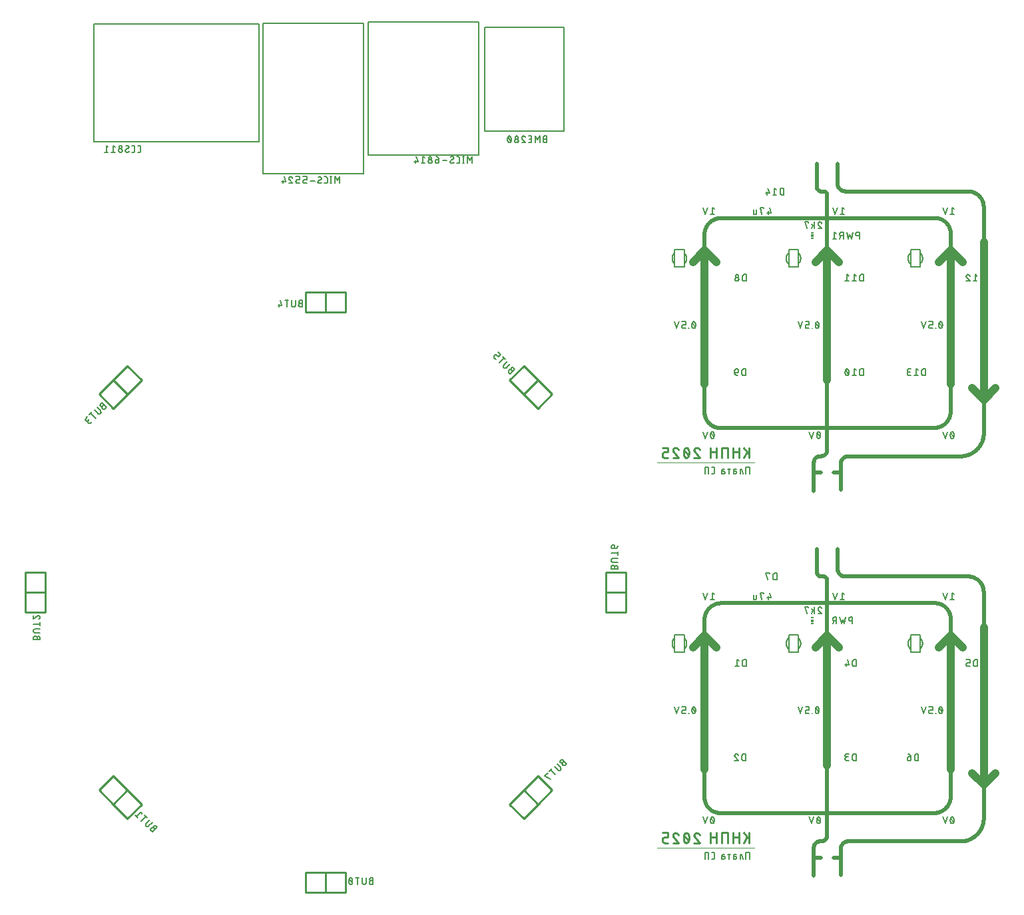
<source format=gbr>
G04 EAGLE Gerber RS-274X export*
G75*
%MOMM*%
%FSLAX34Y34*%
%LPD*%
%INSilkscreen Bottom*%
%IPPOS*%
%AMOC8*
5,1,8,0,0,1.08239X$1,22.5*%
G01*
%ADD10C,0.152400*%
%ADD11C,1.000000*%
%ADD12C,0.500000*%
%ADD13R,0.300000X0.150000*%
%ADD14R,0.300000X0.300000*%
%ADD15C,0.228600*%
%ADD16C,0.100000*%
%ADD17C,0.127000*%
%ADD18C,0.254000*%


D10*
X860542Y240000D02*
X860540Y240167D01*
X860534Y240333D01*
X860524Y240500D01*
X860510Y240666D01*
X860492Y240832D01*
X860470Y240997D01*
X860445Y241162D01*
X860415Y241326D01*
X860381Y241489D01*
X860344Y241652D01*
X860303Y241813D01*
X860257Y241974D01*
X860208Y242133D01*
X860155Y242291D01*
X860099Y242448D01*
X860039Y242604D01*
X859975Y242758D01*
X859907Y242910D01*
X859836Y243061D01*
X859835Y243061D02*
X859807Y243136D01*
X859776Y243210D01*
X859742Y243282D01*
X859704Y243353D01*
X859663Y243421D01*
X859619Y243488D01*
X859572Y243553D01*
X859522Y243615D01*
X859469Y243675D01*
X859413Y243733D01*
X859355Y243788D01*
X859295Y243840D01*
X859232Y243890D01*
X859167Y243936D01*
X859100Y243980D01*
X859030Y244020D01*
X858960Y244057D01*
X858887Y244091D01*
X858813Y244122D01*
X858738Y244149D01*
X858661Y244172D01*
X858584Y244192D01*
X858505Y244209D01*
X858426Y244221D01*
X858347Y244231D01*
X858267Y244236D01*
X858187Y244238D01*
X858107Y244236D01*
X858027Y244231D01*
X857948Y244221D01*
X857869Y244209D01*
X857790Y244192D01*
X857713Y244172D01*
X857636Y244149D01*
X857561Y244122D01*
X857487Y244091D01*
X857415Y244057D01*
X857344Y244020D01*
X857274Y243980D01*
X857207Y243936D01*
X857142Y243890D01*
X857079Y243840D01*
X857019Y243788D01*
X856961Y243733D01*
X856905Y243675D01*
X856852Y243615D01*
X856802Y243553D01*
X856755Y243488D01*
X856711Y243421D01*
X856670Y243353D01*
X856632Y243282D01*
X856598Y243210D01*
X856567Y243136D01*
X856539Y243061D01*
X856468Y242910D01*
X856400Y242758D01*
X856336Y242604D01*
X856276Y242448D01*
X856220Y242291D01*
X856167Y242133D01*
X856118Y241974D01*
X856072Y241813D01*
X856031Y241652D01*
X855994Y241489D01*
X855960Y241326D01*
X855930Y241162D01*
X855905Y240997D01*
X855883Y240832D01*
X855865Y240666D01*
X855851Y240500D01*
X855841Y240333D01*
X855835Y240167D01*
X855833Y240000D01*
X860542Y240000D02*
X860540Y239833D01*
X860534Y239667D01*
X860524Y239500D01*
X860510Y239334D01*
X860492Y239168D01*
X860470Y239003D01*
X860445Y238838D01*
X860415Y238674D01*
X860381Y238511D01*
X860344Y238348D01*
X860303Y238187D01*
X860257Y238026D01*
X860208Y237867D01*
X860156Y237709D01*
X860099Y237552D01*
X860039Y237396D01*
X859975Y237242D01*
X859907Y237090D01*
X859836Y236939D01*
X859835Y236939D02*
X859807Y236864D01*
X859776Y236790D01*
X859742Y236718D01*
X859704Y236647D01*
X859663Y236579D01*
X859619Y236512D01*
X859572Y236447D01*
X859522Y236385D01*
X859469Y236325D01*
X859413Y236267D01*
X859355Y236212D01*
X859295Y236160D01*
X859232Y236110D01*
X859167Y236064D01*
X859100Y236020D01*
X859030Y235980D01*
X858959Y235943D01*
X858887Y235909D01*
X858813Y235878D01*
X858738Y235851D01*
X858661Y235828D01*
X858584Y235808D01*
X858505Y235791D01*
X858426Y235779D01*
X858347Y235769D01*
X858267Y235764D01*
X858187Y235762D01*
X856539Y236939D02*
X856468Y237090D01*
X856400Y237242D01*
X856336Y237396D01*
X856276Y237552D01*
X856220Y237709D01*
X856167Y237867D01*
X856118Y238026D01*
X856072Y238187D01*
X856031Y238348D01*
X855994Y238511D01*
X855960Y238674D01*
X855930Y238838D01*
X855905Y239003D01*
X855883Y239168D01*
X855865Y239334D01*
X855851Y239500D01*
X855841Y239667D01*
X855835Y239833D01*
X855833Y240000D01*
X856539Y236939D02*
X856567Y236864D01*
X856598Y236790D01*
X856632Y236718D01*
X856670Y236647D01*
X856711Y236579D01*
X856755Y236512D01*
X856802Y236447D01*
X856852Y236385D01*
X856905Y236325D01*
X856961Y236267D01*
X857019Y236212D01*
X857079Y236160D01*
X857142Y236110D01*
X857207Y236064D01*
X857275Y236020D01*
X857344Y235980D01*
X857415Y235943D01*
X857487Y235909D01*
X857561Y235878D01*
X857636Y235851D01*
X857713Y235828D01*
X857790Y235808D01*
X857869Y235791D01*
X857948Y235779D01*
X858027Y235769D01*
X858107Y235764D01*
X858187Y235762D01*
X860071Y237646D02*
X856304Y242354D01*
X852123Y236233D02*
X852123Y235762D01*
X852123Y236233D02*
X851652Y236233D01*
X851652Y235762D01*
X852123Y235762D01*
X847942Y235762D02*
X845116Y235762D01*
X845031Y235764D01*
X844947Y235770D01*
X844863Y235779D01*
X844780Y235792D01*
X844697Y235809D01*
X844615Y235830D01*
X844534Y235854D01*
X844454Y235882D01*
X844376Y235914D01*
X844299Y235949D01*
X844223Y235987D01*
X844150Y236029D01*
X844078Y236074D01*
X844009Y236122D01*
X843941Y236173D01*
X843876Y236227D01*
X843814Y236284D01*
X843754Y236344D01*
X843697Y236406D01*
X843643Y236471D01*
X843592Y236539D01*
X843544Y236608D01*
X843499Y236680D01*
X843457Y236753D01*
X843419Y236829D01*
X843384Y236906D01*
X843352Y236984D01*
X843324Y237064D01*
X843300Y237145D01*
X843279Y237227D01*
X843262Y237310D01*
X843249Y237393D01*
X843240Y237477D01*
X843234Y237561D01*
X843232Y237646D01*
X843233Y237646D02*
X843233Y238587D01*
X843232Y238587D02*
X843234Y238672D01*
X843240Y238756D01*
X843249Y238840D01*
X843262Y238923D01*
X843279Y239006D01*
X843300Y239088D01*
X843324Y239169D01*
X843352Y239249D01*
X843384Y239327D01*
X843419Y239404D01*
X843457Y239480D01*
X843499Y239553D01*
X843544Y239625D01*
X843592Y239694D01*
X843643Y239762D01*
X843697Y239827D01*
X843754Y239889D01*
X843814Y239949D01*
X843876Y240006D01*
X843941Y240060D01*
X844009Y240111D01*
X844078Y240159D01*
X844150Y240204D01*
X844223Y240246D01*
X844299Y240284D01*
X844376Y240319D01*
X844454Y240351D01*
X844534Y240379D01*
X844615Y240403D01*
X844697Y240424D01*
X844780Y240441D01*
X844863Y240454D01*
X844947Y240463D01*
X845031Y240469D01*
X845116Y240471D01*
X847942Y240471D01*
X847942Y244238D01*
X843233Y244238D01*
X839413Y244238D02*
X836587Y235762D01*
X833762Y244238D01*
X884238Y387354D02*
X881884Y389238D01*
X881884Y380762D01*
X884238Y380762D02*
X879529Y380762D01*
X872884Y380762D02*
X875709Y389238D01*
X870058Y389238D02*
X872884Y380762D01*
D11*
X872000Y335000D02*
X872000Y165000D01*
X887000Y320000D02*
X872000Y335000D01*
X857000Y320000D01*
D12*
X1055000Y73000D02*
X1200000Y73000D01*
X1200712Y73069D01*
X1201422Y73155D01*
X1202130Y73258D01*
X1202836Y73379D01*
X1203538Y73516D01*
X1204236Y73671D01*
X1204931Y73842D01*
X1205621Y74030D01*
X1206307Y74234D01*
X1206987Y74455D01*
X1207662Y74693D01*
X1208331Y74946D01*
X1208994Y75216D01*
X1209650Y75502D01*
X1210298Y75803D01*
X1210940Y76120D01*
X1211573Y76453D01*
X1212199Y76800D01*
X1212815Y77163D01*
X1213423Y77541D01*
X1214022Y77933D01*
X1214610Y78339D01*
X1215189Y78760D01*
X1215758Y79194D01*
X1216316Y79642D01*
X1216862Y80103D01*
X1217398Y80578D01*
X1217922Y81065D01*
X1218434Y81565D01*
X1218934Y82077D01*
X1219421Y82600D01*
X1219895Y83136D01*
X1220357Y83683D01*
X1220805Y84241D01*
X1221239Y84809D01*
X1221660Y85388D01*
X1222066Y85977D01*
X1222458Y86575D01*
X1222836Y87183D01*
X1223198Y87799D01*
X1223546Y88425D01*
X1223879Y89058D01*
X1224196Y89699D01*
X1224497Y90348D01*
X1224783Y91004D01*
X1225053Y91667D01*
X1225307Y92336D01*
X1225544Y93011D01*
X1225765Y93691D01*
X1225970Y94377D01*
X1226158Y95067D01*
X1226329Y95762D01*
X1226483Y96460D01*
X1226621Y97162D01*
X1226741Y97868D01*
X1226845Y98575D01*
X1226931Y99286D01*
X1227000Y99998D01*
X1227052Y100711D01*
X1227087Y101426D01*
X1227104Y102141D01*
X1227104Y102857D01*
X1227087Y103572D01*
X1227052Y104286D01*
X1227000Y105000D01*
D11*
X1227000Y145000D02*
X1227000Y345000D01*
X1212000Y160000D02*
X1227000Y145000D01*
X1242000Y160000D01*
D12*
X1227000Y160000D02*
X1227000Y105000D01*
X872000Y130000D02*
X872000Y165000D01*
X1015000Y415000D02*
X1015000Y445000D01*
X1041000Y420000D02*
X1041003Y419758D01*
X1041012Y419517D01*
X1041026Y419276D01*
X1041047Y419035D01*
X1041073Y418795D01*
X1041105Y418555D01*
X1041143Y418316D01*
X1041186Y418079D01*
X1041236Y417842D01*
X1041291Y417607D01*
X1041351Y417373D01*
X1041418Y417141D01*
X1041489Y416910D01*
X1041567Y416681D01*
X1041650Y416454D01*
X1041738Y416229D01*
X1041832Y416006D01*
X1041931Y415786D01*
X1042036Y415568D01*
X1042145Y415353D01*
X1042260Y415140D01*
X1042380Y414930D01*
X1042505Y414724D01*
X1042635Y414520D01*
X1042770Y414319D01*
X1042910Y414122D01*
X1043054Y413928D01*
X1043203Y413738D01*
X1043357Y413552D01*
X1043515Y413369D01*
X1043677Y413190D01*
X1043844Y413015D01*
X1044015Y412844D01*
X1044190Y412677D01*
X1044369Y412515D01*
X1044552Y412357D01*
X1044738Y412203D01*
X1044928Y412054D01*
X1045122Y411910D01*
X1045319Y411770D01*
X1045520Y411635D01*
X1045724Y411505D01*
X1045930Y411380D01*
X1046140Y411260D01*
X1046353Y411145D01*
X1046568Y411036D01*
X1046786Y410931D01*
X1047006Y410832D01*
X1047229Y410738D01*
X1047454Y410650D01*
X1047681Y410567D01*
X1047910Y410489D01*
X1048141Y410418D01*
X1048373Y410351D01*
X1048607Y410291D01*
X1048842Y410236D01*
X1049079Y410186D01*
X1049316Y410143D01*
X1049555Y410105D01*
X1049795Y410073D01*
X1050035Y410047D01*
X1050276Y410026D01*
X1050517Y410012D01*
X1050758Y410003D01*
X1051000Y410000D01*
X893000Y376000D02*
X892493Y375994D01*
X891985Y375975D01*
X891479Y375945D01*
X890973Y375902D01*
X890469Y375847D01*
X889966Y375780D01*
X889465Y375700D01*
X888965Y375609D01*
X888469Y375505D01*
X887974Y375390D01*
X887483Y375262D01*
X886995Y375123D01*
X886511Y374972D01*
X886030Y374810D01*
X885553Y374635D01*
X885081Y374450D01*
X884613Y374253D01*
X884151Y374044D01*
X883693Y373825D01*
X883241Y373595D01*
X882794Y373353D01*
X882354Y373101D01*
X881920Y372839D01*
X881492Y372566D01*
X881071Y372283D01*
X880657Y371989D01*
X880250Y371686D01*
X879850Y371373D01*
X879458Y371051D01*
X879074Y370719D01*
X878699Y370378D01*
X878331Y370028D01*
X877972Y369669D01*
X877622Y369301D01*
X877281Y368926D01*
X876949Y368542D01*
X876627Y368150D01*
X876314Y367750D01*
X876011Y367343D01*
X875717Y366929D01*
X875434Y366508D01*
X875161Y366080D01*
X874899Y365646D01*
X874647Y365206D01*
X874405Y364759D01*
X874175Y364307D01*
X873956Y363849D01*
X873747Y363387D01*
X873550Y362919D01*
X873365Y362447D01*
X873190Y361970D01*
X873028Y361489D01*
X872877Y361005D01*
X872738Y360517D01*
X872610Y360026D01*
X872495Y359531D01*
X872391Y359035D01*
X872300Y358535D01*
X872220Y358034D01*
X872153Y357531D01*
X872098Y357027D01*
X872055Y356521D01*
X872025Y356015D01*
X872006Y355507D01*
X872000Y355000D01*
X872000Y335000D01*
X1227000Y345000D02*
X1227000Y390000D01*
X1226994Y390483D01*
X1226977Y390966D01*
X1226947Y391449D01*
X1226907Y391930D01*
X1226854Y392411D01*
X1226790Y392890D01*
X1226715Y393367D01*
X1226627Y393843D01*
X1226529Y394316D01*
X1226419Y394786D01*
X1226298Y395254D01*
X1226165Y395719D01*
X1226021Y396180D01*
X1225866Y396638D01*
X1225700Y397092D01*
X1225523Y397542D01*
X1225336Y397987D01*
X1225137Y398428D01*
X1224929Y398864D01*
X1224709Y399294D01*
X1224479Y399720D01*
X1224239Y400139D01*
X1223989Y400553D01*
X1223729Y400960D01*
X1223460Y401361D01*
X1223180Y401756D01*
X1222892Y402143D01*
X1222593Y402524D01*
X1222286Y402897D01*
X1221970Y403262D01*
X1221645Y403620D01*
X1221312Y403970D01*
X1220970Y404312D01*
X1220620Y404645D01*
X1220262Y404970D01*
X1219897Y405286D01*
X1219524Y405593D01*
X1219143Y405892D01*
X1218756Y406180D01*
X1218361Y406460D01*
X1217960Y406729D01*
X1217553Y406989D01*
X1217139Y407239D01*
X1216720Y407479D01*
X1216294Y407709D01*
X1215864Y407929D01*
X1215428Y408137D01*
X1214987Y408336D01*
X1214542Y408523D01*
X1214092Y408700D01*
X1213638Y408866D01*
X1213180Y409021D01*
X1212719Y409165D01*
X1212254Y409298D01*
X1211786Y409419D01*
X1211316Y409529D01*
X1210843Y409627D01*
X1210367Y409715D01*
X1209890Y409790D01*
X1209411Y409854D01*
X1208930Y409907D01*
X1208449Y409947D01*
X1207966Y409977D01*
X1207483Y409994D01*
X1207000Y410000D01*
X1051000Y410000D01*
D10*
X1173836Y243061D02*
X1173907Y242910D01*
X1173975Y242758D01*
X1174039Y242604D01*
X1174099Y242448D01*
X1174155Y242291D01*
X1174208Y242133D01*
X1174257Y241974D01*
X1174303Y241813D01*
X1174344Y241652D01*
X1174381Y241489D01*
X1174415Y241326D01*
X1174445Y241162D01*
X1174470Y240997D01*
X1174492Y240832D01*
X1174510Y240666D01*
X1174524Y240500D01*
X1174534Y240333D01*
X1174540Y240167D01*
X1174542Y240000D01*
X1173835Y243061D02*
X1173807Y243136D01*
X1173776Y243210D01*
X1173742Y243282D01*
X1173704Y243353D01*
X1173663Y243421D01*
X1173619Y243488D01*
X1173572Y243553D01*
X1173522Y243615D01*
X1173469Y243675D01*
X1173413Y243733D01*
X1173355Y243788D01*
X1173295Y243840D01*
X1173232Y243890D01*
X1173167Y243936D01*
X1173100Y243980D01*
X1173030Y244020D01*
X1172960Y244057D01*
X1172887Y244091D01*
X1172813Y244122D01*
X1172738Y244149D01*
X1172661Y244172D01*
X1172584Y244192D01*
X1172505Y244209D01*
X1172426Y244221D01*
X1172347Y244231D01*
X1172267Y244236D01*
X1172187Y244238D01*
X1172107Y244236D01*
X1172027Y244231D01*
X1171948Y244221D01*
X1171869Y244209D01*
X1171790Y244192D01*
X1171713Y244172D01*
X1171636Y244149D01*
X1171561Y244122D01*
X1171487Y244091D01*
X1171415Y244057D01*
X1171344Y244020D01*
X1171274Y243980D01*
X1171207Y243936D01*
X1171142Y243890D01*
X1171079Y243840D01*
X1171019Y243788D01*
X1170961Y243733D01*
X1170905Y243675D01*
X1170852Y243615D01*
X1170802Y243553D01*
X1170755Y243488D01*
X1170711Y243421D01*
X1170670Y243353D01*
X1170632Y243282D01*
X1170598Y243210D01*
X1170567Y243136D01*
X1170539Y243061D01*
X1170468Y242910D01*
X1170400Y242758D01*
X1170336Y242604D01*
X1170276Y242448D01*
X1170220Y242291D01*
X1170167Y242133D01*
X1170118Y241974D01*
X1170072Y241813D01*
X1170031Y241652D01*
X1169994Y241489D01*
X1169960Y241326D01*
X1169930Y241162D01*
X1169905Y240997D01*
X1169883Y240832D01*
X1169865Y240666D01*
X1169851Y240500D01*
X1169841Y240333D01*
X1169835Y240167D01*
X1169833Y240000D01*
X1174542Y240000D02*
X1174540Y239833D01*
X1174534Y239667D01*
X1174524Y239500D01*
X1174510Y239334D01*
X1174492Y239168D01*
X1174470Y239003D01*
X1174445Y238838D01*
X1174415Y238674D01*
X1174381Y238511D01*
X1174344Y238348D01*
X1174303Y238187D01*
X1174257Y238026D01*
X1174208Y237867D01*
X1174156Y237709D01*
X1174099Y237552D01*
X1174039Y237396D01*
X1173975Y237242D01*
X1173907Y237090D01*
X1173836Y236939D01*
X1173835Y236939D02*
X1173807Y236864D01*
X1173776Y236790D01*
X1173742Y236718D01*
X1173704Y236647D01*
X1173663Y236579D01*
X1173619Y236512D01*
X1173572Y236447D01*
X1173522Y236385D01*
X1173469Y236325D01*
X1173413Y236267D01*
X1173355Y236212D01*
X1173295Y236160D01*
X1173232Y236110D01*
X1173167Y236064D01*
X1173100Y236020D01*
X1173030Y235980D01*
X1172959Y235943D01*
X1172887Y235909D01*
X1172813Y235878D01*
X1172738Y235851D01*
X1172661Y235828D01*
X1172584Y235808D01*
X1172505Y235791D01*
X1172426Y235779D01*
X1172347Y235769D01*
X1172267Y235764D01*
X1172187Y235762D01*
X1170539Y236939D02*
X1170468Y237090D01*
X1170400Y237242D01*
X1170336Y237396D01*
X1170276Y237552D01*
X1170220Y237709D01*
X1170167Y237867D01*
X1170118Y238026D01*
X1170072Y238187D01*
X1170031Y238348D01*
X1169994Y238511D01*
X1169960Y238674D01*
X1169930Y238838D01*
X1169905Y239003D01*
X1169883Y239168D01*
X1169865Y239334D01*
X1169851Y239500D01*
X1169841Y239667D01*
X1169835Y239833D01*
X1169833Y240000D01*
X1170539Y236939D02*
X1170567Y236864D01*
X1170598Y236790D01*
X1170632Y236718D01*
X1170670Y236647D01*
X1170711Y236579D01*
X1170755Y236512D01*
X1170802Y236447D01*
X1170852Y236385D01*
X1170905Y236325D01*
X1170961Y236267D01*
X1171019Y236212D01*
X1171079Y236160D01*
X1171142Y236110D01*
X1171207Y236064D01*
X1171275Y236020D01*
X1171344Y235980D01*
X1171415Y235943D01*
X1171487Y235909D01*
X1171561Y235878D01*
X1171636Y235851D01*
X1171713Y235828D01*
X1171790Y235808D01*
X1171869Y235791D01*
X1171948Y235779D01*
X1172027Y235769D01*
X1172107Y235764D01*
X1172187Y235762D01*
X1174071Y237646D02*
X1170304Y242354D01*
X1166123Y236233D02*
X1166123Y235762D01*
X1166123Y236233D02*
X1165652Y236233D01*
X1165652Y235762D01*
X1166123Y235762D01*
X1161942Y235762D02*
X1159116Y235762D01*
X1159031Y235764D01*
X1158947Y235770D01*
X1158863Y235779D01*
X1158780Y235792D01*
X1158697Y235809D01*
X1158615Y235830D01*
X1158534Y235854D01*
X1158454Y235882D01*
X1158376Y235914D01*
X1158299Y235949D01*
X1158223Y235987D01*
X1158150Y236029D01*
X1158078Y236074D01*
X1158009Y236122D01*
X1157941Y236173D01*
X1157876Y236227D01*
X1157814Y236284D01*
X1157754Y236344D01*
X1157697Y236406D01*
X1157643Y236471D01*
X1157592Y236539D01*
X1157544Y236608D01*
X1157499Y236680D01*
X1157457Y236753D01*
X1157419Y236829D01*
X1157384Y236906D01*
X1157352Y236984D01*
X1157324Y237064D01*
X1157300Y237145D01*
X1157279Y237227D01*
X1157262Y237310D01*
X1157249Y237393D01*
X1157240Y237477D01*
X1157234Y237561D01*
X1157232Y237646D01*
X1157233Y237646D02*
X1157233Y238587D01*
X1157232Y238587D02*
X1157234Y238672D01*
X1157240Y238756D01*
X1157249Y238840D01*
X1157262Y238923D01*
X1157279Y239006D01*
X1157300Y239088D01*
X1157324Y239169D01*
X1157352Y239249D01*
X1157384Y239327D01*
X1157419Y239404D01*
X1157457Y239480D01*
X1157499Y239553D01*
X1157544Y239625D01*
X1157592Y239694D01*
X1157643Y239762D01*
X1157697Y239827D01*
X1157754Y239889D01*
X1157814Y239949D01*
X1157876Y240006D01*
X1157941Y240060D01*
X1158009Y240111D01*
X1158078Y240159D01*
X1158150Y240204D01*
X1158223Y240246D01*
X1158299Y240284D01*
X1158376Y240319D01*
X1158454Y240351D01*
X1158534Y240379D01*
X1158615Y240403D01*
X1158697Y240424D01*
X1158780Y240441D01*
X1158863Y240454D01*
X1158947Y240463D01*
X1159031Y240469D01*
X1159116Y240471D01*
X1161942Y240471D01*
X1161942Y244238D01*
X1157233Y244238D01*
X1153413Y244238D02*
X1150587Y235762D01*
X1147762Y244238D01*
X1189238Y387354D02*
X1186884Y389238D01*
X1186884Y380762D01*
X1189238Y380762D02*
X1184529Y380762D01*
X1177884Y380762D02*
X1180709Y389238D01*
X1175058Y389238D02*
X1177884Y380762D01*
D11*
X1028000Y335000D02*
X1028000Y170000D01*
X1043000Y320000D02*
X1028000Y335000D01*
X1013000Y320000D01*
D12*
X1028000Y170000D02*
X1028000Y81000D01*
D11*
X1185000Y165000D02*
X1185000Y335000D01*
X1200000Y320000D01*
X1185000Y335000D02*
X1170000Y320000D01*
D12*
X1185000Y165000D02*
X1185000Y130000D01*
X1185000Y335000D02*
X1185000Y355000D01*
X1185018Y355484D01*
X1185025Y355967D01*
X1185020Y356451D01*
X1185003Y356935D01*
X1184975Y357418D01*
X1184935Y357900D01*
X1184883Y358381D01*
X1184820Y358861D01*
X1184745Y359339D01*
X1184658Y359815D01*
X1184560Y360289D01*
X1184451Y360761D01*
X1184330Y361229D01*
X1184198Y361695D01*
X1184055Y362157D01*
X1183901Y362616D01*
X1183735Y363071D01*
X1183559Y363521D01*
X1183372Y363967D01*
X1183174Y364409D01*
X1182965Y364846D01*
X1182746Y365277D01*
X1182517Y365703D01*
X1182277Y366124D01*
X1182028Y366538D01*
X1181768Y366947D01*
X1181499Y367349D01*
X1181220Y367744D01*
X1180931Y368133D01*
X1180633Y368514D01*
X1180326Y368888D01*
X1180011Y369255D01*
X1179686Y369613D01*
X1179353Y369964D01*
X1179011Y370307D01*
X1178661Y370641D01*
X1178303Y370967D01*
X1177938Y371284D01*
X1177565Y371593D01*
X1177184Y371892D01*
X1176797Y372181D01*
X1176402Y372462D01*
X1176001Y372732D01*
X1175594Y372993D01*
X1175180Y373244D01*
X1174760Y373485D01*
X1174335Y373716D01*
X1173904Y373936D01*
X1173468Y374146D01*
X1173027Y374346D01*
X1172581Y374534D01*
X1172131Y374712D01*
X1171677Y374879D01*
X1171219Y375035D01*
X1170757Y375180D01*
X1170292Y375313D01*
X1169824Y375435D01*
X1169353Y375546D01*
X1168879Y375646D01*
X1168403Y375734D01*
X1167926Y375810D01*
X1167446Y375875D01*
X1166965Y375928D01*
X1166483Y375970D01*
X1166000Y376000D01*
X893000Y376000D01*
X1028000Y405000D02*
X1028000Y337000D01*
X1028000Y405000D02*
X1027998Y405140D01*
X1027992Y405280D01*
X1027982Y405420D01*
X1027969Y405560D01*
X1027951Y405699D01*
X1027929Y405838D01*
X1027904Y405975D01*
X1027875Y406113D01*
X1027842Y406249D01*
X1027805Y406384D01*
X1027764Y406518D01*
X1027719Y406651D01*
X1027671Y406783D01*
X1027619Y406913D01*
X1027564Y407042D01*
X1027505Y407169D01*
X1027442Y407295D01*
X1027376Y407419D01*
X1027307Y407540D01*
X1027234Y407660D01*
X1027157Y407778D01*
X1027078Y407893D01*
X1026995Y408007D01*
X1026909Y408117D01*
X1026820Y408226D01*
X1026728Y408332D01*
X1026633Y408435D01*
X1026536Y408536D01*
X1026435Y408633D01*
X1026332Y408728D01*
X1026226Y408820D01*
X1026117Y408909D01*
X1026007Y408995D01*
X1025893Y409078D01*
X1025778Y409157D01*
X1025660Y409234D01*
X1025540Y409307D01*
X1025419Y409376D01*
X1025295Y409442D01*
X1025169Y409505D01*
X1025042Y409564D01*
X1024913Y409619D01*
X1024783Y409671D01*
X1024651Y409719D01*
X1024518Y409764D01*
X1024384Y409805D01*
X1024249Y409842D01*
X1024113Y409875D01*
X1023975Y409904D01*
X1023838Y409929D01*
X1023699Y409951D01*
X1023560Y409969D01*
X1023420Y409982D01*
X1023280Y409992D01*
X1023140Y409998D01*
X1023000Y410000D01*
X1020000Y410000D02*
X1019860Y410002D01*
X1019720Y410008D01*
X1019580Y410018D01*
X1019440Y410031D01*
X1019301Y410049D01*
X1019162Y410071D01*
X1019025Y410096D01*
X1018887Y410125D01*
X1018751Y410158D01*
X1018616Y410195D01*
X1018482Y410236D01*
X1018349Y410281D01*
X1018217Y410329D01*
X1018087Y410381D01*
X1017958Y410436D01*
X1017831Y410495D01*
X1017705Y410558D01*
X1017581Y410624D01*
X1017460Y410693D01*
X1017340Y410766D01*
X1017222Y410843D01*
X1017107Y410922D01*
X1016993Y411005D01*
X1016883Y411091D01*
X1016774Y411180D01*
X1016668Y411272D01*
X1016565Y411367D01*
X1016464Y411464D01*
X1016367Y411565D01*
X1016272Y411668D01*
X1016180Y411774D01*
X1016091Y411883D01*
X1016005Y411993D01*
X1015922Y412107D01*
X1015843Y412222D01*
X1015766Y412340D01*
X1015693Y412460D01*
X1015624Y412581D01*
X1015558Y412705D01*
X1015495Y412831D01*
X1015436Y412958D01*
X1015381Y413087D01*
X1015329Y413217D01*
X1015281Y413349D01*
X1015236Y413482D01*
X1015195Y413616D01*
X1015158Y413751D01*
X1015125Y413887D01*
X1015096Y414025D01*
X1015071Y414162D01*
X1015049Y414301D01*
X1015031Y414440D01*
X1015018Y414580D01*
X1015008Y414720D01*
X1015002Y414860D01*
X1015000Y415000D01*
X1020000Y410000D02*
X1023000Y410000D01*
X1185000Y130000D02*
X1184994Y129493D01*
X1184975Y128985D01*
X1184945Y128479D01*
X1184902Y127973D01*
X1184847Y127469D01*
X1184780Y126966D01*
X1184700Y126465D01*
X1184609Y125965D01*
X1184505Y125469D01*
X1184390Y124974D01*
X1184262Y124483D01*
X1184123Y123995D01*
X1183972Y123511D01*
X1183810Y123030D01*
X1183635Y122553D01*
X1183450Y122081D01*
X1183253Y121613D01*
X1183044Y121151D01*
X1182825Y120693D01*
X1182595Y120241D01*
X1182353Y119794D01*
X1182101Y119354D01*
X1181839Y118920D01*
X1181566Y118492D01*
X1181283Y118071D01*
X1180989Y117657D01*
X1180686Y117250D01*
X1180373Y116850D01*
X1180051Y116458D01*
X1179719Y116074D01*
X1179378Y115699D01*
X1179028Y115331D01*
X1178669Y114972D01*
X1178301Y114622D01*
X1177926Y114281D01*
X1177542Y113949D01*
X1177150Y113627D01*
X1176750Y113314D01*
X1176343Y113011D01*
X1175929Y112717D01*
X1175508Y112434D01*
X1175080Y112161D01*
X1174646Y111899D01*
X1174206Y111647D01*
X1173759Y111405D01*
X1173307Y111175D01*
X1172849Y110956D01*
X1172387Y110747D01*
X1171919Y110550D01*
X1171447Y110365D01*
X1170970Y110190D01*
X1170489Y110028D01*
X1170005Y109877D01*
X1169517Y109738D01*
X1169026Y109610D01*
X1168531Y109495D01*
X1168035Y109391D01*
X1167535Y109300D01*
X1167034Y109220D01*
X1166531Y109153D01*
X1166027Y109098D01*
X1165521Y109055D01*
X1165015Y109025D01*
X1164507Y109006D01*
X1164000Y109000D01*
X891000Y109000D02*
X890517Y109030D01*
X890035Y109072D01*
X889554Y109125D01*
X889074Y109190D01*
X888597Y109266D01*
X888121Y109354D01*
X887647Y109454D01*
X887176Y109565D01*
X886708Y109687D01*
X886243Y109820D01*
X885781Y109965D01*
X885323Y110121D01*
X884869Y110288D01*
X884419Y110466D01*
X883973Y110654D01*
X883532Y110854D01*
X883096Y111064D01*
X882665Y111284D01*
X882240Y111515D01*
X881820Y111756D01*
X881406Y112007D01*
X880999Y112268D01*
X880598Y112538D01*
X880203Y112819D01*
X879816Y113108D01*
X879435Y113407D01*
X879062Y113716D01*
X878697Y114033D01*
X878339Y114359D01*
X877989Y114693D01*
X877647Y115036D01*
X877314Y115387D01*
X876989Y115745D01*
X876674Y116112D01*
X876367Y116486D01*
X876069Y116867D01*
X875780Y117256D01*
X875501Y117651D01*
X875232Y118053D01*
X874972Y118462D01*
X874723Y118876D01*
X874483Y119297D01*
X874254Y119723D01*
X874035Y120154D01*
X873826Y120591D01*
X873628Y121033D01*
X873441Y121479D01*
X873265Y121929D01*
X873099Y122384D01*
X872945Y122843D01*
X872802Y123305D01*
X872670Y123771D01*
X872549Y124239D01*
X872440Y124711D01*
X872342Y125185D01*
X872255Y125661D01*
X872180Y126139D01*
X872117Y126619D01*
X872065Y127100D01*
X872025Y127582D01*
X871997Y128065D01*
X871980Y128549D01*
X871975Y129033D01*
X871982Y129516D01*
X872000Y130000D01*
X891000Y109000D02*
X1164000Y109000D01*
D10*
X1049238Y387354D02*
X1046884Y389238D01*
X1046884Y380762D01*
X1049238Y380762D02*
X1044529Y380762D01*
X1037884Y380762D02*
X1040709Y389238D01*
X1035058Y389238D02*
X1037884Y380762D01*
X1016836Y243061D02*
X1016907Y242910D01*
X1016975Y242758D01*
X1017039Y242604D01*
X1017099Y242448D01*
X1017155Y242291D01*
X1017208Y242133D01*
X1017257Y241974D01*
X1017303Y241813D01*
X1017344Y241652D01*
X1017381Y241489D01*
X1017415Y241326D01*
X1017445Y241162D01*
X1017470Y240997D01*
X1017492Y240832D01*
X1017510Y240666D01*
X1017524Y240500D01*
X1017534Y240333D01*
X1017540Y240167D01*
X1017542Y240000D01*
X1016835Y243061D02*
X1016807Y243136D01*
X1016776Y243210D01*
X1016742Y243282D01*
X1016704Y243353D01*
X1016663Y243421D01*
X1016619Y243488D01*
X1016572Y243553D01*
X1016522Y243615D01*
X1016469Y243675D01*
X1016413Y243733D01*
X1016355Y243788D01*
X1016295Y243840D01*
X1016232Y243890D01*
X1016167Y243936D01*
X1016100Y243980D01*
X1016030Y244020D01*
X1015960Y244057D01*
X1015887Y244091D01*
X1015813Y244122D01*
X1015738Y244149D01*
X1015661Y244172D01*
X1015584Y244192D01*
X1015505Y244209D01*
X1015426Y244221D01*
X1015347Y244231D01*
X1015267Y244236D01*
X1015187Y244238D01*
X1015107Y244236D01*
X1015027Y244231D01*
X1014948Y244221D01*
X1014869Y244209D01*
X1014790Y244192D01*
X1014713Y244172D01*
X1014636Y244149D01*
X1014561Y244122D01*
X1014487Y244091D01*
X1014415Y244057D01*
X1014344Y244020D01*
X1014274Y243980D01*
X1014207Y243936D01*
X1014142Y243890D01*
X1014079Y243840D01*
X1014019Y243788D01*
X1013961Y243733D01*
X1013905Y243675D01*
X1013852Y243615D01*
X1013802Y243553D01*
X1013755Y243488D01*
X1013711Y243421D01*
X1013670Y243353D01*
X1013632Y243282D01*
X1013598Y243210D01*
X1013567Y243136D01*
X1013539Y243061D01*
X1013468Y242910D01*
X1013400Y242758D01*
X1013336Y242604D01*
X1013276Y242448D01*
X1013220Y242291D01*
X1013167Y242133D01*
X1013118Y241974D01*
X1013072Y241813D01*
X1013031Y241652D01*
X1012994Y241489D01*
X1012960Y241326D01*
X1012930Y241162D01*
X1012905Y240997D01*
X1012883Y240832D01*
X1012865Y240666D01*
X1012851Y240500D01*
X1012841Y240333D01*
X1012835Y240167D01*
X1012833Y240000D01*
X1017542Y240000D02*
X1017540Y239833D01*
X1017534Y239667D01*
X1017524Y239500D01*
X1017510Y239334D01*
X1017492Y239168D01*
X1017470Y239003D01*
X1017445Y238838D01*
X1017415Y238674D01*
X1017381Y238511D01*
X1017344Y238348D01*
X1017303Y238187D01*
X1017257Y238026D01*
X1017208Y237867D01*
X1017156Y237709D01*
X1017099Y237552D01*
X1017039Y237396D01*
X1016975Y237242D01*
X1016907Y237090D01*
X1016836Y236939D01*
X1016835Y236939D02*
X1016807Y236864D01*
X1016776Y236790D01*
X1016742Y236718D01*
X1016704Y236647D01*
X1016663Y236579D01*
X1016619Y236512D01*
X1016572Y236447D01*
X1016522Y236385D01*
X1016469Y236325D01*
X1016413Y236267D01*
X1016355Y236212D01*
X1016295Y236160D01*
X1016232Y236110D01*
X1016167Y236064D01*
X1016100Y236020D01*
X1016030Y235980D01*
X1015959Y235943D01*
X1015887Y235909D01*
X1015813Y235878D01*
X1015738Y235851D01*
X1015661Y235828D01*
X1015584Y235808D01*
X1015505Y235791D01*
X1015426Y235779D01*
X1015347Y235769D01*
X1015267Y235764D01*
X1015187Y235762D01*
X1013539Y236939D02*
X1013468Y237090D01*
X1013400Y237242D01*
X1013336Y237396D01*
X1013276Y237552D01*
X1013220Y237709D01*
X1013167Y237867D01*
X1013118Y238026D01*
X1013072Y238187D01*
X1013031Y238348D01*
X1012994Y238511D01*
X1012960Y238674D01*
X1012930Y238838D01*
X1012905Y239003D01*
X1012883Y239168D01*
X1012865Y239334D01*
X1012851Y239500D01*
X1012841Y239667D01*
X1012835Y239833D01*
X1012833Y240000D01*
X1013539Y236939D02*
X1013567Y236864D01*
X1013598Y236790D01*
X1013632Y236718D01*
X1013670Y236647D01*
X1013711Y236579D01*
X1013755Y236512D01*
X1013802Y236447D01*
X1013852Y236385D01*
X1013905Y236325D01*
X1013961Y236267D01*
X1014019Y236212D01*
X1014079Y236160D01*
X1014142Y236110D01*
X1014207Y236064D01*
X1014275Y236020D01*
X1014344Y235980D01*
X1014415Y235943D01*
X1014487Y235909D01*
X1014561Y235878D01*
X1014636Y235851D01*
X1014713Y235828D01*
X1014790Y235808D01*
X1014869Y235791D01*
X1014948Y235779D01*
X1015027Y235769D01*
X1015107Y235764D01*
X1015187Y235762D01*
X1017071Y237646D02*
X1013304Y242354D01*
X1009123Y236233D02*
X1009123Y235762D01*
X1009123Y236233D02*
X1008652Y236233D01*
X1008652Y235762D01*
X1009123Y235762D01*
X1004942Y235762D02*
X1002116Y235762D01*
X1002031Y235764D01*
X1001947Y235770D01*
X1001863Y235779D01*
X1001780Y235792D01*
X1001697Y235809D01*
X1001615Y235830D01*
X1001534Y235854D01*
X1001454Y235882D01*
X1001376Y235914D01*
X1001299Y235949D01*
X1001223Y235987D01*
X1001150Y236029D01*
X1001078Y236074D01*
X1001009Y236122D01*
X1000941Y236173D01*
X1000876Y236227D01*
X1000814Y236284D01*
X1000754Y236344D01*
X1000697Y236406D01*
X1000643Y236471D01*
X1000592Y236539D01*
X1000544Y236608D01*
X1000499Y236680D01*
X1000457Y236753D01*
X1000419Y236829D01*
X1000384Y236906D01*
X1000352Y236984D01*
X1000324Y237064D01*
X1000300Y237145D01*
X1000279Y237227D01*
X1000262Y237310D01*
X1000249Y237393D01*
X1000240Y237477D01*
X1000234Y237561D01*
X1000232Y237646D01*
X1000233Y237646D02*
X1000233Y238587D01*
X1000232Y238587D02*
X1000234Y238672D01*
X1000240Y238756D01*
X1000249Y238840D01*
X1000262Y238923D01*
X1000279Y239006D01*
X1000300Y239088D01*
X1000324Y239169D01*
X1000352Y239249D01*
X1000384Y239327D01*
X1000419Y239404D01*
X1000457Y239480D01*
X1000499Y239553D01*
X1000544Y239625D01*
X1000592Y239694D01*
X1000643Y239762D01*
X1000697Y239827D01*
X1000754Y239889D01*
X1000814Y239949D01*
X1000876Y240006D01*
X1000941Y240060D01*
X1001009Y240111D01*
X1001078Y240159D01*
X1001150Y240204D01*
X1001223Y240246D01*
X1001299Y240284D01*
X1001376Y240319D01*
X1001454Y240351D01*
X1001534Y240379D01*
X1001615Y240403D01*
X1001697Y240424D01*
X1001780Y240441D01*
X1001863Y240454D01*
X1001947Y240463D01*
X1002031Y240469D01*
X1002116Y240471D01*
X1004942Y240471D01*
X1004942Y244238D01*
X1000233Y244238D01*
X996413Y244238D02*
X993587Y235762D01*
X990762Y244238D01*
X883532Y103061D02*
X883603Y102910D01*
X883671Y102758D01*
X883735Y102604D01*
X883795Y102448D01*
X883851Y102291D01*
X883904Y102133D01*
X883953Y101974D01*
X883999Y101813D01*
X884040Y101652D01*
X884077Y101489D01*
X884111Y101326D01*
X884141Y101162D01*
X884166Y100997D01*
X884188Y100832D01*
X884206Y100666D01*
X884220Y100500D01*
X884230Y100333D01*
X884236Y100167D01*
X884238Y100000D01*
X883532Y103061D02*
X883504Y103136D01*
X883473Y103210D01*
X883439Y103282D01*
X883401Y103353D01*
X883360Y103421D01*
X883316Y103488D01*
X883269Y103553D01*
X883219Y103615D01*
X883166Y103675D01*
X883110Y103733D01*
X883052Y103788D01*
X882992Y103840D01*
X882929Y103890D01*
X882864Y103936D01*
X882797Y103980D01*
X882727Y104020D01*
X882657Y104057D01*
X882584Y104091D01*
X882510Y104122D01*
X882435Y104149D01*
X882358Y104172D01*
X882281Y104192D01*
X882202Y104209D01*
X882123Y104221D01*
X882044Y104231D01*
X881964Y104236D01*
X881884Y104238D01*
X881804Y104236D01*
X881724Y104231D01*
X881645Y104221D01*
X881566Y104209D01*
X881487Y104192D01*
X881410Y104172D01*
X881333Y104149D01*
X881258Y104122D01*
X881184Y104091D01*
X881112Y104057D01*
X881041Y104020D01*
X880971Y103980D01*
X880904Y103936D01*
X880839Y103890D01*
X880776Y103840D01*
X880716Y103788D01*
X880658Y103733D01*
X880602Y103675D01*
X880549Y103615D01*
X880499Y103553D01*
X880452Y103488D01*
X880408Y103421D01*
X880367Y103353D01*
X880329Y103282D01*
X880295Y103210D01*
X880264Y103136D01*
X880236Y103061D01*
X880235Y103061D02*
X880164Y102910D01*
X880096Y102758D01*
X880032Y102604D01*
X879972Y102448D01*
X879916Y102291D01*
X879863Y102133D01*
X879814Y101974D01*
X879768Y101813D01*
X879727Y101652D01*
X879690Y101489D01*
X879656Y101326D01*
X879626Y101162D01*
X879601Y100997D01*
X879579Y100832D01*
X879561Y100666D01*
X879547Y100500D01*
X879537Y100333D01*
X879531Y100167D01*
X879529Y100000D01*
X884238Y100000D02*
X884236Y99833D01*
X884230Y99667D01*
X884220Y99500D01*
X884206Y99334D01*
X884188Y99168D01*
X884166Y99003D01*
X884141Y98838D01*
X884111Y98674D01*
X884077Y98511D01*
X884040Y98348D01*
X883999Y98187D01*
X883953Y98026D01*
X883904Y97867D01*
X883852Y97709D01*
X883795Y97552D01*
X883735Y97396D01*
X883671Y97242D01*
X883603Y97090D01*
X883532Y96939D01*
X883504Y96864D01*
X883473Y96790D01*
X883439Y96718D01*
X883401Y96647D01*
X883360Y96579D01*
X883316Y96512D01*
X883269Y96447D01*
X883219Y96385D01*
X883166Y96325D01*
X883110Y96267D01*
X883052Y96212D01*
X882992Y96160D01*
X882929Y96110D01*
X882864Y96064D01*
X882797Y96020D01*
X882727Y95980D01*
X882656Y95943D01*
X882584Y95909D01*
X882510Y95878D01*
X882435Y95851D01*
X882358Y95828D01*
X882281Y95808D01*
X882202Y95791D01*
X882123Y95779D01*
X882044Y95769D01*
X881964Y95764D01*
X881884Y95762D01*
X880235Y96939D02*
X880164Y97090D01*
X880096Y97242D01*
X880032Y97396D01*
X879972Y97552D01*
X879916Y97709D01*
X879863Y97867D01*
X879814Y98026D01*
X879768Y98187D01*
X879727Y98348D01*
X879690Y98511D01*
X879656Y98674D01*
X879626Y98838D01*
X879601Y99003D01*
X879579Y99168D01*
X879561Y99334D01*
X879547Y99500D01*
X879537Y99667D01*
X879531Y99833D01*
X879529Y100000D01*
X880236Y96939D02*
X880264Y96864D01*
X880295Y96790D01*
X880329Y96718D01*
X880367Y96647D01*
X880408Y96579D01*
X880452Y96512D01*
X880499Y96447D01*
X880549Y96385D01*
X880602Y96325D01*
X880658Y96267D01*
X880716Y96212D01*
X880776Y96160D01*
X880839Y96110D01*
X880904Y96064D01*
X880972Y96020D01*
X881041Y95980D01*
X881112Y95943D01*
X881184Y95909D01*
X881258Y95878D01*
X881333Y95851D01*
X881410Y95828D01*
X881487Y95808D01*
X881566Y95791D01*
X881645Y95779D01*
X881724Y95769D01*
X881804Y95764D01*
X881884Y95762D01*
X883767Y97646D02*
X880000Y102354D01*
X875709Y104238D02*
X872884Y95762D01*
X870058Y104238D01*
X1188532Y103061D02*
X1188603Y102910D01*
X1188671Y102758D01*
X1188735Y102604D01*
X1188795Y102448D01*
X1188851Y102291D01*
X1188904Y102133D01*
X1188953Y101974D01*
X1188999Y101813D01*
X1189040Y101652D01*
X1189077Y101489D01*
X1189111Y101326D01*
X1189141Y101162D01*
X1189166Y100997D01*
X1189188Y100832D01*
X1189206Y100666D01*
X1189220Y100500D01*
X1189230Y100333D01*
X1189236Y100167D01*
X1189238Y100000D01*
X1188532Y103061D02*
X1188504Y103136D01*
X1188473Y103210D01*
X1188439Y103282D01*
X1188401Y103353D01*
X1188360Y103421D01*
X1188316Y103488D01*
X1188269Y103553D01*
X1188219Y103615D01*
X1188166Y103675D01*
X1188110Y103733D01*
X1188052Y103788D01*
X1187992Y103840D01*
X1187929Y103890D01*
X1187864Y103936D01*
X1187797Y103980D01*
X1187727Y104020D01*
X1187657Y104057D01*
X1187584Y104091D01*
X1187510Y104122D01*
X1187435Y104149D01*
X1187358Y104172D01*
X1187281Y104192D01*
X1187202Y104209D01*
X1187123Y104221D01*
X1187044Y104231D01*
X1186964Y104236D01*
X1186884Y104238D01*
X1186804Y104236D01*
X1186724Y104231D01*
X1186645Y104221D01*
X1186566Y104209D01*
X1186487Y104192D01*
X1186410Y104172D01*
X1186333Y104149D01*
X1186258Y104122D01*
X1186184Y104091D01*
X1186112Y104057D01*
X1186041Y104020D01*
X1185971Y103980D01*
X1185904Y103936D01*
X1185839Y103890D01*
X1185776Y103840D01*
X1185716Y103788D01*
X1185658Y103733D01*
X1185602Y103675D01*
X1185549Y103615D01*
X1185499Y103553D01*
X1185452Y103488D01*
X1185408Y103421D01*
X1185367Y103353D01*
X1185329Y103282D01*
X1185295Y103210D01*
X1185264Y103136D01*
X1185236Y103061D01*
X1185235Y103061D02*
X1185164Y102910D01*
X1185096Y102758D01*
X1185032Y102604D01*
X1184972Y102448D01*
X1184916Y102291D01*
X1184863Y102133D01*
X1184814Y101974D01*
X1184768Y101813D01*
X1184727Y101652D01*
X1184690Y101489D01*
X1184656Y101326D01*
X1184626Y101162D01*
X1184601Y100997D01*
X1184579Y100832D01*
X1184561Y100666D01*
X1184547Y100500D01*
X1184537Y100333D01*
X1184531Y100167D01*
X1184529Y100000D01*
X1189238Y100000D02*
X1189236Y99833D01*
X1189230Y99667D01*
X1189220Y99500D01*
X1189206Y99334D01*
X1189188Y99168D01*
X1189166Y99003D01*
X1189141Y98838D01*
X1189111Y98674D01*
X1189077Y98511D01*
X1189040Y98348D01*
X1188999Y98187D01*
X1188953Y98026D01*
X1188904Y97867D01*
X1188852Y97709D01*
X1188795Y97552D01*
X1188735Y97396D01*
X1188671Y97242D01*
X1188603Y97090D01*
X1188532Y96939D01*
X1188504Y96864D01*
X1188473Y96790D01*
X1188439Y96718D01*
X1188401Y96647D01*
X1188360Y96579D01*
X1188316Y96512D01*
X1188269Y96447D01*
X1188219Y96385D01*
X1188166Y96325D01*
X1188110Y96267D01*
X1188052Y96212D01*
X1187992Y96160D01*
X1187929Y96110D01*
X1187864Y96064D01*
X1187797Y96020D01*
X1187727Y95980D01*
X1187656Y95943D01*
X1187584Y95909D01*
X1187510Y95878D01*
X1187435Y95851D01*
X1187358Y95828D01*
X1187281Y95808D01*
X1187202Y95791D01*
X1187123Y95779D01*
X1187044Y95769D01*
X1186964Y95764D01*
X1186884Y95762D01*
X1185235Y96939D02*
X1185164Y97090D01*
X1185096Y97242D01*
X1185032Y97396D01*
X1184972Y97552D01*
X1184916Y97709D01*
X1184863Y97867D01*
X1184814Y98026D01*
X1184768Y98187D01*
X1184727Y98348D01*
X1184690Y98511D01*
X1184656Y98674D01*
X1184626Y98838D01*
X1184601Y99003D01*
X1184579Y99168D01*
X1184561Y99334D01*
X1184547Y99500D01*
X1184537Y99667D01*
X1184531Y99833D01*
X1184529Y100000D01*
X1185236Y96939D02*
X1185264Y96864D01*
X1185295Y96790D01*
X1185329Y96718D01*
X1185367Y96647D01*
X1185408Y96579D01*
X1185452Y96512D01*
X1185499Y96447D01*
X1185549Y96385D01*
X1185602Y96325D01*
X1185658Y96267D01*
X1185716Y96212D01*
X1185776Y96160D01*
X1185839Y96110D01*
X1185904Y96064D01*
X1185972Y96020D01*
X1186041Y95980D01*
X1186112Y95943D01*
X1186184Y95909D01*
X1186258Y95878D01*
X1186333Y95851D01*
X1186410Y95828D01*
X1186487Y95808D01*
X1186566Y95791D01*
X1186645Y95779D01*
X1186724Y95769D01*
X1186804Y95764D01*
X1186884Y95762D01*
X1188767Y97646D02*
X1185000Y102354D01*
X1180709Y104238D02*
X1177884Y95762D01*
X1175058Y104238D01*
X1019238Y100000D02*
X1019236Y100167D01*
X1019230Y100333D01*
X1019220Y100500D01*
X1019206Y100666D01*
X1019188Y100832D01*
X1019166Y100997D01*
X1019141Y101162D01*
X1019111Y101326D01*
X1019077Y101489D01*
X1019040Y101652D01*
X1018999Y101813D01*
X1018953Y101974D01*
X1018904Y102133D01*
X1018851Y102291D01*
X1018795Y102448D01*
X1018735Y102604D01*
X1018671Y102758D01*
X1018603Y102910D01*
X1018532Y103061D01*
X1018504Y103136D01*
X1018473Y103210D01*
X1018439Y103282D01*
X1018401Y103353D01*
X1018360Y103421D01*
X1018316Y103488D01*
X1018269Y103553D01*
X1018219Y103615D01*
X1018166Y103675D01*
X1018110Y103733D01*
X1018052Y103788D01*
X1017992Y103840D01*
X1017929Y103890D01*
X1017864Y103936D01*
X1017797Y103980D01*
X1017727Y104020D01*
X1017657Y104057D01*
X1017584Y104091D01*
X1017510Y104122D01*
X1017435Y104149D01*
X1017358Y104172D01*
X1017281Y104192D01*
X1017202Y104209D01*
X1017123Y104221D01*
X1017044Y104231D01*
X1016964Y104236D01*
X1016884Y104238D01*
X1016804Y104236D01*
X1016724Y104231D01*
X1016645Y104221D01*
X1016566Y104209D01*
X1016487Y104192D01*
X1016410Y104172D01*
X1016333Y104149D01*
X1016258Y104122D01*
X1016184Y104091D01*
X1016112Y104057D01*
X1016041Y104020D01*
X1015971Y103980D01*
X1015904Y103936D01*
X1015839Y103890D01*
X1015776Y103840D01*
X1015716Y103788D01*
X1015658Y103733D01*
X1015602Y103675D01*
X1015549Y103615D01*
X1015499Y103553D01*
X1015452Y103488D01*
X1015408Y103421D01*
X1015367Y103353D01*
X1015329Y103282D01*
X1015295Y103210D01*
X1015264Y103136D01*
X1015236Y103061D01*
X1015235Y103061D02*
X1015164Y102910D01*
X1015096Y102758D01*
X1015032Y102604D01*
X1014972Y102448D01*
X1014916Y102291D01*
X1014863Y102133D01*
X1014814Y101974D01*
X1014768Y101813D01*
X1014727Y101652D01*
X1014690Y101489D01*
X1014656Y101326D01*
X1014626Y101162D01*
X1014601Y100997D01*
X1014579Y100832D01*
X1014561Y100666D01*
X1014547Y100500D01*
X1014537Y100333D01*
X1014531Y100167D01*
X1014529Y100000D01*
X1019238Y100000D02*
X1019236Y99833D01*
X1019230Y99667D01*
X1019220Y99500D01*
X1019206Y99334D01*
X1019188Y99168D01*
X1019166Y99003D01*
X1019141Y98838D01*
X1019111Y98674D01*
X1019077Y98511D01*
X1019040Y98348D01*
X1018999Y98187D01*
X1018953Y98026D01*
X1018904Y97867D01*
X1018852Y97709D01*
X1018795Y97552D01*
X1018735Y97396D01*
X1018671Y97242D01*
X1018603Y97090D01*
X1018532Y96939D01*
X1018504Y96864D01*
X1018473Y96790D01*
X1018439Y96718D01*
X1018401Y96647D01*
X1018360Y96579D01*
X1018316Y96512D01*
X1018269Y96447D01*
X1018219Y96385D01*
X1018166Y96325D01*
X1018110Y96267D01*
X1018052Y96212D01*
X1017992Y96160D01*
X1017929Y96110D01*
X1017864Y96064D01*
X1017797Y96020D01*
X1017727Y95980D01*
X1017656Y95943D01*
X1017584Y95909D01*
X1017510Y95878D01*
X1017435Y95851D01*
X1017358Y95828D01*
X1017281Y95808D01*
X1017202Y95791D01*
X1017123Y95779D01*
X1017044Y95769D01*
X1016964Y95764D01*
X1016884Y95762D01*
X1015235Y96939D02*
X1015164Y97090D01*
X1015096Y97242D01*
X1015032Y97396D01*
X1014972Y97552D01*
X1014916Y97709D01*
X1014863Y97867D01*
X1014814Y98026D01*
X1014768Y98187D01*
X1014727Y98348D01*
X1014690Y98511D01*
X1014656Y98674D01*
X1014626Y98838D01*
X1014601Y99003D01*
X1014579Y99168D01*
X1014561Y99334D01*
X1014547Y99500D01*
X1014537Y99667D01*
X1014531Y99833D01*
X1014529Y100000D01*
X1015236Y96939D02*
X1015264Y96864D01*
X1015295Y96790D01*
X1015329Y96718D01*
X1015367Y96647D01*
X1015408Y96579D01*
X1015452Y96512D01*
X1015499Y96447D01*
X1015549Y96385D01*
X1015602Y96325D01*
X1015658Y96267D01*
X1015716Y96212D01*
X1015776Y96160D01*
X1015839Y96110D01*
X1015904Y96064D01*
X1015972Y96020D01*
X1016041Y95980D01*
X1016112Y95943D01*
X1016184Y95909D01*
X1016258Y95878D01*
X1016333Y95851D01*
X1016410Y95828D01*
X1016487Y95808D01*
X1016566Y95791D01*
X1016645Y95779D01*
X1016724Y95769D01*
X1016804Y95764D01*
X1016884Y95762D01*
X1018767Y97646D02*
X1015000Y102354D01*
X1010709Y104238D02*
X1007884Y95762D01*
X1005058Y104238D01*
D12*
X1045000Y63000D02*
X1045000Y30000D01*
X1020000Y73000D02*
X1020193Y73002D01*
X1020387Y73009D01*
X1020579Y73021D01*
X1020772Y73037D01*
X1020964Y73058D01*
X1021156Y73084D01*
X1021347Y73114D01*
X1021537Y73149D01*
X1021726Y73188D01*
X1021915Y73232D01*
X1022102Y73281D01*
X1022288Y73334D01*
X1022472Y73392D01*
X1022655Y73454D01*
X1022837Y73520D01*
X1023017Y73591D01*
X1023195Y73666D01*
X1023371Y73745D01*
X1023546Y73829D01*
X1023718Y73916D01*
X1023888Y74008D01*
X1024056Y74104D01*
X1024221Y74204D01*
X1024384Y74308D01*
X1024545Y74416D01*
X1024702Y74528D01*
X1024857Y74643D01*
X1025009Y74763D01*
X1025159Y74885D01*
X1025305Y75012D01*
X1025448Y75142D01*
X1025588Y75275D01*
X1025725Y75412D01*
X1025858Y75552D01*
X1025988Y75695D01*
X1026115Y75841D01*
X1026237Y75991D01*
X1026357Y76143D01*
X1026472Y76298D01*
X1026584Y76455D01*
X1026692Y76616D01*
X1026796Y76779D01*
X1026896Y76944D01*
X1026992Y77112D01*
X1027084Y77282D01*
X1027171Y77454D01*
X1027255Y77629D01*
X1027334Y77805D01*
X1027409Y77983D01*
X1027480Y78163D01*
X1027546Y78345D01*
X1027608Y78528D01*
X1027666Y78712D01*
X1027719Y78898D01*
X1027768Y79085D01*
X1027812Y79274D01*
X1027851Y79463D01*
X1027886Y79653D01*
X1027916Y79844D01*
X1027942Y80036D01*
X1027963Y80228D01*
X1027979Y80421D01*
X1027991Y80613D01*
X1027998Y80807D01*
X1028000Y81000D01*
X1011000Y65000D02*
X1011000Y29000D01*
X1011000Y65000D02*
X1011002Y65193D01*
X1011009Y65387D01*
X1011021Y65579D01*
X1011037Y65772D01*
X1011058Y65964D01*
X1011084Y66156D01*
X1011114Y66347D01*
X1011149Y66537D01*
X1011188Y66726D01*
X1011232Y66915D01*
X1011281Y67102D01*
X1011334Y67288D01*
X1011392Y67472D01*
X1011454Y67655D01*
X1011520Y67837D01*
X1011591Y68017D01*
X1011666Y68195D01*
X1011745Y68371D01*
X1011829Y68546D01*
X1011916Y68718D01*
X1012008Y68888D01*
X1012104Y69056D01*
X1012204Y69221D01*
X1012308Y69384D01*
X1012416Y69545D01*
X1012528Y69702D01*
X1012643Y69857D01*
X1012763Y70009D01*
X1012885Y70159D01*
X1013012Y70305D01*
X1013142Y70448D01*
X1013275Y70588D01*
X1013412Y70725D01*
X1013552Y70858D01*
X1013695Y70988D01*
X1013841Y71115D01*
X1013991Y71237D01*
X1014143Y71357D01*
X1014298Y71472D01*
X1014455Y71584D01*
X1014616Y71692D01*
X1014779Y71796D01*
X1014944Y71896D01*
X1015112Y71992D01*
X1015282Y72084D01*
X1015454Y72171D01*
X1015629Y72255D01*
X1015805Y72334D01*
X1015983Y72409D01*
X1016163Y72480D01*
X1016345Y72546D01*
X1016528Y72608D01*
X1016712Y72666D01*
X1016898Y72719D01*
X1017085Y72768D01*
X1017274Y72812D01*
X1017463Y72851D01*
X1017653Y72886D01*
X1017844Y72916D01*
X1018036Y72942D01*
X1018228Y72963D01*
X1018421Y72979D01*
X1018613Y72991D01*
X1018807Y72998D01*
X1019000Y73000D01*
X1036000Y52000D02*
X1045000Y52000D01*
X1020000Y52000D02*
X1011000Y52000D01*
X1041000Y420000D02*
X1041000Y445000D01*
X1055000Y73000D02*
X1054758Y72997D01*
X1054517Y72988D01*
X1054276Y72974D01*
X1054035Y72953D01*
X1053795Y72927D01*
X1053555Y72895D01*
X1053316Y72857D01*
X1053079Y72814D01*
X1052842Y72764D01*
X1052607Y72709D01*
X1052373Y72649D01*
X1052141Y72582D01*
X1051910Y72511D01*
X1051681Y72433D01*
X1051454Y72350D01*
X1051229Y72262D01*
X1051006Y72168D01*
X1050786Y72069D01*
X1050568Y71964D01*
X1050353Y71855D01*
X1050140Y71740D01*
X1049930Y71620D01*
X1049724Y71495D01*
X1049520Y71365D01*
X1049319Y71230D01*
X1049122Y71090D01*
X1048928Y70946D01*
X1048738Y70797D01*
X1048552Y70643D01*
X1048369Y70485D01*
X1048190Y70323D01*
X1048015Y70156D01*
X1047844Y69985D01*
X1047677Y69810D01*
X1047515Y69631D01*
X1047357Y69448D01*
X1047203Y69262D01*
X1047054Y69072D01*
X1046910Y68878D01*
X1046770Y68681D01*
X1046635Y68480D01*
X1046505Y68276D01*
X1046380Y68070D01*
X1046260Y67860D01*
X1046145Y67647D01*
X1046036Y67432D01*
X1045931Y67214D01*
X1045832Y66994D01*
X1045738Y66771D01*
X1045650Y66546D01*
X1045567Y66319D01*
X1045489Y66090D01*
X1045418Y65859D01*
X1045351Y65627D01*
X1045291Y65393D01*
X1045236Y65158D01*
X1045186Y64921D01*
X1045143Y64684D01*
X1045105Y64445D01*
X1045073Y64205D01*
X1045047Y63965D01*
X1045026Y63724D01*
X1045012Y63483D01*
X1045003Y63242D01*
X1045000Y63000D01*
D10*
X860542Y730000D02*
X860540Y730167D01*
X860534Y730333D01*
X860524Y730500D01*
X860510Y730666D01*
X860492Y730832D01*
X860470Y730997D01*
X860445Y731162D01*
X860415Y731326D01*
X860381Y731489D01*
X860344Y731652D01*
X860303Y731813D01*
X860257Y731974D01*
X860208Y732133D01*
X860155Y732291D01*
X860099Y732448D01*
X860039Y732604D01*
X859975Y732758D01*
X859907Y732910D01*
X859836Y733061D01*
X859835Y733061D02*
X859807Y733136D01*
X859776Y733210D01*
X859742Y733282D01*
X859704Y733353D01*
X859663Y733421D01*
X859619Y733488D01*
X859572Y733553D01*
X859522Y733615D01*
X859469Y733675D01*
X859413Y733733D01*
X859355Y733788D01*
X859295Y733840D01*
X859232Y733890D01*
X859167Y733936D01*
X859100Y733980D01*
X859030Y734020D01*
X858960Y734057D01*
X858887Y734091D01*
X858813Y734122D01*
X858738Y734149D01*
X858661Y734172D01*
X858584Y734192D01*
X858505Y734209D01*
X858426Y734221D01*
X858347Y734231D01*
X858267Y734236D01*
X858187Y734238D01*
X858107Y734236D01*
X858027Y734231D01*
X857948Y734221D01*
X857869Y734209D01*
X857790Y734192D01*
X857713Y734172D01*
X857636Y734149D01*
X857561Y734122D01*
X857487Y734091D01*
X857415Y734057D01*
X857344Y734020D01*
X857274Y733980D01*
X857207Y733936D01*
X857142Y733890D01*
X857079Y733840D01*
X857019Y733788D01*
X856961Y733733D01*
X856905Y733675D01*
X856852Y733615D01*
X856802Y733553D01*
X856755Y733488D01*
X856711Y733421D01*
X856670Y733353D01*
X856632Y733282D01*
X856598Y733210D01*
X856567Y733136D01*
X856539Y733061D01*
X856468Y732910D01*
X856400Y732758D01*
X856336Y732604D01*
X856276Y732448D01*
X856220Y732291D01*
X856167Y732133D01*
X856118Y731974D01*
X856072Y731813D01*
X856031Y731652D01*
X855994Y731489D01*
X855960Y731326D01*
X855930Y731162D01*
X855905Y730997D01*
X855883Y730832D01*
X855865Y730666D01*
X855851Y730500D01*
X855841Y730333D01*
X855835Y730167D01*
X855833Y730000D01*
X860542Y730000D02*
X860540Y729833D01*
X860534Y729667D01*
X860524Y729500D01*
X860510Y729334D01*
X860492Y729168D01*
X860470Y729003D01*
X860445Y728838D01*
X860415Y728674D01*
X860381Y728511D01*
X860344Y728348D01*
X860303Y728187D01*
X860257Y728026D01*
X860208Y727867D01*
X860156Y727709D01*
X860099Y727552D01*
X860039Y727396D01*
X859975Y727242D01*
X859907Y727090D01*
X859836Y726939D01*
X859835Y726939D02*
X859807Y726864D01*
X859776Y726790D01*
X859742Y726718D01*
X859704Y726647D01*
X859663Y726579D01*
X859619Y726512D01*
X859572Y726447D01*
X859522Y726385D01*
X859469Y726325D01*
X859413Y726267D01*
X859355Y726212D01*
X859295Y726160D01*
X859232Y726110D01*
X859167Y726064D01*
X859100Y726020D01*
X859030Y725980D01*
X858959Y725943D01*
X858887Y725909D01*
X858813Y725878D01*
X858738Y725851D01*
X858661Y725828D01*
X858584Y725808D01*
X858505Y725791D01*
X858426Y725779D01*
X858347Y725769D01*
X858267Y725764D01*
X858187Y725762D01*
X856539Y726939D02*
X856468Y727090D01*
X856400Y727242D01*
X856336Y727396D01*
X856276Y727552D01*
X856220Y727709D01*
X856167Y727867D01*
X856118Y728026D01*
X856072Y728187D01*
X856031Y728348D01*
X855994Y728511D01*
X855960Y728674D01*
X855930Y728838D01*
X855905Y729003D01*
X855883Y729168D01*
X855865Y729334D01*
X855851Y729500D01*
X855841Y729667D01*
X855835Y729833D01*
X855833Y730000D01*
X856539Y726939D02*
X856567Y726864D01*
X856598Y726790D01*
X856632Y726718D01*
X856670Y726647D01*
X856711Y726579D01*
X856755Y726512D01*
X856802Y726447D01*
X856852Y726385D01*
X856905Y726325D01*
X856961Y726267D01*
X857019Y726212D01*
X857079Y726160D01*
X857142Y726110D01*
X857207Y726064D01*
X857275Y726020D01*
X857344Y725980D01*
X857415Y725943D01*
X857487Y725909D01*
X857561Y725878D01*
X857636Y725851D01*
X857713Y725828D01*
X857790Y725808D01*
X857869Y725791D01*
X857948Y725779D01*
X858027Y725769D01*
X858107Y725764D01*
X858187Y725762D01*
X860071Y727646D02*
X856304Y732354D01*
X852123Y726233D02*
X852123Y725762D01*
X852123Y726233D02*
X851652Y726233D01*
X851652Y725762D01*
X852123Y725762D01*
X847942Y725762D02*
X845116Y725762D01*
X845031Y725764D01*
X844947Y725770D01*
X844863Y725779D01*
X844780Y725792D01*
X844697Y725809D01*
X844615Y725830D01*
X844534Y725854D01*
X844454Y725882D01*
X844376Y725914D01*
X844299Y725949D01*
X844223Y725987D01*
X844150Y726029D01*
X844078Y726074D01*
X844009Y726122D01*
X843941Y726173D01*
X843876Y726227D01*
X843814Y726284D01*
X843754Y726344D01*
X843697Y726406D01*
X843643Y726471D01*
X843592Y726539D01*
X843544Y726608D01*
X843499Y726680D01*
X843457Y726753D01*
X843419Y726829D01*
X843384Y726906D01*
X843352Y726984D01*
X843324Y727064D01*
X843300Y727145D01*
X843279Y727227D01*
X843262Y727310D01*
X843249Y727393D01*
X843240Y727477D01*
X843234Y727561D01*
X843232Y727646D01*
X843233Y727646D02*
X843233Y728587D01*
X843232Y728587D02*
X843234Y728672D01*
X843240Y728756D01*
X843249Y728840D01*
X843262Y728923D01*
X843279Y729006D01*
X843300Y729088D01*
X843324Y729169D01*
X843352Y729249D01*
X843384Y729327D01*
X843419Y729404D01*
X843457Y729480D01*
X843499Y729553D01*
X843544Y729625D01*
X843592Y729694D01*
X843643Y729762D01*
X843697Y729827D01*
X843754Y729889D01*
X843814Y729949D01*
X843876Y730006D01*
X843941Y730060D01*
X844009Y730111D01*
X844078Y730159D01*
X844150Y730204D01*
X844223Y730246D01*
X844299Y730284D01*
X844376Y730319D01*
X844454Y730351D01*
X844534Y730379D01*
X844615Y730403D01*
X844697Y730424D01*
X844780Y730441D01*
X844863Y730454D01*
X844947Y730463D01*
X845031Y730469D01*
X845116Y730471D01*
X847942Y730471D01*
X847942Y734238D01*
X843233Y734238D01*
X839413Y734238D02*
X836587Y725762D01*
X833762Y734238D01*
X884238Y877354D02*
X881884Y879238D01*
X881884Y870762D01*
X884238Y870762D02*
X879529Y870762D01*
X872884Y870762D02*
X875709Y879238D01*
X870058Y879238D02*
X872884Y870762D01*
D11*
X872000Y825000D02*
X872000Y655000D01*
X887000Y810000D02*
X872000Y825000D01*
X857000Y810000D01*
D12*
X1055000Y563000D02*
X1200000Y563000D01*
X1200712Y563069D01*
X1201422Y563155D01*
X1202130Y563258D01*
X1202836Y563379D01*
X1203538Y563516D01*
X1204236Y563671D01*
X1204931Y563842D01*
X1205621Y564030D01*
X1206307Y564234D01*
X1206987Y564455D01*
X1207662Y564693D01*
X1208331Y564946D01*
X1208994Y565216D01*
X1209650Y565502D01*
X1210298Y565803D01*
X1210940Y566120D01*
X1211573Y566453D01*
X1212199Y566800D01*
X1212815Y567163D01*
X1213423Y567541D01*
X1214022Y567933D01*
X1214610Y568339D01*
X1215189Y568760D01*
X1215758Y569194D01*
X1216316Y569642D01*
X1216862Y570103D01*
X1217398Y570578D01*
X1217922Y571065D01*
X1218434Y571565D01*
X1218934Y572077D01*
X1219421Y572600D01*
X1219895Y573136D01*
X1220357Y573683D01*
X1220805Y574241D01*
X1221239Y574809D01*
X1221660Y575388D01*
X1222066Y575977D01*
X1222458Y576575D01*
X1222836Y577183D01*
X1223198Y577799D01*
X1223546Y578425D01*
X1223879Y579058D01*
X1224196Y579699D01*
X1224497Y580348D01*
X1224783Y581004D01*
X1225053Y581667D01*
X1225307Y582336D01*
X1225544Y583011D01*
X1225765Y583691D01*
X1225970Y584377D01*
X1226158Y585067D01*
X1226329Y585762D01*
X1226483Y586460D01*
X1226621Y587162D01*
X1226741Y587868D01*
X1226845Y588575D01*
X1226931Y589286D01*
X1227000Y589998D01*
X1227052Y590711D01*
X1227087Y591426D01*
X1227104Y592141D01*
X1227104Y592857D01*
X1227087Y593572D01*
X1227052Y594286D01*
X1227000Y595000D01*
D11*
X1227000Y635000D02*
X1227000Y835000D01*
X1212000Y650000D02*
X1227000Y635000D01*
X1242000Y650000D01*
D12*
X1227000Y650000D02*
X1227000Y595000D01*
X872000Y620000D02*
X872000Y655000D01*
X1015000Y905000D02*
X1015000Y935000D01*
X1041000Y910000D02*
X1041003Y909758D01*
X1041012Y909517D01*
X1041026Y909276D01*
X1041047Y909035D01*
X1041073Y908795D01*
X1041105Y908555D01*
X1041143Y908316D01*
X1041186Y908079D01*
X1041236Y907842D01*
X1041291Y907607D01*
X1041351Y907373D01*
X1041418Y907141D01*
X1041489Y906910D01*
X1041567Y906681D01*
X1041650Y906454D01*
X1041738Y906229D01*
X1041832Y906006D01*
X1041931Y905786D01*
X1042036Y905568D01*
X1042145Y905353D01*
X1042260Y905140D01*
X1042380Y904930D01*
X1042505Y904724D01*
X1042635Y904520D01*
X1042770Y904319D01*
X1042910Y904122D01*
X1043054Y903928D01*
X1043203Y903738D01*
X1043357Y903552D01*
X1043515Y903369D01*
X1043677Y903190D01*
X1043844Y903015D01*
X1044015Y902844D01*
X1044190Y902677D01*
X1044369Y902515D01*
X1044552Y902357D01*
X1044738Y902203D01*
X1044928Y902054D01*
X1045122Y901910D01*
X1045319Y901770D01*
X1045520Y901635D01*
X1045724Y901505D01*
X1045930Y901380D01*
X1046140Y901260D01*
X1046353Y901145D01*
X1046568Y901036D01*
X1046786Y900931D01*
X1047006Y900832D01*
X1047229Y900738D01*
X1047454Y900650D01*
X1047681Y900567D01*
X1047910Y900489D01*
X1048141Y900418D01*
X1048373Y900351D01*
X1048607Y900291D01*
X1048842Y900236D01*
X1049079Y900186D01*
X1049316Y900143D01*
X1049555Y900105D01*
X1049795Y900073D01*
X1050035Y900047D01*
X1050276Y900026D01*
X1050517Y900012D01*
X1050758Y900003D01*
X1051000Y900000D01*
X893000Y866000D02*
X892493Y865994D01*
X891985Y865975D01*
X891479Y865945D01*
X890973Y865902D01*
X890469Y865847D01*
X889966Y865780D01*
X889465Y865700D01*
X888965Y865609D01*
X888469Y865505D01*
X887974Y865390D01*
X887483Y865262D01*
X886995Y865123D01*
X886511Y864972D01*
X886030Y864810D01*
X885553Y864635D01*
X885081Y864450D01*
X884613Y864253D01*
X884151Y864044D01*
X883693Y863825D01*
X883241Y863595D01*
X882794Y863353D01*
X882354Y863101D01*
X881920Y862839D01*
X881492Y862566D01*
X881071Y862283D01*
X880657Y861989D01*
X880250Y861686D01*
X879850Y861373D01*
X879458Y861051D01*
X879074Y860719D01*
X878699Y860378D01*
X878331Y860028D01*
X877972Y859669D01*
X877622Y859301D01*
X877281Y858926D01*
X876949Y858542D01*
X876627Y858150D01*
X876314Y857750D01*
X876011Y857343D01*
X875717Y856929D01*
X875434Y856508D01*
X875161Y856080D01*
X874899Y855646D01*
X874647Y855206D01*
X874405Y854759D01*
X874175Y854307D01*
X873956Y853849D01*
X873747Y853387D01*
X873550Y852919D01*
X873365Y852447D01*
X873190Y851970D01*
X873028Y851489D01*
X872877Y851005D01*
X872738Y850517D01*
X872610Y850026D01*
X872495Y849531D01*
X872391Y849035D01*
X872300Y848535D01*
X872220Y848034D01*
X872153Y847531D01*
X872098Y847027D01*
X872055Y846521D01*
X872025Y846015D01*
X872006Y845507D01*
X872000Y845000D01*
X872000Y825000D01*
X1227000Y835000D02*
X1227000Y880000D01*
X1226994Y880483D01*
X1226977Y880966D01*
X1226947Y881449D01*
X1226907Y881930D01*
X1226854Y882411D01*
X1226790Y882890D01*
X1226715Y883367D01*
X1226627Y883843D01*
X1226529Y884316D01*
X1226419Y884786D01*
X1226298Y885254D01*
X1226165Y885719D01*
X1226021Y886180D01*
X1225866Y886638D01*
X1225700Y887092D01*
X1225523Y887542D01*
X1225336Y887987D01*
X1225137Y888428D01*
X1224929Y888864D01*
X1224709Y889294D01*
X1224479Y889720D01*
X1224239Y890139D01*
X1223989Y890553D01*
X1223729Y890960D01*
X1223460Y891361D01*
X1223180Y891756D01*
X1222892Y892143D01*
X1222593Y892524D01*
X1222286Y892897D01*
X1221970Y893262D01*
X1221645Y893620D01*
X1221312Y893970D01*
X1220970Y894312D01*
X1220620Y894645D01*
X1220262Y894970D01*
X1219897Y895286D01*
X1219524Y895593D01*
X1219143Y895892D01*
X1218756Y896180D01*
X1218361Y896460D01*
X1217960Y896729D01*
X1217553Y896989D01*
X1217139Y897239D01*
X1216720Y897479D01*
X1216294Y897709D01*
X1215864Y897929D01*
X1215428Y898137D01*
X1214987Y898336D01*
X1214542Y898523D01*
X1214092Y898700D01*
X1213638Y898866D01*
X1213180Y899021D01*
X1212719Y899165D01*
X1212254Y899298D01*
X1211786Y899419D01*
X1211316Y899529D01*
X1210843Y899627D01*
X1210367Y899715D01*
X1209890Y899790D01*
X1209411Y899854D01*
X1208930Y899907D01*
X1208449Y899947D01*
X1207966Y899977D01*
X1207483Y899994D01*
X1207000Y900000D01*
X1051000Y900000D01*
D10*
X1173836Y733061D02*
X1173907Y732910D01*
X1173975Y732758D01*
X1174039Y732604D01*
X1174099Y732448D01*
X1174155Y732291D01*
X1174208Y732133D01*
X1174257Y731974D01*
X1174303Y731813D01*
X1174344Y731652D01*
X1174381Y731489D01*
X1174415Y731326D01*
X1174445Y731162D01*
X1174470Y730997D01*
X1174492Y730832D01*
X1174510Y730666D01*
X1174524Y730500D01*
X1174534Y730333D01*
X1174540Y730167D01*
X1174542Y730000D01*
X1173835Y733061D02*
X1173807Y733136D01*
X1173776Y733210D01*
X1173742Y733282D01*
X1173704Y733353D01*
X1173663Y733421D01*
X1173619Y733488D01*
X1173572Y733553D01*
X1173522Y733615D01*
X1173469Y733675D01*
X1173413Y733733D01*
X1173355Y733788D01*
X1173295Y733840D01*
X1173232Y733890D01*
X1173167Y733936D01*
X1173100Y733980D01*
X1173030Y734020D01*
X1172960Y734057D01*
X1172887Y734091D01*
X1172813Y734122D01*
X1172738Y734149D01*
X1172661Y734172D01*
X1172584Y734192D01*
X1172505Y734209D01*
X1172426Y734221D01*
X1172347Y734231D01*
X1172267Y734236D01*
X1172187Y734238D01*
X1172107Y734236D01*
X1172027Y734231D01*
X1171948Y734221D01*
X1171869Y734209D01*
X1171790Y734192D01*
X1171713Y734172D01*
X1171636Y734149D01*
X1171561Y734122D01*
X1171487Y734091D01*
X1171415Y734057D01*
X1171344Y734020D01*
X1171274Y733980D01*
X1171207Y733936D01*
X1171142Y733890D01*
X1171079Y733840D01*
X1171019Y733788D01*
X1170961Y733733D01*
X1170905Y733675D01*
X1170852Y733615D01*
X1170802Y733553D01*
X1170755Y733488D01*
X1170711Y733421D01*
X1170670Y733353D01*
X1170632Y733282D01*
X1170598Y733210D01*
X1170567Y733136D01*
X1170539Y733061D01*
X1170468Y732910D01*
X1170400Y732758D01*
X1170336Y732604D01*
X1170276Y732448D01*
X1170220Y732291D01*
X1170167Y732133D01*
X1170118Y731974D01*
X1170072Y731813D01*
X1170031Y731652D01*
X1169994Y731489D01*
X1169960Y731326D01*
X1169930Y731162D01*
X1169905Y730997D01*
X1169883Y730832D01*
X1169865Y730666D01*
X1169851Y730500D01*
X1169841Y730333D01*
X1169835Y730167D01*
X1169833Y730000D01*
X1174542Y730000D02*
X1174540Y729833D01*
X1174534Y729667D01*
X1174524Y729500D01*
X1174510Y729334D01*
X1174492Y729168D01*
X1174470Y729003D01*
X1174445Y728838D01*
X1174415Y728674D01*
X1174381Y728511D01*
X1174344Y728348D01*
X1174303Y728187D01*
X1174257Y728026D01*
X1174208Y727867D01*
X1174156Y727709D01*
X1174099Y727552D01*
X1174039Y727396D01*
X1173975Y727242D01*
X1173907Y727090D01*
X1173836Y726939D01*
X1173835Y726939D02*
X1173807Y726864D01*
X1173776Y726790D01*
X1173742Y726718D01*
X1173704Y726647D01*
X1173663Y726579D01*
X1173619Y726512D01*
X1173572Y726447D01*
X1173522Y726385D01*
X1173469Y726325D01*
X1173413Y726267D01*
X1173355Y726212D01*
X1173295Y726160D01*
X1173232Y726110D01*
X1173167Y726064D01*
X1173100Y726020D01*
X1173030Y725980D01*
X1172959Y725943D01*
X1172887Y725909D01*
X1172813Y725878D01*
X1172738Y725851D01*
X1172661Y725828D01*
X1172584Y725808D01*
X1172505Y725791D01*
X1172426Y725779D01*
X1172347Y725769D01*
X1172267Y725764D01*
X1172187Y725762D01*
X1170539Y726939D02*
X1170468Y727090D01*
X1170400Y727242D01*
X1170336Y727396D01*
X1170276Y727552D01*
X1170220Y727709D01*
X1170167Y727867D01*
X1170118Y728026D01*
X1170072Y728187D01*
X1170031Y728348D01*
X1169994Y728511D01*
X1169960Y728674D01*
X1169930Y728838D01*
X1169905Y729003D01*
X1169883Y729168D01*
X1169865Y729334D01*
X1169851Y729500D01*
X1169841Y729667D01*
X1169835Y729833D01*
X1169833Y730000D01*
X1170539Y726939D02*
X1170567Y726864D01*
X1170598Y726790D01*
X1170632Y726718D01*
X1170670Y726647D01*
X1170711Y726579D01*
X1170755Y726512D01*
X1170802Y726447D01*
X1170852Y726385D01*
X1170905Y726325D01*
X1170961Y726267D01*
X1171019Y726212D01*
X1171079Y726160D01*
X1171142Y726110D01*
X1171207Y726064D01*
X1171275Y726020D01*
X1171344Y725980D01*
X1171415Y725943D01*
X1171487Y725909D01*
X1171561Y725878D01*
X1171636Y725851D01*
X1171713Y725828D01*
X1171790Y725808D01*
X1171869Y725791D01*
X1171948Y725779D01*
X1172027Y725769D01*
X1172107Y725764D01*
X1172187Y725762D01*
X1174071Y727646D02*
X1170304Y732354D01*
X1166123Y726233D02*
X1166123Y725762D01*
X1166123Y726233D02*
X1165652Y726233D01*
X1165652Y725762D01*
X1166123Y725762D01*
X1161942Y725762D02*
X1159116Y725762D01*
X1159031Y725764D01*
X1158947Y725770D01*
X1158863Y725779D01*
X1158780Y725792D01*
X1158697Y725809D01*
X1158615Y725830D01*
X1158534Y725854D01*
X1158454Y725882D01*
X1158376Y725914D01*
X1158299Y725949D01*
X1158223Y725987D01*
X1158150Y726029D01*
X1158078Y726074D01*
X1158009Y726122D01*
X1157941Y726173D01*
X1157876Y726227D01*
X1157814Y726284D01*
X1157754Y726344D01*
X1157697Y726406D01*
X1157643Y726471D01*
X1157592Y726539D01*
X1157544Y726608D01*
X1157499Y726680D01*
X1157457Y726753D01*
X1157419Y726829D01*
X1157384Y726906D01*
X1157352Y726984D01*
X1157324Y727064D01*
X1157300Y727145D01*
X1157279Y727227D01*
X1157262Y727310D01*
X1157249Y727393D01*
X1157240Y727477D01*
X1157234Y727561D01*
X1157232Y727646D01*
X1157233Y727646D02*
X1157233Y728587D01*
X1157232Y728587D02*
X1157234Y728672D01*
X1157240Y728756D01*
X1157249Y728840D01*
X1157262Y728923D01*
X1157279Y729006D01*
X1157300Y729088D01*
X1157324Y729169D01*
X1157352Y729249D01*
X1157384Y729327D01*
X1157419Y729404D01*
X1157457Y729480D01*
X1157499Y729553D01*
X1157544Y729625D01*
X1157592Y729694D01*
X1157643Y729762D01*
X1157697Y729827D01*
X1157754Y729889D01*
X1157814Y729949D01*
X1157876Y730006D01*
X1157941Y730060D01*
X1158009Y730111D01*
X1158078Y730159D01*
X1158150Y730204D01*
X1158223Y730246D01*
X1158299Y730284D01*
X1158376Y730319D01*
X1158454Y730351D01*
X1158534Y730379D01*
X1158615Y730403D01*
X1158697Y730424D01*
X1158780Y730441D01*
X1158863Y730454D01*
X1158947Y730463D01*
X1159031Y730469D01*
X1159116Y730471D01*
X1161942Y730471D01*
X1161942Y734238D01*
X1157233Y734238D01*
X1153413Y734238D02*
X1150587Y725762D01*
X1147762Y734238D01*
X1189238Y877354D02*
X1186884Y879238D01*
X1186884Y870762D01*
X1189238Y870762D02*
X1184529Y870762D01*
X1177884Y870762D02*
X1180709Y879238D01*
X1175058Y879238D02*
X1177884Y870762D01*
D11*
X1028000Y825000D02*
X1028000Y660000D01*
X1043000Y810000D02*
X1028000Y825000D01*
X1013000Y810000D01*
D12*
X1028000Y660000D02*
X1028000Y571000D01*
D11*
X1185000Y655000D02*
X1185000Y825000D01*
X1200000Y810000D01*
X1185000Y825000D02*
X1170000Y810000D01*
D12*
X1185000Y655000D02*
X1185000Y620000D01*
X1185000Y825000D02*
X1185000Y845000D01*
X1185018Y845484D01*
X1185025Y845967D01*
X1185020Y846451D01*
X1185003Y846935D01*
X1184975Y847418D01*
X1184935Y847900D01*
X1184883Y848381D01*
X1184820Y848861D01*
X1184745Y849339D01*
X1184658Y849815D01*
X1184560Y850289D01*
X1184451Y850761D01*
X1184330Y851229D01*
X1184198Y851695D01*
X1184055Y852157D01*
X1183901Y852616D01*
X1183735Y853071D01*
X1183559Y853521D01*
X1183372Y853967D01*
X1183174Y854409D01*
X1182965Y854846D01*
X1182746Y855277D01*
X1182517Y855703D01*
X1182277Y856124D01*
X1182028Y856538D01*
X1181768Y856947D01*
X1181499Y857349D01*
X1181220Y857744D01*
X1180931Y858133D01*
X1180633Y858514D01*
X1180326Y858888D01*
X1180011Y859255D01*
X1179686Y859613D01*
X1179353Y859964D01*
X1179011Y860307D01*
X1178661Y860641D01*
X1178303Y860967D01*
X1177938Y861284D01*
X1177565Y861593D01*
X1177184Y861892D01*
X1176797Y862181D01*
X1176402Y862462D01*
X1176001Y862732D01*
X1175594Y862993D01*
X1175180Y863244D01*
X1174760Y863485D01*
X1174335Y863716D01*
X1173904Y863936D01*
X1173468Y864146D01*
X1173027Y864346D01*
X1172581Y864534D01*
X1172131Y864712D01*
X1171677Y864879D01*
X1171219Y865035D01*
X1170757Y865180D01*
X1170292Y865313D01*
X1169824Y865435D01*
X1169353Y865546D01*
X1168879Y865646D01*
X1168403Y865734D01*
X1167926Y865810D01*
X1167446Y865875D01*
X1166965Y865928D01*
X1166483Y865970D01*
X1166000Y866000D01*
X893000Y866000D01*
X1028000Y895000D02*
X1028000Y827000D01*
X1028000Y895000D02*
X1027998Y895140D01*
X1027992Y895280D01*
X1027982Y895420D01*
X1027969Y895560D01*
X1027951Y895699D01*
X1027929Y895838D01*
X1027904Y895975D01*
X1027875Y896113D01*
X1027842Y896249D01*
X1027805Y896384D01*
X1027764Y896518D01*
X1027719Y896651D01*
X1027671Y896783D01*
X1027619Y896913D01*
X1027564Y897042D01*
X1027505Y897169D01*
X1027442Y897295D01*
X1027376Y897419D01*
X1027307Y897540D01*
X1027234Y897660D01*
X1027157Y897778D01*
X1027078Y897893D01*
X1026995Y898007D01*
X1026909Y898117D01*
X1026820Y898226D01*
X1026728Y898332D01*
X1026633Y898435D01*
X1026536Y898536D01*
X1026435Y898633D01*
X1026332Y898728D01*
X1026226Y898820D01*
X1026117Y898909D01*
X1026007Y898995D01*
X1025893Y899078D01*
X1025778Y899157D01*
X1025660Y899234D01*
X1025540Y899307D01*
X1025419Y899376D01*
X1025295Y899442D01*
X1025169Y899505D01*
X1025042Y899564D01*
X1024913Y899619D01*
X1024783Y899671D01*
X1024651Y899719D01*
X1024518Y899764D01*
X1024384Y899805D01*
X1024249Y899842D01*
X1024113Y899875D01*
X1023975Y899904D01*
X1023838Y899929D01*
X1023699Y899951D01*
X1023560Y899969D01*
X1023420Y899982D01*
X1023280Y899992D01*
X1023140Y899998D01*
X1023000Y900000D01*
X1020000Y900000D02*
X1019860Y900002D01*
X1019720Y900008D01*
X1019580Y900018D01*
X1019440Y900031D01*
X1019301Y900049D01*
X1019162Y900071D01*
X1019025Y900096D01*
X1018887Y900125D01*
X1018751Y900158D01*
X1018616Y900195D01*
X1018482Y900236D01*
X1018349Y900281D01*
X1018217Y900329D01*
X1018087Y900381D01*
X1017958Y900436D01*
X1017831Y900495D01*
X1017705Y900558D01*
X1017581Y900624D01*
X1017460Y900693D01*
X1017340Y900766D01*
X1017222Y900843D01*
X1017107Y900922D01*
X1016993Y901005D01*
X1016883Y901091D01*
X1016774Y901180D01*
X1016668Y901272D01*
X1016565Y901367D01*
X1016464Y901464D01*
X1016367Y901565D01*
X1016272Y901668D01*
X1016180Y901774D01*
X1016091Y901883D01*
X1016005Y901993D01*
X1015922Y902107D01*
X1015843Y902222D01*
X1015766Y902340D01*
X1015693Y902460D01*
X1015624Y902581D01*
X1015558Y902705D01*
X1015495Y902831D01*
X1015436Y902958D01*
X1015381Y903087D01*
X1015329Y903217D01*
X1015281Y903349D01*
X1015236Y903482D01*
X1015195Y903616D01*
X1015158Y903751D01*
X1015125Y903887D01*
X1015096Y904025D01*
X1015071Y904162D01*
X1015049Y904301D01*
X1015031Y904440D01*
X1015018Y904580D01*
X1015008Y904720D01*
X1015002Y904860D01*
X1015000Y905000D01*
X1020000Y900000D02*
X1023000Y900000D01*
X1185000Y620000D02*
X1184994Y619493D01*
X1184975Y618985D01*
X1184945Y618479D01*
X1184902Y617973D01*
X1184847Y617469D01*
X1184780Y616966D01*
X1184700Y616465D01*
X1184609Y615965D01*
X1184505Y615469D01*
X1184390Y614974D01*
X1184262Y614483D01*
X1184123Y613995D01*
X1183972Y613511D01*
X1183810Y613030D01*
X1183635Y612553D01*
X1183450Y612081D01*
X1183253Y611613D01*
X1183044Y611151D01*
X1182825Y610693D01*
X1182595Y610241D01*
X1182353Y609794D01*
X1182101Y609354D01*
X1181839Y608920D01*
X1181566Y608492D01*
X1181283Y608071D01*
X1180989Y607657D01*
X1180686Y607250D01*
X1180373Y606850D01*
X1180051Y606458D01*
X1179719Y606074D01*
X1179378Y605699D01*
X1179028Y605331D01*
X1178669Y604972D01*
X1178301Y604622D01*
X1177926Y604281D01*
X1177542Y603949D01*
X1177150Y603627D01*
X1176750Y603314D01*
X1176343Y603011D01*
X1175929Y602717D01*
X1175508Y602434D01*
X1175080Y602161D01*
X1174646Y601899D01*
X1174206Y601647D01*
X1173759Y601405D01*
X1173307Y601175D01*
X1172849Y600956D01*
X1172387Y600747D01*
X1171919Y600550D01*
X1171447Y600365D01*
X1170970Y600190D01*
X1170489Y600028D01*
X1170005Y599877D01*
X1169517Y599738D01*
X1169026Y599610D01*
X1168531Y599495D01*
X1168035Y599391D01*
X1167535Y599300D01*
X1167034Y599220D01*
X1166531Y599153D01*
X1166027Y599098D01*
X1165521Y599055D01*
X1165015Y599025D01*
X1164507Y599006D01*
X1164000Y599000D01*
X891000Y599000D02*
X890517Y599030D01*
X890035Y599072D01*
X889554Y599125D01*
X889074Y599190D01*
X888597Y599266D01*
X888121Y599354D01*
X887647Y599454D01*
X887176Y599565D01*
X886708Y599687D01*
X886243Y599820D01*
X885781Y599965D01*
X885323Y600121D01*
X884869Y600288D01*
X884419Y600466D01*
X883973Y600654D01*
X883532Y600854D01*
X883096Y601064D01*
X882665Y601284D01*
X882240Y601515D01*
X881820Y601756D01*
X881406Y602007D01*
X880999Y602268D01*
X880598Y602538D01*
X880203Y602819D01*
X879816Y603108D01*
X879435Y603407D01*
X879062Y603716D01*
X878697Y604033D01*
X878339Y604359D01*
X877989Y604693D01*
X877647Y605036D01*
X877314Y605387D01*
X876989Y605745D01*
X876674Y606112D01*
X876367Y606486D01*
X876069Y606867D01*
X875780Y607256D01*
X875501Y607651D01*
X875232Y608053D01*
X874972Y608462D01*
X874723Y608876D01*
X874483Y609297D01*
X874254Y609723D01*
X874035Y610154D01*
X873826Y610591D01*
X873628Y611033D01*
X873441Y611479D01*
X873265Y611929D01*
X873099Y612384D01*
X872945Y612843D01*
X872802Y613305D01*
X872670Y613771D01*
X872549Y614239D01*
X872440Y614711D01*
X872342Y615185D01*
X872255Y615661D01*
X872180Y616139D01*
X872117Y616619D01*
X872065Y617100D01*
X872025Y617582D01*
X871997Y618065D01*
X871980Y618549D01*
X871975Y619033D01*
X871982Y619516D01*
X872000Y620000D01*
X891000Y599000D02*
X1164000Y599000D01*
D10*
X1049238Y877354D02*
X1046884Y879238D01*
X1046884Y870762D01*
X1049238Y870762D02*
X1044529Y870762D01*
X1037884Y870762D02*
X1040709Y879238D01*
X1035058Y879238D02*
X1037884Y870762D01*
X1016836Y733061D02*
X1016907Y732910D01*
X1016975Y732758D01*
X1017039Y732604D01*
X1017099Y732448D01*
X1017155Y732291D01*
X1017208Y732133D01*
X1017257Y731974D01*
X1017303Y731813D01*
X1017344Y731652D01*
X1017381Y731489D01*
X1017415Y731326D01*
X1017445Y731162D01*
X1017470Y730997D01*
X1017492Y730832D01*
X1017510Y730666D01*
X1017524Y730500D01*
X1017534Y730333D01*
X1017540Y730167D01*
X1017542Y730000D01*
X1016835Y733061D02*
X1016807Y733136D01*
X1016776Y733210D01*
X1016742Y733282D01*
X1016704Y733353D01*
X1016663Y733421D01*
X1016619Y733488D01*
X1016572Y733553D01*
X1016522Y733615D01*
X1016469Y733675D01*
X1016413Y733733D01*
X1016355Y733788D01*
X1016295Y733840D01*
X1016232Y733890D01*
X1016167Y733936D01*
X1016100Y733980D01*
X1016030Y734020D01*
X1015960Y734057D01*
X1015887Y734091D01*
X1015813Y734122D01*
X1015738Y734149D01*
X1015661Y734172D01*
X1015584Y734192D01*
X1015505Y734209D01*
X1015426Y734221D01*
X1015347Y734231D01*
X1015267Y734236D01*
X1015187Y734238D01*
X1015107Y734236D01*
X1015027Y734231D01*
X1014948Y734221D01*
X1014869Y734209D01*
X1014790Y734192D01*
X1014713Y734172D01*
X1014636Y734149D01*
X1014561Y734122D01*
X1014487Y734091D01*
X1014415Y734057D01*
X1014344Y734020D01*
X1014274Y733980D01*
X1014207Y733936D01*
X1014142Y733890D01*
X1014079Y733840D01*
X1014019Y733788D01*
X1013961Y733733D01*
X1013905Y733675D01*
X1013852Y733615D01*
X1013802Y733553D01*
X1013755Y733488D01*
X1013711Y733421D01*
X1013670Y733353D01*
X1013632Y733282D01*
X1013598Y733210D01*
X1013567Y733136D01*
X1013539Y733061D01*
X1013468Y732910D01*
X1013400Y732758D01*
X1013336Y732604D01*
X1013276Y732448D01*
X1013220Y732291D01*
X1013167Y732133D01*
X1013118Y731974D01*
X1013072Y731813D01*
X1013031Y731652D01*
X1012994Y731489D01*
X1012960Y731326D01*
X1012930Y731162D01*
X1012905Y730997D01*
X1012883Y730832D01*
X1012865Y730666D01*
X1012851Y730500D01*
X1012841Y730333D01*
X1012835Y730167D01*
X1012833Y730000D01*
X1017542Y730000D02*
X1017540Y729833D01*
X1017534Y729667D01*
X1017524Y729500D01*
X1017510Y729334D01*
X1017492Y729168D01*
X1017470Y729003D01*
X1017445Y728838D01*
X1017415Y728674D01*
X1017381Y728511D01*
X1017344Y728348D01*
X1017303Y728187D01*
X1017257Y728026D01*
X1017208Y727867D01*
X1017156Y727709D01*
X1017099Y727552D01*
X1017039Y727396D01*
X1016975Y727242D01*
X1016907Y727090D01*
X1016836Y726939D01*
X1016835Y726939D02*
X1016807Y726864D01*
X1016776Y726790D01*
X1016742Y726718D01*
X1016704Y726647D01*
X1016663Y726579D01*
X1016619Y726512D01*
X1016572Y726447D01*
X1016522Y726385D01*
X1016469Y726325D01*
X1016413Y726267D01*
X1016355Y726212D01*
X1016295Y726160D01*
X1016232Y726110D01*
X1016167Y726064D01*
X1016100Y726020D01*
X1016030Y725980D01*
X1015959Y725943D01*
X1015887Y725909D01*
X1015813Y725878D01*
X1015738Y725851D01*
X1015661Y725828D01*
X1015584Y725808D01*
X1015505Y725791D01*
X1015426Y725779D01*
X1015347Y725769D01*
X1015267Y725764D01*
X1015187Y725762D01*
X1013539Y726939D02*
X1013468Y727090D01*
X1013400Y727242D01*
X1013336Y727396D01*
X1013276Y727552D01*
X1013220Y727709D01*
X1013167Y727867D01*
X1013118Y728026D01*
X1013072Y728187D01*
X1013031Y728348D01*
X1012994Y728511D01*
X1012960Y728674D01*
X1012930Y728838D01*
X1012905Y729003D01*
X1012883Y729168D01*
X1012865Y729334D01*
X1012851Y729500D01*
X1012841Y729667D01*
X1012835Y729833D01*
X1012833Y730000D01*
X1013539Y726939D02*
X1013567Y726864D01*
X1013598Y726790D01*
X1013632Y726718D01*
X1013670Y726647D01*
X1013711Y726579D01*
X1013755Y726512D01*
X1013802Y726447D01*
X1013852Y726385D01*
X1013905Y726325D01*
X1013961Y726267D01*
X1014019Y726212D01*
X1014079Y726160D01*
X1014142Y726110D01*
X1014207Y726064D01*
X1014275Y726020D01*
X1014344Y725980D01*
X1014415Y725943D01*
X1014487Y725909D01*
X1014561Y725878D01*
X1014636Y725851D01*
X1014713Y725828D01*
X1014790Y725808D01*
X1014869Y725791D01*
X1014948Y725779D01*
X1015027Y725769D01*
X1015107Y725764D01*
X1015187Y725762D01*
X1017071Y727646D02*
X1013304Y732354D01*
X1009123Y726233D02*
X1009123Y725762D01*
X1009123Y726233D02*
X1008652Y726233D01*
X1008652Y725762D01*
X1009123Y725762D01*
X1004942Y725762D02*
X1002116Y725762D01*
X1002031Y725764D01*
X1001947Y725770D01*
X1001863Y725779D01*
X1001780Y725792D01*
X1001697Y725809D01*
X1001615Y725830D01*
X1001534Y725854D01*
X1001454Y725882D01*
X1001376Y725914D01*
X1001299Y725949D01*
X1001223Y725987D01*
X1001150Y726029D01*
X1001078Y726074D01*
X1001009Y726122D01*
X1000941Y726173D01*
X1000876Y726227D01*
X1000814Y726284D01*
X1000754Y726344D01*
X1000697Y726406D01*
X1000643Y726471D01*
X1000592Y726539D01*
X1000544Y726608D01*
X1000499Y726680D01*
X1000457Y726753D01*
X1000419Y726829D01*
X1000384Y726906D01*
X1000352Y726984D01*
X1000324Y727064D01*
X1000300Y727145D01*
X1000279Y727227D01*
X1000262Y727310D01*
X1000249Y727393D01*
X1000240Y727477D01*
X1000234Y727561D01*
X1000232Y727646D01*
X1000233Y727646D02*
X1000233Y728587D01*
X1000232Y728587D02*
X1000234Y728672D01*
X1000240Y728756D01*
X1000249Y728840D01*
X1000262Y728923D01*
X1000279Y729006D01*
X1000300Y729088D01*
X1000324Y729169D01*
X1000352Y729249D01*
X1000384Y729327D01*
X1000419Y729404D01*
X1000457Y729480D01*
X1000499Y729553D01*
X1000544Y729625D01*
X1000592Y729694D01*
X1000643Y729762D01*
X1000697Y729827D01*
X1000754Y729889D01*
X1000814Y729949D01*
X1000876Y730006D01*
X1000941Y730060D01*
X1001009Y730111D01*
X1001078Y730159D01*
X1001150Y730204D01*
X1001223Y730246D01*
X1001299Y730284D01*
X1001376Y730319D01*
X1001454Y730351D01*
X1001534Y730379D01*
X1001615Y730403D01*
X1001697Y730424D01*
X1001780Y730441D01*
X1001863Y730454D01*
X1001947Y730463D01*
X1002031Y730469D01*
X1002116Y730471D01*
X1004942Y730471D01*
X1004942Y734238D01*
X1000233Y734238D01*
X996413Y734238D02*
X993587Y725762D01*
X990762Y734238D01*
X883532Y593061D02*
X883603Y592910D01*
X883671Y592758D01*
X883735Y592604D01*
X883795Y592448D01*
X883851Y592291D01*
X883904Y592133D01*
X883953Y591974D01*
X883999Y591813D01*
X884040Y591652D01*
X884077Y591489D01*
X884111Y591326D01*
X884141Y591162D01*
X884166Y590997D01*
X884188Y590832D01*
X884206Y590666D01*
X884220Y590500D01*
X884230Y590333D01*
X884236Y590167D01*
X884238Y590000D01*
X883532Y593061D02*
X883504Y593136D01*
X883473Y593210D01*
X883439Y593282D01*
X883401Y593353D01*
X883360Y593421D01*
X883316Y593488D01*
X883269Y593553D01*
X883219Y593615D01*
X883166Y593675D01*
X883110Y593733D01*
X883052Y593788D01*
X882992Y593840D01*
X882929Y593890D01*
X882864Y593936D01*
X882797Y593980D01*
X882727Y594020D01*
X882657Y594057D01*
X882584Y594091D01*
X882510Y594122D01*
X882435Y594149D01*
X882358Y594172D01*
X882281Y594192D01*
X882202Y594209D01*
X882123Y594221D01*
X882044Y594231D01*
X881964Y594236D01*
X881884Y594238D01*
X881804Y594236D01*
X881724Y594231D01*
X881645Y594221D01*
X881566Y594209D01*
X881487Y594192D01*
X881410Y594172D01*
X881333Y594149D01*
X881258Y594122D01*
X881184Y594091D01*
X881112Y594057D01*
X881041Y594020D01*
X880971Y593980D01*
X880904Y593936D01*
X880839Y593890D01*
X880776Y593840D01*
X880716Y593788D01*
X880658Y593733D01*
X880602Y593675D01*
X880549Y593615D01*
X880499Y593553D01*
X880452Y593488D01*
X880408Y593421D01*
X880367Y593353D01*
X880329Y593282D01*
X880295Y593210D01*
X880264Y593136D01*
X880236Y593061D01*
X880235Y593061D02*
X880164Y592910D01*
X880096Y592758D01*
X880032Y592604D01*
X879972Y592448D01*
X879916Y592291D01*
X879863Y592133D01*
X879814Y591974D01*
X879768Y591813D01*
X879727Y591652D01*
X879690Y591489D01*
X879656Y591326D01*
X879626Y591162D01*
X879601Y590997D01*
X879579Y590832D01*
X879561Y590666D01*
X879547Y590500D01*
X879537Y590333D01*
X879531Y590167D01*
X879529Y590000D01*
X884238Y590000D02*
X884236Y589833D01*
X884230Y589667D01*
X884220Y589500D01*
X884206Y589334D01*
X884188Y589168D01*
X884166Y589003D01*
X884141Y588838D01*
X884111Y588674D01*
X884077Y588511D01*
X884040Y588348D01*
X883999Y588187D01*
X883953Y588026D01*
X883904Y587867D01*
X883852Y587709D01*
X883795Y587552D01*
X883735Y587396D01*
X883671Y587242D01*
X883603Y587090D01*
X883532Y586939D01*
X883504Y586864D01*
X883473Y586790D01*
X883439Y586718D01*
X883401Y586647D01*
X883360Y586579D01*
X883316Y586512D01*
X883269Y586447D01*
X883219Y586385D01*
X883166Y586325D01*
X883110Y586267D01*
X883052Y586212D01*
X882992Y586160D01*
X882929Y586110D01*
X882864Y586064D01*
X882797Y586020D01*
X882727Y585980D01*
X882656Y585943D01*
X882584Y585909D01*
X882510Y585878D01*
X882435Y585851D01*
X882358Y585828D01*
X882281Y585808D01*
X882202Y585791D01*
X882123Y585779D01*
X882044Y585769D01*
X881964Y585764D01*
X881884Y585762D01*
X880235Y586939D02*
X880164Y587090D01*
X880096Y587242D01*
X880032Y587396D01*
X879972Y587552D01*
X879916Y587709D01*
X879863Y587867D01*
X879814Y588026D01*
X879768Y588187D01*
X879727Y588348D01*
X879690Y588511D01*
X879656Y588674D01*
X879626Y588838D01*
X879601Y589003D01*
X879579Y589168D01*
X879561Y589334D01*
X879547Y589500D01*
X879537Y589667D01*
X879531Y589833D01*
X879529Y590000D01*
X880236Y586939D02*
X880264Y586864D01*
X880295Y586790D01*
X880329Y586718D01*
X880367Y586647D01*
X880408Y586579D01*
X880452Y586512D01*
X880499Y586447D01*
X880549Y586385D01*
X880602Y586325D01*
X880658Y586267D01*
X880716Y586212D01*
X880776Y586160D01*
X880839Y586110D01*
X880904Y586064D01*
X880972Y586020D01*
X881041Y585980D01*
X881112Y585943D01*
X881184Y585909D01*
X881258Y585878D01*
X881333Y585851D01*
X881410Y585828D01*
X881487Y585808D01*
X881566Y585791D01*
X881645Y585779D01*
X881724Y585769D01*
X881804Y585764D01*
X881884Y585762D01*
X883767Y587646D02*
X880000Y592354D01*
X875709Y594238D02*
X872884Y585762D01*
X870058Y594238D01*
X1188532Y593061D02*
X1188603Y592910D01*
X1188671Y592758D01*
X1188735Y592604D01*
X1188795Y592448D01*
X1188851Y592291D01*
X1188904Y592133D01*
X1188953Y591974D01*
X1188999Y591813D01*
X1189040Y591652D01*
X1189077Y591489D01*
X1189111Y591326D01*
X1189141Y591162D01*
X1189166Y590997D01*
X1189188Y590832D01*
X1189206Y590666D01*
X1189220Y590500D01*
X1189230Y590333D01*
X1189236Y590167D01*
X1189238Y590000D01*
X1188532Y593061D02*
X1188504Y593136D01*
X1188473Y593210D01*
X1188439Y593282D01*
X1188401Y593353D01*
X1188360Y593421D01*
X1188316Y593488D01*
X1188269Y593553D01*
X1188219Y593615D01*
X1188166Y593675D01*
X1188110Y593733D01*
X1188052Y593788D01*
X1187992Y593840D01*
X1187929Y593890D01*
X1187864Y593936D01*
X1187797Y593980D01*
X1187727Y594020D01*
X1187657Y594057D01*
X1187584Y594091D01*
X1187510Y594122D01*
X1187435Y594149D01*
X1187358Y594172D01*
X1187281Y594192D01*
X1187202Y594209D01*
X1187123Y594221D01*
X1187044Y594231D01*
X1186964Y594236D01*
X1186884Y594238D01*
X1186804Y594236D01*
X1186724Y594231D01*
X1186645Y594221D01*
X1186566Y594209D01*
X1186487Y594192D01*
X1186410Y594172D01*
X1186333Y594149D01*
X1186258Y594122D01*
X1186184Y594091D01*
X1186112Y594057D01*
X1186041Y594020D01*
X1185971Y593980D01*
X1185904Y593936D01*
X1185839Y593890D01*
X1185776Y593840D01*
X1185716Y593788D01*
X1185658Y593733D01*
X1185602Y593675D01*
X1185549Y593615D01*
X1185499Y593553D01*
X1185452Y593488D01*
X1185408Y593421D01*
X1185367Y593353D01*
X1185329Y593282D01*
X1185295Y593210D01*
X1185264Y593136D01*
X1185236Y593061D01*
X1185235Y593061D02*
X1185164Y592910D01*
X1185096Y592758D01*
X1185032Y592604D01*
X1184972Y592448D01*
X1184916Y592291D01*
X1184863Y592133D01*
X1184814Y591974D01*
X1184768Y591813D01*
X1184727Y591652D01*
X1184690Y591489D01*
X1184656Y591326D01*
X1184626Y591162D01*
X1184601Y590997D01*
X1184579Y590832D01*
X1184561Y590666D01*
X1184547Y590500D01*
X1184537Y590333D01*
X1184531Y590167D01*
X1184529Y590000D01*
X1189238Y590000D02*
X1189236Y589833D01*
X1189230Y589667D01*
X1189220Y589500D01*
X1189206Y589334D01*
X1189188Y589168D01*
X1189166Y589003D01*
X1189141Y588838D01*
X1189111Y588674D01*
X1189077Y588511D01*
X1189040Y588348D01*
X1188999Y588187D01*
X1188953Y588026D01*
X1188904Y587867D01*
X1188852Y587709D01*
X1188795Y587552D01*
X1188735Y587396D01*
X1188671Y587242D01*
X1188603Y587090D01*
X1188532Y586939D01*
X1188504Y586864D01*
X1188473Y586790D01*
X1188439Y586718D01*
X1188401Y586647D01*
X1188360Y586579D01*
X1188316Y586512D01*
X1188269Y586447D01*
X1188219Y586385D01*
X1188166Y586325D01*
X1188110Y586267D01*
X1188052Y586212D01*
X1187992Y586160D01*
X1187929Y586110D01*
X1187864Y586064D01*
X1187797Y586020D01*
X1187727Y585980D01*
X1187656Y585943D01*
X1187584Y585909D01*
X1187510Y585878D01*
X1187435Y585851D01*
X1187358Y585828D01*
X1187281Y585808D01*
X1187202Y585791D01*
X1187123Y585779D01*
X1187044Y585769D01*
X1186964Y585764D01*
X1186884Y585762D01*
X1185235Y586939D02*
X1185164Y587090D01*
X1185096Y587242D01*
X1185032Y587396D01*
X1184972Y587552D01*
X1184916Y587709D01*
X1184863Y587867D01*
X1184814Y588026D01*
X1184768Y588187D01*
X1184727Y588348D01*
X1184690Y588511D01*
X1184656Y588674D01*
X1184626Y588838D01*
X1184601Y589003D01*
X1184579Y589168D01*
X1184561Y589334D01*
X1184547Y589500D01*
X1184537Y589667D01*
X1184531Y589833D01*
X1184529Y590000D01*
X1185236Y586939D02*
X1185264Y586864D01*
X1185295Y586790D01*
X1185329Y586718D01*
X1185367Y586647D01*
X1185408Y586579D01*
X1185452Y586512D01*
X1185499Y586447D01*
X1185549Y586385D01*
X1185602Y586325D01*
X1185658Y586267D01*
X1185716Y586212D01*
X1185776Y586160D01*
X1185839Y586110D01*
X1185904Y586064D01*
X1185972Y586020D01*
X1186041Y585980D01*
X1186112Y585943D01*
X1186184Y585909D01*
X1186258Y585878D01*
X1186333Y585851D01*
X1186410Y585828D01*
X1186487Y585808D01*
X1186566Y585791D01*
X1186645Y585779D01*
X1186724Y585769D01*
X1186804Y585764D01*
X1186884Y585762D01*
X1188767Y587646D02*
X1185000Y592354D01*
X1180709Y594238D02*
X1177884Y585762D01*
X1175058Y594238D01*
X1019238Y590000D02*
X1019236Y590167D01*
X1019230Y590333D01*
X1019220Y590500D01*
X1019206Y590666D01*
X1019188Y590832D01*
X1019166Y590997D01*
X1019141Y591162D01*
X1019111Y591326D01*
X1019077Y591489D01*
X1019040Y591652D01*
X1018999Y591813D01*
X1018953Y591974D01*
X1018904Y592133D01*
X1018851Y592291D01*
X1018795Y592448D01*
X1018735Y592604D01*
X1018671Y592758D01*
X1018603Y592910D01*
X1018532Y593061D01*
X1018504Y593136D01*
X1018473Y593210D01*
X1018439Y593282D01*
X1018401Y593353D01*
X1018360Y593421D01*
X1018316Y593488D01*
X1018269Y593553D01*
X1018219Y593615D01*
X1018166Y593675D01*
X1018110Y593733D01*
X1018052Y593788D01*
X1017992Y593840D01*
X1017929Y593890D01*
X1017864Y593936D01*
X1017797Y593980D01*
X1017727Y594020D01*
X1017657Y594057D01*
X1017584Y594091D01*
X1017510Y594122D01*
X1017435Y594149D01*
X1017358Y594172D01*
X1017281Y594192D01*
X1017202Y594209D01*
X1017123Y594221D01*
X1017044Y594231D01*
X1016964Y594236D01*
X1016884Y594238D01*
X1016804Y594236D01*
X1016724Y594231D01*
X1016645Y594221D01*
X1016566Y594209D01*
X1016487Y594192D01*
X1016410Y594172D01*
X1016333Y594149D01*
X1016258Y594122D01*
X1016184Y594091D01*
X1016112Y594057D01*
X1016041Y594020D01*
X1015971Y593980D01*
X1015904Y593936D01*
X1015839Y593890D01*
X1015776Y593840D01*
X1015716Y593788D01*
X1015658Y593733D01*
X1015602Y593675D01*
X1015549Y593615D01*
X1015499Y593553D01*
X1015452Y593488D01*
X1015408Y593421D01*
X1015367Y593353D01*
X1015329Y593282D01*
X1015295Y593210D01*
X1015264Y593136D01*
X1015236Y593061D01*
X1015235Y593061D02*
X1015164Y592910D01*
X1015096Y592758D01*
X1015032Y592604D01*
X1014972Y592448D01*
X1014916Y592291D01*
X1014863Y592133D01*
X1014814Y591974D01*
X1014768Y591813D01*
X1014727Y591652D01*
X1014690Y591489D01*
X1014656Y591326D01*
X1014626Y591162D01*
X1014601Y590997D01*
X1014579Y590832D01*
X1014561Y590666D01*
X1014547Y590500D01*
X1014537Y590333D01*
X1014531Y590167D01*
X1014529Y590000D01*
X1019238Y590000D02*
X1019236Y589833D01*
X1019230Y589667D01*
X1019220Y589500D01*
X1019206Y589334D01*
X1019188Y589168D01*
X1019166Y589003D01*
X1019141Y588838D01*
X1019111Y588674D01*
X1019077Y588511D01*
X1019040Y588348D01*
X1018999Y588187D01*
X1018953Y588026D01*
X1018904Y587867D01*
X1018852Y587709D01*
X1018795Y587552D01*
X1018735Y587396D01*
X1018671Y587242D01*
X1018603Y587090D01*
X1018532Y586939D01*
X1018504Y586864D01*
X1018473Y586790D01*
X1018439Y586718D01*
X1018401Y586647D01*
X1018360Y586579D01*
X1018316Y586512D01*
X1018269Y586447D01*
X1018219Y586385D01*
X1018166Y586325D01*
X1018110Y586267D01*
X1018052Y586212D01*
X1017992Y586160D01*
X1017929Y586110D01*
X1017864Y586064D01*
X1017797Y586020D01*
X1017727Y585980D01*
X1017656Y585943D01*
X1017584Y585909D01*
X1017510Y585878D01*
X1017435Y585851D01*
X1017358Y585828D01*
X1017281Y585808D01*
X1017202Y585791D01*
X1017123Y585779D01*
X1017044Y585769D01*
X1016964Y585764D01*
X1016884Y585762D01*
X1015235Y586939D02*
X1015164Y587090D01*
X1015096Y587242D01*
X1015032Y587396D01*
X1014972Y587552D01*
X1014916Y587709D01*
X1014863Y587867D01*
X1014814Y588026D01*
X1014768Y588187D01*
X1014727Y588348D01*
X1014690Y588511D01*
X1014656Y588674D01*
X1014626Y588838D01*
X1014601Y589003D01*
X1014579Y589168D01*
X1014561Y589334D01*
X1014547Y589500D01*
X1014537Y589667D01*
X1014531Y589833D01*
X1014529Y590000D01*
X1015236Y586939D02*
X1015264Y586864D01*
X1015295Y586790D01*
X1015329Y586718D01*
X1015367Y586647D01*
X1015408Y586579D01*
X1015452Y586512D01*
X1015499Y586447D01*
X1015549Y586385D01*
X1015602Y586325D01*
X1015658Y586267D01*
X1015716Y586212D01*
X1015776Y586160D01*
X1015839Y586110D01*
X1015904Y586064D01*
X1015972Y586020D01*
X1016041Y585980D01*
X1016112Y585943D01*
X1016184Y585909D01*
X1016258Y585878D01*
X1016333Y585851D01*
X1016410Y585828D01*
X1016487Y585808D01*
X1016566Y585791D01*
X1016645Y585779D01*
X1016724Y585769D01*
X1016804Y585764D01*
X1016884Y585762D01*
X1018767Y587646D02*
X1015000Y592354D01*
X1010709Y594238D02*
X1007884Y585762D01*
X1005058Y594238D01*
D12*
X1045000Y553000D02*
X1045000Y520000D01*
X1020000Y563000D02*
X1020193Y563002D01*
X1020387Y563009D01*
X1020579Y563021D01*
X1020772Y563037D01*
X1020964Y563058D01*
X1021156Y563084D01*
X1021347Y563114D01*
X1021537Y563149D01*
X1021726Y563188D01*
X1021915Y563232D01*
X1022102Y563281D01*
X1022288Y563334D01*
X1022472Y563392D01*
X1022655Y563454D01*
X1022837Y563520D01*
X1023017Y563591D01*
X1023195Y563666D01*
X1023371Y563745D01*
X1023546Y563829D01*
X1023718Y563916D01*
X1023888Y564008D01*
X1024056Y564104D01*
X1024221Y564204D01*
X1024384Y564308D01*
X1024545Y564416D01*
X1024702Y564528D01*
X1024857Y564643D01*
X1025009Y564763D01*
X1025159Y564885D01*
X1025305Y565012D01*
X1025448Y565142D01*
X1025588Y565275D01*
X1025725Y565412D01*
X1025858Y565552D01*
X1025988Y565695D01*
X1026115Y565841D01*
X1026237Y565991D01*
X1026357Y566143D01*
X1026472Y566298D01*
X1026584Y566455D01*
X1026692Y566616D01*
X1026796Y566779D01*
X1026896Y566944D01*
X1026992Y567112D01*
X1027084Y567282D01*
X1027171Y567454D01*
X1027255Y567629D01*
X1027334Y567805D01*
X1027409Y567983D01*
X1027480Y568163D01*
X1027546Y568345D01*
X1027608Y568528D01*
X1027666Y568712D01*
X1027719Y568898D01*
X1027768Y569085D01*
X1027812Y569274D01*
X1027851Y569463D01*
X1027886Y569653D01*
X1027916Y569844D01*
X1027942Y570036D01*
X1027963Y570228D01*
X1027979Y570421D01*
X1027991Y570613D01*
X1027998Y570807D01*
X1028000Y571000D01*
X1011000Y555000D02*
X1011000Y519000D01*
X1011000Y555000D02*
X1011002Y555193D01*
X1011009Y555387D01*
X1011021Y555579D01*
X1011037Y555772D01*
X1011058Y555964D01*
X1011084Y556156D01*
X1011114Y556347D01*
X1011149Y556537D01*
X1011188Y556726D01*
X1011232Y556915D01*
X1011281Y557102D01*
X1011334Y557288D01*
X1011392Y557472D01*
X1011454Y557655D01*
X1011520Y557837D01*
X1011591Y558017D01*
X1011666Y558195D01*
X1011745Y558371D01*
X1011829Y558546D01*
X1011916Y558718D01*
X1012008Y558888D01*
X1012104Y559056D01*
X1012204Y559221D01*
X1012308Y559384D01*
X1012416Y559545D01*
X1012528Y559702D01*
X1012643Y559857D01*
X1012763Y560009D01*
X1012885Y560159D01*
X1013012Y560305D01*
X1013142Y560448D01*
X1013275Y560588D01*
X1013412Y560725D01*
X1013552Y560858D01*
X1013695Y560988D01*
X1013841Y561115D01*
X1013991Y561237D01*
X1014143Y561357D01*
X1014298Y561472D01*
X1014455Y561584D01*
X1014616Y561692D01*
X1014779Y561796D01*
X1014944Y561896D01*
X1015112Y561992D01*
X1015282Y562084D01*
X1015454Y562171D01*
X1015629Y562255D01*
X1015805Y562334D01*
X1015983Y562409D01*
X1016163Y562480D01*
X1016345Y562546D01*
X1016528Y562608D01*
X1016712Y562666D01*
X1016898Y562719D01*
X1017085Y562768D01*
X1017274Y562812D01*
X1017463Y562851D01*
X1017653Y562886D01*
X1017844Y562916D01*
X1018036Y562942D01*
X1018228Y562963D01*
X1018421Y562979D01*
X1018613Y562991D01*
X1018807Y562998D01*
X1019000Y563000D01*
X1036000Y542000D02*
X1045000Y542000D01*
X1020000Y542000D02*
X1011000Y542000D01*
X1041000Y910000D02*
X1041000Y935000D01*
X1055000Y563000D02*
X1054758Y562997D01*
X1054517Y562988D01*
X1054276Y562974D01*
X1054035Y562953D01*
X1053795Y562927D01*
X1053555Y562895D01*
X1053316Y562857D01*
X1053079Y562814D01*
X1052842Y562764D01*
X1052607Y562709D01*
X1052373Y562649D01*
X1052141Y562582D01*
X1051910Y562511D01*
X1051681Y562433D01*
X1051454Y562350D01*
X1051229Y562262D01*
X1051006Y562168D01*
X1050786Y562069D01*
X1050568Y561964D01*
X1050353Y561855D01*
X1050140Y561740D01*
X1049930Y561620D01*
X1049724Y561495D01*
X1049520Y561365D01*
X1049319Y561230D01*
X1049122Y561090D01*
X1048928Y560946D01*
X1048738Y560797D01*
X1048552Y560643D01*
X1048369Y560485D01*
X1048190Y560323D01*
X1048015Y560156D01*
X1047844Y559985D01*
X1047677Y559810D01*
X1047515Y559631D01*
X1047357Y559448D01*
X1047203Y559262D01*
X1047054Y559072D01*
X1046910Y558878D01*
X1046770Y558681D01*
X1046635Y558480D01*
X1046505Y558276D01*
X1046380Y558070D01*
X1046260Y557860D01*
X1046145Y557647D01*
X1046036Y557432D01*
X1045931Y557214D01*
X1045832Y556994D01*
X1045738Y556771D01*
X1045650Y556546D01*
X1045567Y556319D01*
X1045489Y556090D01*
X1045418Y555859D01*
X1045351Y555627D01*
X1045291Y555393D01*
X1045236Y555158D01*
X1045186Y554921D01*
X1045143Y554684D01*
X1045105Y554445D01*
X1045073Y554205D01*
X1045047Y553965D01*
X1045026Y553724D01*
X1045012Y553483D01*
X1045003Y553242D01*
X1045000Y553000D01*
D10*
X954366Y389388D02*
X956250Y382796D01*
X951541Y382796D01*
X952954Y384679D02*
X952954Y380912D01*
X947250Y388446D02*
X947250Y389388D01*
X942541Y389388D01*
X944896Y380912D01*
X938079Y382325D02*
X938079Y386563D01*
X938079Y382325D02*
X938077Y382251D01*
X938071Y382177D01*
X938062Y382104D01*
X938048Y382031D01*
X938031Y381959D01*
X938010Y381888D01*
X937985Y381819D01*
X937957Y381750D01*
X937925Y381684D01*
X937890Y381619D01*
X937851Y381555D01*
X937809Y381494D01*
X937764Y381436D01*
X937716Y381380D01*
X937665Y381326D01*
X937611Y381275D01*
X937555Y381227D01*
X937497Y381182D01*
X937436Y381140D01*
X937373Y381101D01*
X937308Y381066D01*
X937241Y381034D01*
X937172Y381006D01*
X937103Y380981D01*
X937032Y380960D01*
X936960Y380943D01*
X936887Y380929D01*
X936814Y380920D01*
X936740Y380914D01*
X936666Y380912D01*
X934312Y380912D01*
X934312Y386563D01*
X924771Y304238D02*
X924771Y295762D01*
X924771Y304238D02*
X922416Y304238D01*
X922321Y304236D01*
X922227Y304230D01*
X922132Y304221D01*
X922038Y304208D01*
X921945Y304190D01*
X921853Y304170D01*
X921761Y304145D01*
X921671Y304117D01*
X921581Y304085D01*
X921493Y304050D01*
X921407Y304011D01*
X921322Y303968D01*
X921239Y303923D01*
X921158Y303874D01*
X921079Y303821D01*
X921002Y303766D01*
X920927Y303707D01*
X920855Y303646D01*
X920785Y303582D01*
X920718Y303515D01*
X920654Y303445D01*
X920593Y303373D01*
X920534Y303298D01*
X920479Y303221D01*
X920426Y303142D01*
X920377Y303061D01*
X920332Y302978D01*
X920289Y302893D01*
X920250Y302807D01*
X920215Y302719D01*
X920183Y302629D01*
X920155Y302539D01*
X920130Y302447D01*
X920110Y302355D01*
X920092Y302262D01*
X920079Y302168D01*
X920070Y302073D01*
X920064Y301979D01*
X920062Y301884D01*
X920062Y298116D01*
X920064Y298021D01*
X920070Y297927D01*
X920079Y297832D01*
X920092Y297738D01*
X920110Y297645D01*
X920130Y297553D01*
X920155Y297461D01*
X920183Y297371D01*
X920215Y297281D01*
X920250Y297193D01*
X920289Y297107D01*
X920332Y297022D01*
X920377Y296939D01*
X920426Y296858D01*
X920479Y296779D01*
X920534Y296702D01*
X920593Y296627D01*
X920654Y296555D01*
X920718Y296485D01*
X920785Y296418D01*
X920855Y296354D01*
X920927Y296293D01*
X921002Y296234D01*
X921079Y296179D01*
X921158Y296126D01*
X921239Y296077D01*
X921322Y296032D01*
X921407Y295989D01*
X921493Y295950D01*
X921581Y295915D01*
X921671Y295883D01*
X921761Y295855D01*
X921853Y295830D01*
X921945Y295810D01*
X922038Y295792D01*
X922132Y295779D01*
X922227Y295770D01*
X922321Y295764D01*
X922416Y295762D01*
X924771Y295762D01*
X915471Y302354D02*
X913116Y304238D01*
X913116Y295762D01*
X910762Y295762D02*
X915471Y295762D01*
X924238Y184238D02*
X924238Y175762D01*
X924238Y184238D02*
X921884Y184238D01*
X921789Y184236D01*
X921695Y184230D01*
X921600Y184221D01*
X921506Y184208D01*
X921413Y184190D01*
X921321Y184170D01*
X921229Y184145D01*
X921139Y184117D01*
X921049Y184085D01*
X920961Y184050D01*
X920875Y184011D01*
X920790Y183968D01*
X920707Y183923D01*
X920626Y183874D01*
X920547Y183821D01*
X920470Y183766D01*
X920395Y183707D01*
X920323Y183646D01*
X920253Y183582D01*
X920186Y183515D01*
X920122Y183445D01*
X920061Y183373D01*
X920002Y183298D01*
X919947Y183221D01*
X919894Y183142D01*
X919845Y183061D01*
X919800Y182978D01*
X919757Y182893D01*
X919718Y182807D01*
X919683Y182719D01*
X919651Y182629D01*
X919623Y182539D01*
X919598Y182447D01*
X919578Y182355D01*
X919560Y182262D01*
X919547Y182168D01*
X919538Y182073D01*
X919532Y181979D01*
X919530Y181884D01*
X919529Y181884D02*
X919529Y178116D01*
X919530Y178116D02*
X919532Y178021D01*
X919538Y177927D01*
X919547Y177832D01*
X919560Y177738D01*
X919578Y177645D01*
X919598Y177553D01*
X919623Y177461D01*
X919651Y177371D01*
X919683Y177281D01*
X919718Y177193D01*
X919757Y177107D01*
X919800Y177022D01*
X919845Y176939D01*
X919894Y176858D01*
X919947Y176779D01*
X920002Y176702D01*
X920061Y176627D01*
X920122Y176555D01*
X920186Y176485D01*
X920253Y176418D01*
X920323Y176354D01*
X920395Y176293D01*
X920470Y176234D01*
X920547Y176179D01*
X920626Y176126D01*
X920707Y176077D01*
X920790Y176032D01*
X920875Y175989D01*
X920961Y175950D01*
X921049Y175915D01*
X921139Y175883D01*
X921229Y175855D01*
X921321Y175830D01*
X921413Y175810D01*
X921506Y175792D01*
X921600Y175779D01*
X921695Y175770D01*
X921789Y175764D01*
X921884Y175762D01*
X924238Y175762D01*
X912348Y184238D02*
X912258Y184236D01*
X912168Y184230D01*
X912079Y184221D01*
X911990Y184208D01*
X911902Y184190D01*
X911814Y184170D01*
X911728Y184145D01*
X911642Y184117D01*
X911558Y184085D01*
X911475Y184050D01*
X911394Y184011D01*
X911315Y183969D01*
X911237Y183923D01*
X911161Y183875D01*
X911088Y183823D01*
X911017Y183768D01*
X910948Y183710D01*
X910882Y183649D01*
X910818Y183585D01*
X910757Y183519D01*
X910699Y183450D01*
X910644Y183379D01*
X910592Y183306D01*
X910544Y183230D01*
X910498Y183152D01*
X910456Y183073D01*
X910417Y182992D01*
X910382Y182909D01*
X910350Y182825D01*
X910322Y182739D01*
X910297Y182653D01*
X910277Y182565D01*
X910259Y182477D01*
X910246Y182388D01*
X910237Y182299D01*
X910231Y182209D01*
X910229Y182119D01*
X912348Y184238D02*
X912452Y184236D01*
X912555Y184230D01*
X912659Y184220D01*
X912761Y184206D01*
X912864Y184189D01*
X912965Y184167D01*
X913066Y184142D01*
X913165Y184112D01*
X913263Y184079D01*
X913360Y184043D01*
X913456Y184002D01*
X913550Y183958D01*
X913642Y183911D01*
X913732Y183860D01*
X913821Y183805D01*
X913907Y183747D01*
X913991Y183686D01*
X914072Y183622D01*
X914151Y183555D01*
X914228Y183485D01*
X914301Y183412D01*
X914372Y183336D01*
X914440Y183258D01*
X914505Y183177D01*
X914566Y183093D01*
X914625Y183008D01*
X914680Y182920D01*
X914732Y182830D01*
X914780Y182738D01*
X914825Y182645D01*
X914866Y182549D01*
X914904Y182453D01*
X914938Y182355D01*
X910935Y180471D02*
X910870Y180536D01*
X910807Y180603D01*
X910747Y180673D01*
X910690Y180746D01*
X910636Y180820D01*
X910585Y180897D01*
X910537Y180976D01*
X910492Y181056D01*
X910451Y181138D01*
X910413Y181222D01*
X910378Y181308D01*
X910347Y181395D01*
X910320Y181483D01*
X910296Y181571D01*
X910275Y181661D01*
X910259Y181752D01*
X910246Y181843D01*
X910236Y181935D01*
X910231Y182027D01*
X910229Y182119D01*
X910935Y180471D02*
X914938Y175762D01*
X910229Y175762D01*
X1064771Y175762D02*
X1064771Y184238D01*
X1062416Y184238D01*
X1062321Y184236D01*
X1062227Y184230D01*
X1062132Y184221D01*
X1062038Y184208D01*
X1061945Y184190D01*
X1061853Y184170D01*
X1061761Y184145D01*
X1061671Y184117D01*
X1061581Y184085D01*
X1061493Y184050D01*
X1061407Y184011D01*
X1061322Y183968D01*
X1061239Y183923D01*
X1061158Y183874D01*
X1061079Y183821D01*
X1061002Y183766D01*
X1060927Y183707D01*
X1060855Y183646D01*
X1060785Y183582D01*
X1060718Y183515D01*
X1060654Y183445D01*
X1060593Y183373D01*
X1060534Y183298D01*
X1060479Y183221D01*
X1060426Y183142D01*
X1060377Y183061D01*
X1060332Y182978D01*
X1060289Y182893D01*
X1060250Y182807D01*
X1060215Y182719D01*
X1060183Y182629D01*
X1060155Y182539D01*
X1060130Y182447D01*
X1060110Y182355D01*
X1060092Y182262D01*
X1060079Y182168D01*
X1060070Y182073D01*
X1060064Y181979D01*
X1060062Y181884D01*
X1060062Y178116D01*
X1060064Y178021D01*
X1060070Y177927D01*
X1060079Y177832D01*
X1060092Y177738D01*
X1060110Y177645D01*
X1060130Y177553D01*
X1060155Y177461D01*
X1060183Y177371D01*
X1060215Y177281D01*
X1060250Y177193D01*
X1060289Y177107D01*
X1060332Y177022D01*
X1060377Y176939D01*
X1060426Y176858D01*
X1060479Y176779D01*
X1060534Y176702D01*
X1060593Y176627D01*
X1060654Y176555D01*
X1060718Y176485D01*
X1060785Y176418D01*
X1060855Y176354D01*
X1060927Y176293D01*
X1061002Y176234D01*
X1061079Y176179D01*
X1061158Y176126D01*
X1061239Y176077D01*
X1061322Y176032D01*
X1061407Y175989D01*
X1061493Y175950D01*
X1061581Y175915D01*
X1061671Y175883D01*
X1061761Y175855D01*
X1061853Y175830D01*
X1061945Y175810D01*
X1062038Y175792D01*
X1062132Y175779D01*
X1062227Y175770D01*
X1062321Y175764D01*
X1062416Y175762D01*
X1064771Y175762D01*
X1055471Y175762D02*
X1053116Y175762D01*
X1053020Y175764D01*
X1052924Y175770D01*
X1052829Y175780D01*
X1052734Y175793D01*
X1052639Y175811D01*
X1052545Y175832D01*
X1052453Y175857D01*
X1052361Y175886D01*
X1052271Y175919D01*
X1052182Y175955D01*
X1052095Y175995D01*
X1052009Y176039D01*
X1051925Y176085D01*
X1051843Y176136D01*
X1051764Y176189D01*
X1051686Y176246D01*
X1051611Y176306D01*
X1051538Y176369D01*
X1051469Y176435D01*
X1051401Y176503D01*
X1051337Y176574D01*
X1051276Y176648D01*
X1051217Y176725D01*
X1051162Y176803D01*
X1051110Y176884D01*
X1051062Y176967D01*
X1051016Y177052D01*
X1050975Y177138D01*
X1050937Y177226D01*
X1050902Y177316D01*
X1050871Y177407D01*
X1050844Y177499D01*
X1050821Y177592D01*
X1050802Y177686D01*
X1050786Y177781D01*
X1050774Y177876D01*
X1050766Y177972D01*
X1050762Y178068D01*
X1050762Y178164D01*
X1050766Y178260D01*
X1050774Y178356D01*
X1050786Y178451D01*
X1050802Y178546D01*
X1050821Y178640D01*
X1050844Y178733D01*
X1050871Y178825D01*
X1050902Y178916D01*
X1050937Y179006D01*
X1050975Y179094D01*
X1051016Y179180D01*
X1051062Y179265D01*
X1051110Y179348D01*
X1051162Y179429D01*
X1051217Y179507D01*
X1051276Y179584D01*
X1051337Y179658D01*
X1051401Y179729D01*
X1051469Y179797D01*
X1051538Y179863D01*
X1051611Y179926D01*
X1051686Y179986D01*
X1051764Y180043D01*
X1051843Y180096D01*
X1051925Y180147D01*
X1052009Y180193D01*
X1052095Y180237D01*
X1052182Y180277D01*
X1052271Y180313D01*
X1052361Y180346D01*
X1052453Y180375D01*
X1052545Y180400D01*
X1052639Y180421D01*
X1052734Y180439D01*
X1052829Y180452D01*
X1052924Y180462D01*
X1053020Y180468D01*
X1053116Y180470D01*
X1052646Y184238D02*
X1055471Y184238D01*
X1052646Y184238D02*
X1052560Y184236D01*
X1052475Y184230D01*
X1052389Y184220D01*
X1052305Y184207D01*
X1052221Y184189D01*
X1052138Y184168D01*
X1052056Y184143D01*
X1051975Y184114D01*
X1051895Y184082D01*
X1051818Y184046D01*
X1051741Y184007D01*
X1051667Y183964D01*
X1051595Y183918D01*
X1051525Y183868D01*
X1051457Y183815D01*
X1051392Y183760D01*
X1051329Y183701D01*
X1051269Y183640D01*
X1051212Y183576D01*
X1051158Y183509D01*
X1051107Y183440D01*
X1051059Y183369D01*
X1051014Y183296D01*
X1050973Y183221D01*
X1050936Y183144D01*
X1050901Y183065D01*
X1050871Y182985D01*
X1050844Y182903D01*
X1050821Y182821D01*
X1050801Y182737D01*
X1050786Y182653D01*
X1050774Y182568D01*
X1050766Y182483D01*
X1050762Y182397D01*
X1050762Y182311D01*
X1050766Y182225D01*
X1050774Y182140D01*
X1050786Y182055D01*
X1050801Y181971D01*
X1050821Y181887D01*
X1050844Y181805D01*
X1050871Y181723D01*
X1050901Y181643D01*
X1050936Y181564D01*
X1050973Y181487D01*
X1051014Y181412D01*
X1051059Y181339D01*
X1051107Y181268D01*
X1051158Y181199D01*
X1051212Y181132D01*
X1051269Y181068D01*
X1051329Y181007D01*
X1051392Y180948D01*
X1051457Y180893D01*
X1051525Y180840D01*
X1051595Y180790D01*
X1051667Y180744D01*
X1051741Y180701D01*
X1051818Y180662D01*
X1051895Y180626D01*
X1051975Y180594D01*
X1052056Y180565D01*
X1052138Y180540D01*
X1052221Y180519D01*
X1052305Y180501D01*
X1052389Y180488D01*
X1052475Y180478D01*
X1052560Y180472D01*
X1052646Y180470D01*
X1052646Y180471D02*
X1054529Y180471D01*
X1064771Y295762D02*
X1064771Y304238D01*
X1062416Y304238D01*
X1062321Y304236D01*
X1062227Y304230D01*
X1062132Y304221D01*
X1062038Y304208D01*
X1061945Y304190D01*
X1061853Y304170D01*
X1061761Y304145D01*
X1061671Y304117D01*
X1061581Y304085D01*
X1061493Y304050D01*
X1061407Y304011D01*
X1061322Y303968D01*
X1061239Y303923D01*
X1061158Y303874D01*
X1061079Y303821D01*
X1061002Y303766D01*
X1060927Y303707D01*
X1060855Y303646D01*
X1060785Y303582D01*
X1060718Y303515D01*
X1060654Y303445D01*
X1060593Y303373D01*
X1060534Y303298D01*
X1060479Y303221D01*
X1060426Y303142D01*
X1060377Y303061D01*
X1060332Y302978D01*
X1060289Y302893D01*
X1060250Y302807D01*
X1060215Y302719D01*
X1060183Y302629D01*
X1060155Y302539D01*
X1060130Y302447D01*
X1060110Y302355D01*
X1060092Y302262D01*
X1060079Y302168D01*
X1060070Y302073D01*
X1060064Y301979D01*
X1060062Y301884D01*
X1060062Y298116D01*
X1060064Y298021D01*
X1060070Y297927D01*
X1060079Y297832D01*
X1060092Y297738D01*
X1060110Y297645D01*
X1060130Y297553D01*
X1060155Y297461D01*
X1060183Y297371D01*
X1060215Y297281D01*
X1060250Y297193D01*
X1060289Y297107D01*
X1060332Y297022D01*
X1060377Y296939D01*
X1060426Y296858D01*
X1060479Y296779D01*
X1060534Y296702D01*
X1060593Y296627D01*
X1060654Y296555D01*
X1060718Y296485D01*
X1060785Y296418D01*
X1060855Y296354D01*
X1060927Y296293D01*
X1061002Y296234D01*
X1061079Y296179D01*
X1061158Y296126D01*
X1061239Y296077D01*
X1061322Y296032D01*
X1061407Y295989D01*
X1061493Y295950D01*
X1061581Y295915D01*
X1061671Y295883D01*
X1061761Y295855D01*
X1061853Y295830D01*
X1061945Y295810D01*
X1062038Y295792D01*
X1062132Y295779D01*
X1062227Y295770D01*
X1062321Y295764D01*
X1062416Y295762D01*
X1064771Y295762D01*
X1055471Y297646D02*
X1053587Y304238D01*
X1055471Y297646D02*
X1050762Y297646D01*
X1052175Y299529D02*
X1052175Y295762D01*
D13*
X1009100Y357450D03*
X1009100Y349950D03*
D14*
X1009100Y353700D03*
D10*
X1059811Y349712D02*
X1059811Y358188D01*
X1057457Y358188D01*
X1057361Y358186D01*
X1057265Y358180D01*
X1057170Y358170D01*
X1057075Y358157D01*
X1056980Y358139D01*
X1056886Y358118D01*
X1056794Y358093D01*
X1056702Y358064D01*
X1056612Y358031D01*
X1056523Y357995D01*
X1056436Y357955D01*
X1056350Y357911D01*
X1056266Y357865D01*
X1056184Y357814D01*
X1056105Y357761D01*
X1056027Y357704D01*
X1055952Y357644D01*
X1055879Y357581D01*
X1055810Y357515D01*
X1055742Y357447D01*
X1055678Y357376D01*
X1055617Y357302D01*
X1055558Y357225D01*
X1055503Y357147D01*
X1055451Y357066D01*
X1055403Y356983D01*
X1055357Y356898D01*
X1055316Y356812D01*
X1055278Y356724D01*
X1055243Y356634D01*
X1055212Y356543D01*
X1055185Y356451D01*
X1055162Y356358D01*
X1055143Y356264D01*
X1055127Y356169D01*
X1055115Y356074D01*
X1055107Y355978D01*
X1055103Y355882D01*
X1055103Y355786D01*
X1055107Y355690D01*
X1055115Y355594D01*
X1055127Y355499D01*
X1055143Y355404D01*
X1055162Y355310D01*
X1055185Y355217D01*
X1055212Y355125D01*
X1055243Y355034D01*
X1055278Y354944D01*
X1055316Y354856D01*
X1055357Y354770D01*
X1055403Y354685D01*
X1055451Y354602D01*
X1055503Y354521D01*
X1055558Y354443D01*
X1055617Y354366D01*
X1055678Y354292D01*
X1055742Y354221D01*
X1055810Y354153D01*
X1055879Y354087D01*
X1055952Y354024D01*
X1056027Y353964D01*
X1056105Y353907D01*
X1056184Y353854D01*
X1056266Y353803D01*
X1056350Y353757D01*
X1056436Y353713D01*
X1056523Y353673D01*
X1056612Y353637D01*
X1056702Y353604D01*
X1056794Y353575D01*
X1056886Y353550D01*
X1056980Y353529D01*
X1057075Y353511D01*
X1057170Y353498D01*
X1057265Y353488D01*
X1057361Y353482D01*
X1057457Y353480D01*
X1057457Y353479D02*
X1059811Y353479D01*
X1051518Y358188D02*
X1049634Y349712D01*
X1047751Y355363D01*
X1045867Y349712D01*
X1043984Y358188D01*
X1039521Y358188D02*
X1039521Y349712D01*
X1039521Y358188D02*
X1037166Y358188D01*
X1037070Y358186D01*
X1036974Y358180D01*
X1036879Y358170D01*
X1036784Y358157D01*
X1036689Y358139D01*
X1036595Y358118D01*
X1036503Y358093D01*
X1036411Y358064D01*
X1036321Y358031D01*
X1036232Y357995D01*
X1036145Y357955D01*
X1036059Y357911D01*
X1035975Y357865D01*
X1035893Y357814D01*
X1035814Y357761D01*
X1035736Y357704D01*
X1035661Y357644D01*
X1035588Y357581D01*
X1035519Y357515D01*
X1035451Y357447D01*
X1035387Y357376D01*
X1035326Y357302D01*
X1035267Y357225D01*
X1035212Y357147D01*
X1035160Y357066D01*
X1035112Y356983D01*
X1035066Y356898D01*
X1035025Y356812D01*
X1034987Y356724D01*
X1034952Y356634D01*
X1034921Y356543D01*
X1034894Y356451D01*
X1034871Y356358D01*
X1034852Y356264D01*
X1034836Y356169D01*
X1034824Y356074D01*
X1034816Y355978D01*
X1034812Y355882D01*
X1034812Y355786D01*
X1034816Y355690D01*
X1034824Y355594D01*
X1034836Y355499D01*
X1034852Y355404D01*
X1034871Y355310D01*
X1034894Y355217D01*
X1034921Y355125D01*
X1034952Y355034D01*
X1034987Y354944D01*
X1035025Y354856D01*
X1035066Y354770D01*
X1035112Y354685D01*
X1035160Y354602D01*
X1035212Y354521D01*
X1035267Y354443D01*
X1035326Y354366D01*
X1035387Y354292D01*
X1035451Y354221D01*
X1035519Y354153D01*
X1035588Y354087D01*
X1035661Y354024D01*
X1035736Y353964D01*
X1035814Y353907D01*
X1035893Y353854D01*
X1035975Y353803D01*
X1036059Y353757D01*
X1036145Y353713D01*
X1036232Y353673D01*
X1036321Y353637D01*
X1036411Y353604D01*
X1036503Y353575D01*
X1036595Y353550D01*
X1036689Y353529D01*
X1036784Y353511D01*
X1036879Y353498D01*
X1036974Y353488D01*
X1037070Y353482D01*
X1037166Y353480D01*
X1037166Y353479D02*
X1039521Y353479D01*
X1036696Y353479D02*
X1034812Y349712D01*
X1016212Y369069D02*
X1016214Y369159D01*
X1016220Y369249D01*
X1016229Y369338D01*
X1016242Y369427D01*
X1016260Y369515D01*
X1016280Y369603D01*
X1016305Y369689D01*
X1016333Y369775D01*
X1016365Y369859D01*
X1016400Y369942D01*
X1016439Y370023D01*
X1016481Y370102D01*
X1016527Y370180D01*
X1016575Y370256D01*
X1016627Y370329D01*
X1016682Y370400D01*
X1016740Y370469D01*
X1016801Y370535D01*
X1016865Y370599D01*
X1016931Y370660D01*
X1017000Y370718D01*
X1017071Y370773D01*
X1017144Y370825D01*
X1017220Y370873D01*
X1017298Y370919D01*
X1017377Y370961D01*
X1017458Y371000D01*
X1017541Y371035D01*
X1017625Y371067D01*
X1017711Y371095D01*
X1017797Y371120D01*
X1017885Y371140D01*
X1017973Y371158D01*
X1018062Y371171D01*
X1018151Y371180D01*
X1018241Y371186D01*
X1018331Y371188D01*
X1018435Y371186D01*
X1018538Y371180D01*
X1018642Y371170D01*
X1018744Y371156D01*
X1018847Y371139D01*
X1018948Y371117D01*
X1019049Y371092D01*
X1019148Y371062D01*
X1019246Y371029D01*
X1019343Y370993D01*
X1019439Y370952D01*
X1019533Y370908D01*
X1019625Y370861D01*
X1019715Y370810D01*
X1019804Y370755D01*
X1019890Y370697D01*
X1019974Y370636D01*
X1020055Y370572D01*
X1020134Y370505D01*
X1020211Y370435D01*
X1020284Y370362D01*
X1020355Y370286D01*
X1020423Y370208D01*
X1020488Y370127D01*
X1020549Y370043D01*
X1020608Y369958D01*
X1020663Y369870D01*
X1020715Y369780D01*
X1020763Y369688D01*
X1020808Y369595D01*
X1020849Y369499D01*
X1020887Y369403D01*
X1020921Y369305D01*
X1016918Y367421D02*
X1016853Y367486D01*
X1016790Y367553D01*
X1016730Y367623D01*
X1016673Y367696D01*
X1016619Y367770D01*
X1016568Y367847D01*
X1016520Y367926D01*
X1016475Y368006D01*
X1016434Y368088D01*
X1016396Y368172D01*
X1016361Y368258D01*
X1016330Y368345D01*
X1016303Y368433D01*
X1016279Y368521D01*
X1016258Y368611D01*
X1016242Y368702D01*
X1016229Y368793D01*
X1016219Y368885D01*
X1016214Y368977D01*
X1016212Y369069D01*
X1016918Y367421D02*
X1020921Y362712D01*
X1016212Y362712D01*
X1011595Y362712D02*
X1011595Y371188D01*
X1007828Y368363D02*
X1011595Y365537D01*
X1009947Y366715D02*
X1007828Y362712D01*
X1004121Y370246D02*
X1004121Y371188D01*
X999412Y371188D01*
X1001766Y362712D01*
D15*
X928857Y83857D02*
X928857Y71143D01*
X928857Y76087D02*
X921794Y83857D01*
X926032Y78913D02*
X921794Y71143D01*
X915648Y71143D02*
X915648Y83857D01*
X915648Y78206D02*
X908584Y78206D01*
X908584Y83857D02*
X908584Y71143D01*
X901248Y71143D02*
X901248Y83857D01*
X894184Y83857D01*
X894184Y71143D01*
X886848Y71143D02*
X886848Y83857D01*
X886848Y78206D02*
X879784Y78206D01*
X879784Y83857D02*
X879784Y71143D01*
X861813Y83858D02*
X861702Y83856D01*
X861591Y83850D01*
X861481Y83841D01*
X861371Y83827D01*
X861261Y83810D01*
X861152Y83789D01*
X861044Y83764D01*
X860937Y83735D01*
X860831Y83702D01*
X860726Y83666D01*
X860622Y83627D01*
X860520Y83583D01*
X860419Y83536D01*
X860321Y83486D01*
X860224Y83432D01*
X860128Y83375D01*
X860035Y83315D01*
X859944Y83251D01*
X859856Y83184D01*
X859770Y83114D01*
X859686Y83041D01*
X859605Y82966D01*
X859526Y82887D01*
X859451Y82806D01*
X859378Y82722D01*
X859308Y82636D01*
X859241Y82548D01*
X859177Y82457D01*
X859117Y82364D01*
X859060Y82269D01*
X859006Y82171D01*
X858956Y82073D01*
X858909Y81972D01*
X858865Y81870D01*
X858826Y81766D01*
X858790Y81661D01*
X858757Y81555D01*
X858728Y81448D01*
X858703Y81340D01*
X858682Y81231D01*
X858665Y81121D01*
X858651Y81011D01*
X858642Y80901D01*
X858636Y80790D01*
X858634Y80679D01*
X861813Y83857D02*
X861938Y83855D01*
X862063Y83849D01*
X862188Y83840D01*
X862313Y83826D01*
X862437Y83809D01*
X862560Y83788D01*
X862683Y83763D01*
X862805Y83735D01*
X862926Y83702D01*
X863046Y83666D01*
X863165Y83627D01*
X863282Y83584D01*
X863398Y83537D01*
X863513Y83486D01*
X863626Y83432D01*
X863737Y83375D01*
X863847Y83314D01*
X863954Y83250D01*
X864060Y83183D01*
X864164Y83113D01*
X864265Y83039D01*
X864364Y82962D01*
X864460Y82882D01*
X864555Y82800D01*
X864646Y82714D01*
X864735Y82626D01*
X864821Y82535D01*
X864904Y82441D01*
X864985Y82345D01*
X865062Y82247D01*
X865136Y82146D01*
X865207Y82043D01*
X865275Y81938D01*
X865340Y81831D01*
X865402Y81722D01*
X865460Y81611D01*
X865514Y81498D01*
X865565Y81384D01*
X865613Y81268D01*
X865657Y81151D01*
X865697Y81032D01*
X859693Y78207D02*
X859611Y78288D01*
X859532Y78371D01*
X859456Y78457D01*
X859382Y78546D01*
X859312Y78637D01*
X859245Y78731D01*
X859180Y78826D01*
X859120Y78924D01*
X859062Y79024D01*
X859008Y79126D01*
X858957Y79229D01*
X858910Y79334D01*
X858866Y79441D01*
X858826Y79549D01*
X858790Y79658D01*
X858758Y79769D01*
X858729Y79880D01*
X858704Y79993D01*
X858682Y80106D01*
X858665Y80220D01*
X858651Y80334D01*
X858642Y80449D01*
X858636Y80564D01*
X858634Y80679D01*
X859694Y78206D02*
X865698Y71143D01*
X858634Y71143D01*
X852197Y77500D02*
X852194Y77750D01*
X852185Y78000D01*
X852170Y78250D01*
X852149Y78499D01*
X852122Y78748D01*
X852090Y78996D01*
X852051Y79243D01*
X852006Y79489D01*
X851956Y79734D01*
X851900Y79978D01*
X851838Y80220D01*
X851770Y80461D01*
X851696Y80700D01*
X851617Y80937D01*
X851532Y81172D01*
X851442Y81405D01*
X851346Y81636D01*
X851244Y81865D01*
X851138Y82091D01*
X851103Y82187D01*
X851065Y82280D01*
X851023Y82373D01*
X850977Y82463D01*
X850928Y82552D01*
X850876Y82638D01*
X850820Y82723D01*
X850761Y82805D01*
X850699Y82885D01*
X850634Y82963D01*
X850566Y83038D01*
X850495Y83110D01*
X850421Y83180D01*
X850345Y83246D01*
X850266Y83310D01*
X850185Y83370D01*
X850101Y83428D01*
X850016Y83482D01*
X849928Y83532D01*
X849838Y83579D01*
X849747Y83623D01*
X849654Y83663D01*
X849559Y83700D01*
X849463Y83732D01*
X849366Y83761D01*
X849268Y83787D01*
X849169Y83808D01*
X849070Y83826D01*
X848969Y83839D01*
X848868Y83849D01*
X848767Y83855D01*
X848666Y83857D01*
X848565Y83855D01*
X848464Y83849D01*
X848363Y83839D01*
X848262Y83826D01*
X848163Y83808D01*
X848064Y83787D01*
X847966Y83761D01*
X847869Y83732D01*
X847773Y83700D01*
X847678Y83663D01*
X847585Y83623D01*
X847494Y83579D01*
X847404Y83532D01*
X847316Y83482D01*
X847231Y83428D01*
X847147Y83370D01*
X847066Y83310D01*
X846987Y83246D01*
X846911Y83180D01*
X846837Y83110D01*
X846766Y83038D01*
X846698Y82963D01*
X846633Y82885D01*
X846571Y82805D01*
X846512Y82723D01*
X846456Y82638D01*
X846404Y82552D01*
X846355Y82463D01*
X846309Y82373D01*
X846267Y82280D01*
X846229Y82187D01*
X846194Y82091D01*
X846193Y82091D02*
X846087Y81865D01*
X845985Y81636D01*
X845889Y81405D01*
X845799Y81172D01*
X845714Y80937D01*
X845635Y80700D01*
X845561Y80461D01*
X845493Y80220D01*
X845431Y79978D01*
X845375Y79734D01*
X845325Y79489D01*
X845280Y79243D01*
X845241Y78996D01*
X845209Y78748D01*
X845182Y78499D01*
X845161Y78250D01*
X845146Y78000D01*
X845137Y77750D01*
X845134Y77500D01*
X852197Y77500D02*
X852194Y77250D01*
X852185Y77000D01*
X852170Y76750D01*
X852149Y76501D01*
X852122Y76252D01*
X852090Y76004D01*
X852051Y75757D01*
X852006Y75511D01*
X851956Y75266D01*
X851900Y75022D01*
X851838Y74780D01*
X851770Y74539D01*
X851696Y74300D01*
X851617Y74063D01*
X851532Y73828D01*
X851442Y73595D01*
X851346Y73364D01*
X851244Y73135D01*
X851138Y72909D01*
X851103Y72813D01*
X851065Y72720D01*
X851023Y72627D01*
X850977Y72537D01*
X850928Y72448D01*
X850876Y72362D01*
X850820Y72277D01*
X850761Y72195D01*
X850699Y72115D01*
X850634Y72037D01*
X850566Y71962D01*
X850495Y71890D01*
X850421Y71820D01*
X850345Y71754D01*
X850266Y71690D01*
X850185Y71630D01*
X850101Y71572D01*
X850016Y71518D01*
X849928Y71468D01*
X849838Y71421D01*
X849747Y71377D01*
X849654Y71337D01*
X849559Y71300D01*
X849463Y71268D01*
X849366Y71239D01*
X849268Y71213D01*
X849169Y71192D01*
X849070Y71174D01*
X848969Y71161D01*
X848868Y71151D01*
X848767Y71145D01*
X848666Y71143D01*
X846194Y72909D02*
X846088Y73135D01*
X845986Y73364D01*
X845890Y73595D01*
X845800Y73828D01*
X845715Y74063D01*
X845636Y74300D01*
X845562Y74539D01*
X845494Y74780D01*
X845432Y75022D01*
X845376Y75266D01*
X845326Y75511D01*
X845281Y75757D01*
X845242Y76004D01*
X845210Y76252D01*
X845183Y76501D01*
X845162Y76750D01*
X845147Y77000D01*
X845138Y77250D01*
X845135Y77500D01*
X846194Y72909D02*
X846229Y72813D01*
X846267Y72720D01*
X846309Y72627D01*
X846355Y72537D01*
X846404Y72448D01*
X846456Y72362D01*
X846512Y72277D01*
X846571Y72195D01*
X846633Y72115D01*
X846698Y72037D01*
X846766Y71962D01*
X846837Y71890D01*
X846911Y71820D01*
X846987Y71754D01*
X847066Y71690D01*
X847147Y71630D01*
X847231Y71572D01*
X847316Y71518D01*
X847404Y71468D01*
X847494Y71421D01*
X847585Y71377D01*
X847678Y71337D01*
X847773Y71300D01*
X847869Y71268D01*
X847966Y71239D01*
X848064Y71213D01*
X848163Y71192D01*
X848262Y71174D01*
X848363Y71161D01*
X848464Y71151D01*
X848565Y71145D01*
X848666Y71143D01*
X851491Y73968D02*
X845841Y81032D01*
X834813Y83858D02*
X834702Y83856D01*
X834591Y83850D01*
X834481Y83841D01*
X834371Y83827D01*
X834261Y83810D01*
X834152Y83789D01*
X834044Y83764D01*
X833937Y83735D01*
X833831Y83702D01*
X833726Y83666D01*
X833622Y83627D01*
X833520Y83583D01*
X833419Y83536D01*
X833321Y83486D01*
X833224Y83432D01*
X833128Y83375D01*
X833035Y83315D01*
X832944Y83251D01*
X832856Y83184D01*
X832770Y83114D01*
X832686Y83041D01*
X832605Y82966D01*
X832526Y82887D01*
X832451Y82806D01*
X832378Y82722D01*
X832308Y82636D01*
X832241Y82548D01*
X832177Y82457D01*
X832117Y82364D01*
X832060Y82269D01*
X832006Y82171D01*
X831956Y82073D01*
X831909Y81972D01*
X831865Y81870D01*
X831826Y81766D01*
X831790Y81661D01*
X831757Y81555D01*
X831728Y81448D01*
X831703Y81340D01*
X831682Y81231D01*
X831665Y81121D01*
X831651Y81011D01*
X831642Y80901D01*
X831636Y80790D01*
X831634Y80679D01*
X834813Y83857D02*
X834938Y83855D01*
X835063Y83849D01*
X835188Y83840D01*
X835313Y83826D01*
X835437Y83809D01*
X835560Y83788D01*
X835683Y83763D01*
X835805Y83735D01*
X835926Y83702D01*
X836046Y83666D01*
X836165Y83627D01*
X836282Y83584D01*
X836398Y83537D01*
X836513Y83486D01*
X836626Y83432D01*
X836737Y83375D01*
X836847Y83314D01*
X836954Y83250D01*
X837060Y83183D01*
X837164Y83113D01*
X837265Y83039D01*
X837364Y82962D01*
X837460Y82882D01*
X837555Y82800D01*
X837646Y82714D01*
X837735Y82626D01*
X837821Y82535D01*
X837904Y82441D01*
X837985Y82345D01*
X838062Y82247D01*
X838136Y82146D01*
X838207Y82043D01*
X838275Y81938D01*
X838340Y81831D01*
X838402Y81722D01*
X838460Y81611D01*
X838514Y81498D01*
X838565Y81384D01*
X838613Y81268D01*
X838657Y81151D01*
X838697Y81032D01*
X832693Y78207D02*
X832611Y78288D01*
X832532Y78371D01*
X832456Y78457D01*
X832382Y78546D01*
X832312Y78637D01*
X832245Y78731D01*
X832180Y78826D01*
X832120Y78924D01*
X832062Y79024D01*
X832008Y79126D01*
X831957Y79229D01*
X831910Y79334D01*
X831866Y79441D01*
X831826Y79549D01*
X831790Y79658D01*
X831758Y79769D01*
X831729Y79880D01*
X831704Y79993D01*
X831682Y80106D01*
X831665Y80220D01*
X831651Y80334D01*
X831642Y80449D01*
X831636Y80564D01*
X831634Y80679D01*
X832694Y78206D02*
X838698Y71143D01*
X831634Y71143D01*
X825198Y71143D02*
X820960Y71143D01*
X820854Y71145D01*
X820749Y71151D01*
X820644Y71161D01*
X820539Y71175D01*
X820435Y71192D01*
X820331Y71214D01*
X820229Y71239D01*
X820127Y71269D01*
X820027Y71302D01*
X819928Y71338D01*
X819830Y71379D01*
X819734Y71423D01*
X819640Y71470D01*
X819548Y71521D01*
X819457Y71576D01*
X819369Y71634D01*
X819282Y71695D01*
X819199Y71759D01*
X819117Y71827D01*
X819039Y71897D01*
X818962Y71970D01*
X818889Y72047D01*
X818819Y72125D01*
X818751Y72207D01*
X818687Y72290D01*
X818626Y72377D01*
X818568Y72465D01*
X818513Y72556D01*
X818462Y72648D01*
X818415Y72742D01*
X818371Y72838D01*
X818330Y72936D01*
X818294Y73035D01*
X818261Y73135D01*
X818231Y73237D01*
X818206Y73339D01*
X818184Y73443D01*
X818167Y73547D01*
X818153Y73652D01*
X818143Y73757D01*
X818137Y73862D01*
X818135Y73968D01*
X818134Y73968D02*
X818134Y75381D01*
X818135Y75381D02*
X818137Y75487D01*
X818143Y75592D01*
X818153Y75697D01*
X818167Y75802D01*
X818184Y75906D01*
X818206Y76010D01*
X818231Y76112D01*
X818261Y76214D01*
X818294Y76314D01*
X818330Y76413D01*
X818371Y76511D01*
X818415Y76607D01*
X818462Y76701D01*
X818513Y76794D01*
X818568Y76884D01*
X818626Y76972D01*
X818687Y77059D01*
X818751Y77142D01*
X818819Y77224D01*
X818889Y77302D01*
X818962Y77379D01*
X819039Y77452D01*
X819117Y77522D01*
X819199Y77590D01*
X819282Y77654D01*
X819369Y77715D01*
X819457Y77773D01*
X819548Y77828D01*
X819640Y77879D01*
X819734Y77926D01*
X819830Y77970D01*
X819928Y78011D01*
X820027Y78047D01*
X820127Y78080D01*
X820229Y78110D01*
X820331Y78135D01*
X820435Y78157D01*
X820539Y78174D01*
X820644Y78188D01*
X820749Y78198D01*
X820854Y78204D01*
X820960Y78206D01*
X825198Y78206D01*
X825198Y83857D01*
X818134Y83857D01*
D16*
X812000Y65000D02*
X935000Y65000D01*
D10*
X929238Y59238D02*
X929238Y50762D01*
X929238Y59238D02*
X924529Y59238D01*
X924529Y50762D01*
X920941Y50762D02*
X919057Y56413D01*
X917173Y56413D01*
X917173Y50762D01*
X910986Y54058D02*
X908867Y54058D01*
X910986Y54058D02*
X911066Y54056D01*
X911145Y54050D01*
X911224Y54041D01*
X911303Y54027D01*
X911380Y54010D01*
X911457Y53989D01*
X911533Y53965D01*
X911607Y53936D01*
X911680Y53905D01*
X911752Y53869D01*
X911821Y53831D01*
X911889Y53789D01*
X911955Y53743D01*
X912018Y53695D01*
X912079Y53644D01*
X912137Y53589D01*
X912193Y53532D01*
X912246Y53473D01*
X912295Y53411D01*
X912342Y53346D01*
X912386Y53280D01*
X912426Y53211D01*
X912463Y53140D01*
X912497Y53068D01*
X912527Y52994D01*
X912553Y52919D01*
X912576Y52843D01*
X912595Y52766D01*
X912610Y52687D01*
X912622Y52609D01*
X912630Y52529D01*
X912634Y52450D01*
X912634Y52370D01*
X912630Y52291D01*
X912622Y52211D01*
X912610Y52133D01*
X912595Y52054D01*
X912576Y51977D01*
X912553Y51901D01*
X912527Y51826D01*
X912497Y51752D01*
X912463Y51680D01*
X912426Y51609D01*
X912386Y51540D01*
X912342Y51474D01*
X912295Y51409D01*
X912246Y51347D01*
X912193Y51288D01*
X912137Y51231D01*
X912079Y51176D01*
X912018Y51125D01*
X911955Y51077D01*
X911889Y51031D01*
X911821Y50989D01*
X911752Y50951D01*
X911680Y50915D01*
X911607Y50884D01*
X911533Y50855D01*
X911457Y50831D01*
X911380Y50810D01*
X911303Y50793D01*
X911224Y50779D01*
X911145Y50770D01*
X911066Y50764D01*
X910986Y50762D01*
X908867Y50762D01*
X908867Y55000D01*
X908869Y55074D01*
X908875Y55148D01*
X908884Y55221D01*
X908898Y55294D01*
X908915Y55366D01*
X908936Y55437D01*
X908961Y55506D01*
X908989Y55575D01*
X909021Y55641D01*
X909056Y55707D01*
X909095Y55770D01*
X909137Y55831D01*
X909182Y55889D01*
X909230Y55945D01*
X909281Y55999D01*
X909335Y56050D01*
X909391Y56098D01*
X909449Y56143D01*
X909510Y56185D01*
X909574Y56224D01*
X909639Y56259D01*
X909705Y56291D01*
X909774Y56319D01*
X909843Y56344D01*
X909914Y56365D01*
X909986Y56382D01*
X910059Y56396D01*
X910132Y56405D01*
X910206Y56411D01*
X910280Y56413D01*
X912164Y56413D01*
X905067Y56413D02*
X901300Y56413D01*
X903184Y56413D02*
X903184Y50762D01*
X896287Y54058D02*
X894168Y54058D01*
X896287Y54058D02*
X896367Y54056D01*
X896446Y54050D01*
X896525Y54041D01*
X896604Y54027D01*
X896681Y54010D01*
X896758Y53989D01*
X896834Y53965D01*
X896908Y53936D01*
X896981Y53905D01*
X897053Y53869D01*
X897122Y53831D01*
X897190Y53789D01*
X897256Y53743D01*
X897319Y53695D01*
X897380Y53644D01*
X897438Y53589D01*
X897494Y53532D01*
X897547Y53473D01*
X897596Y53411D01*
X897643Y53346D01*
X897687Y53280D01*
X897727Y53211D01*
X897764Y53140D01*
X897798Y53068D01*
X897828Y52994D01*
X897854Y52919D01*
X897877Y52843D01*
X897896Y52766D01*
X897911Y52687D01*
X897923Y52609D01*
X897931Y52529D01*
X897935Y52450D01*
X897935Y52370D01*
X897931Y52291D01*
X897923Y52211D01*
X897911Y52133D01*
X897896Y52054D01*
X897877Y51977D01*
X897854Y51901D01*
X897828Y51826D01*
X897798Y51752D01*
X897764Y51680D01*
X897727Y51609D01*
X897687Y51540D01*
X897643Y51474D01*
X897596Y51409D01*
X897547Y51347D01*
X897494Y51288D01*
X897438Y51231D01*
X897380Y51176D01*
X897319Y51125D01*
X897256Y51077D01*
X897190Y51031D01*
X897122Y50989D01*
X897053Y50951D01*
X896981Y50915D01*
X896908Y50884D01*
X896834Y50855D01*
X896758Y50831D01*
X896681Y50810D01*
X896604Y50793D01*
X896525Y50779D01*
X896446Y50770D01*
X896367Y50764D01*
X896287Y50762D01*
X894168Y50762D01*
X894168Y55000D01*
X894167Y55000D02*
X894169Y55074D01*
X894175Y55148D01*
X894184Y55221D01*
X894198Y55294D01*
X894215Y55366D01*
X894236Y55437D01*
X894261Y55506D01*
X894289Y55575D01*
X894321Y55641D01*
X894356Y55707D01*
X894395Y55770D01*
X894437Y55831D01*
X894482Y55889D01*
X894530Y55945D01*
X894581Y55999D01*
X894635Y56050D01*
X894691Y56098D01*
X894749Y56143D01*
X894810Y56185D01*
X894874Y56224D01*
X894939Y56259D01*
X895005Y56291D01*
X895074Y56319D01*
X895143Y56344D01*
X895214Y56365D01*
X895286Y56382D01*
X895359Y56396D01*
X895432Y56405D01*
X895506Y56411D01*
X895580Y56413D01*
X897464Y56413D01*
X882993Y50762D02*
X881109Y50762D01*
X882993Y50762D02*
X883078Y50764D01*
X883162Y50770D01*
X883246Y50779D01*
X883329Y50792D01*
X883412Y50809D01*
X883494Y50830D01*
X883575Y50854D01*
X883655Y50882D01*
X883733Y50914D01*
X883810Y50949D01*
X883886Y50987D01*
X883959Y51029D01*
X884031Y51074D01*
X884100Y51122D01*
X884168Y51173D01*
X884233Y51227D01*
X884295Y51284D01*
X884355Y51344D01*
X884412Y51406D01*
X884466Y51471D01*
X884517Y51539D01*
X884565Y51608D01*
X884610Y51680D01*
X884652Y51753D01*
X884690Y51829D01*
X884725Y51906D01*
X884757Y51984D01*
X884785Y52064D01*
X884809Y52145D01*
X884830Y52227D01*
X884847Y52310D01*
X884860Y52393D01*
X884869Y52477D01*
X884875Y52562D01*
X884877Y52646D01*
X884876Y52646D02*
X884876Y57354D01*
X884877Y57354D02*
X884875Y57439D01*
X884869Y57523D01*
X884860Y57607D01*
X884847Y57690D01*
X884830Y57773D01*
X884809Y57855D01*
X884785Y57936D01*
X884757Y58016D01*
X884725Y58094D01*
X884690Y58171D01*
X884652Y58247D01*
X884610Y58320D01*
X884565Y58392D01*
X884517Y58461D01*
X884466Y58529D01*
X884412Y58594D01*
X884355Y58656D01*
X884295Y58716D01*
X884233Y58773D01*
X884168Y58827D01*
X884100Y58878D01*
X884031Y58926D01*
X883959Y58971D01*
X883886Y59013D01*
X883810Y59051D01*
X883734Y59086D01*
X883655Y59118D01*
X883575Y59146D01*
X883494Y59170D01*
X883412Y59191D01*
X883329Y59208D01*
X883246Y59221D01*
X883162Y59230D01*
X883078Y59236D01*
X882993Y59238D01*
X881109Y59238D01*
X877038Y59238D02*
X877038Y50762D01*
X877038Y59238D02*
X872329Y59238D01*
X872329Y50762D01*
X1218771Y295762D02*
X1218771Y304238D01*
X1216416Y304238D01*
X1216321Y304236D01*
X1216227Y304230D01*
X1216132Y304221D01*
X1216038Y304208D01*
X1215945Y304190D01*
X1215853Y304170D01*
X1215761Y304145D01*
X1215671Y304117D01*
X1215581Y304085D01*
X1215493Y304050D01*
X1215407Y304011D01*
X1215322Y303968D01*
X1215239Y303923D01*
X1215158Y303874D01*
X1215079Y303821D01*
X1215002Y303766D01*
X1214927Y303707D01*
X1214855Y303646D01*
X1214785Y303582D01*
X1214718Y303515D01*
X1214654Y303445D01*
X1214593Y303373D01*
X1214534Y303298D01*
X1214479Y303221D01*
X1214426Y303142D01*
X1214377Y303061D01*
X1214332Y302978D01*
X1214289Y302893D01*
X1214250Y302807D01*
X1214215Y302719D01*
X1214183Y302629D01*
X1214155Y302539D01*
X1214130Y302447D01*
X1214110Y302355D01*
X1214092Y302262D01*
X1214079Y302168D01*
X1214070Y302073D01*
X1214064Y301979D01*
X1214062Y301884D01*
X1214062Y298116D01*
X1214064Y298021D01*
X1214070Y297927D01*
X1214079Y297832D01*
X1214092Y297738D01*
X1214110Y297645D01*
X1214130Y297553D01*
X1214155Y297461D01*
X1214183Y297371D01*
X1214215Y297281D01*
X1214250Y297193D01*
X1214289Y297107D01*
X1214332Y297022D01*
X1214377Y296939D01*
X1214426Y296858D01*
X1214479Y296779D01*
X1214534Y296702D01*
X1214593Y296627D01*
X1214654Y296555D01*
X1214718Y296485D01*
X1214785Y296418D01*
X1214855Y296354D01*
X1214927Y296293D01*
X1215002Y296234D01*
X1215079Y296179D01*
X1215158Y296126D01*
X1215239Y296077D01*
X1215322Y296032D01*
X1215407Y295989D01*
X1215493Y295950D01*
X1215581Y295915D01*
X1215671Y295883D01*
X1215761Y295855D01*
X1215853Y295830D01*
X1215945Y295810D01*
X1216038Y295792D01*
X1216132Y295779D01*
X1216227Y295770D01*
X1216321Y295764D01*
X1216416Y295762D01*
X1218771Y295762D01*
X1209471Y295762D02*
X1206646Y295762D01*
X1206561Y295764D01*
X1206477Y295770D01*
X1206393Y295779D01*
X1206310Y295792D01*
X1206227Y295809D01*
X1206145Y295830D01*
X1206064Y295854D01*
X1205984Y295882D01*
X1205906Y295914D01*
X1205829Y295949D01*
X1205753Y295987D01*
X1205680Y296029D01*
X1205608Y296074D01*
X1205539Y296122D01*
X1205471Y296173D01*
X1205406Y296227D01*
X1205344Y296284D01*
X1205284Y296344D01*
X1205227Y296406D01*
X1205173Y296471D01*
X1205122Y296539D01*
X1205074Y296608D01*
X1205029Y296680D01*
X1204987Y296753D01*
X1204949Y296829D01*
X1204914Y296906D01*
X1204882Y296984D01*
X1204854Y297064D01*
X1204830Y297145D01*
X1204809Y297227D01*
X1204792Y297310D01*
X1204779Y297393D01*
X1204770Y297477D01*
X1204764Y297561D01*
X1204762Y297646D01*
X1204762Y298587D01*
X1204764Y298672D01*
X1204770Y298756D01*
X1204779Y298840D01*
X1204792Y298923D01*
X1204809Y299006D01*
X1204830Y299088D01*
X1204854Y299169D01*
X1204882Y299249D01*
X1204914Y299327D01*
X1204949Y299404D01*
X1204987Y299480D01*
X1205029Y299553D01*
X1205074Y299625D01*
X1205122Y299694D01*
X1205173Y299762D01*
X1205227Y299827D01*
X1205284Y299889D01*
X1205344Y299949D01*
X1205406Y300006D01*
X1205471Y300060D01*
X1205539Y300111D01*
X1205608Y300159D01*
X1205680Y300204D01*
X1205753Y300246D01*
X1205829Y300284D01*
X1205906Y300319D01*
X1205984Y300351D01*
X1206064Y300379D01*
X1206145Y300403D01*
X1206227Y300424D01*
X1206310Y300441D01*
X1206393Y300454D01*
X1206477Y300463D01*
X1206561Y300469D01*
X1206646Y300471D01*
X1209471Y300471D01*
X1209471Y304238D01*
X1204762Y304238D01*
X1143771Y184238D02*
X1143771Y175762D01*
X1143771Y184238D02*
X1141416Y184238D01*
X1141321Y184236D01*
X1141227Y184230D01*
X1141132Y184221D01*
X1141038Y184208D01*
X1140945Y184190D01*
X1140853Y184170D01*
X1140761Y184145D01*
X1140671Y184117D01*
X1140581Y184085D01*
X1140493Y184050D01*
X1140407Y184011D01*
X1140322Y183968D01*
X1140239Y183923D01*
X1140158Y183874D01*
X1140079Y183821D01*
X1140002Y183766D01*
X1139927Y183707D01*
X1139855Y183646D01*
X1139785Y183582D01*
X1139718Y183515D01*
X1139654Y183445D01*
X1139593Y183373D01*
X1139534Y183298D01*
X1139479Y183221D01*
X1139426Y183142D01*
X1139377Y183061D01*
X1139332Y182978D01*
X1139289Y182893D01*
X1139250Y182807D01*
X1139215Y182719D01*
X1139183Y182629D01*
X1139155Y182539D01*
X1139130Y182447D01*
X1139110Y182355D01*
X1139092Y182262D01*
X1139079Y182168D01*
X1139070Y182073D01*
X1139064Y181979D01*
X1139062Y181884D01*
X1139062Y178116D01*
X1139064Y178021D01*
X1139070Y177927D01*
X1139079Y177832D01*
X1139092Y177738D01*
X1139110Y177645D01*
X1139130Y177553D01*
X1139155Y177461D01*
X1139183Y177371D01*
X1139215Y177281D01*
X1139250Y177193D01*
X1139289Y177107D01*
X1139332Y177022D01*
X1139377Y176939D01*
X1139426Y176858D01*
X1139479Y176779D01*
X1139534Y176702D01*
X1139593Y176627D01*
X1139654Y176555D01*
X1139718Y176485D01*
X1139785Y176418D01*
X1139855Y176354D01*
X1139927Y176293D01*
X1140002Y176234D01*
X1140079Y176179D01*
X1140158Y176126D01*
X1140239Y176077D01*
X1140322Y176032D01*
X1140407Y175989D01*
X1140493Y175950D01*
X1140581Y175915D01*
X1140671Y175883D01*
X1140761Y175855D01*
X1140853Y175830D01*
X1140945Y175810D01*
X1141038Y175792D01*
X1141132Y175779D01*
X1141227Y175770D01*
X1141321Y175764D01*
X1141416Y175762D01*
X1143771Y175762D01*
X1134471Y180471D02*
X1131646Y180471D01*
X1131561Y180469D01*
X1131477Y180463D01*
X1131393Y180454D01*
X1131310Y180441D01*
X1131227Y180424D01*
X1131145Y180403D01*
X1131064Y180379D01*
X1130984Y180351D01*
X1130906Y180319D01*
X1130829Y180284D01*
X1130753Y180246D01*
X1130680Y180204D01*
X1130608Y180159D01*
X1130539Y180111D01*
X1130471Y180060D01*
X1130406Y180006D01*
X1130344Y179949D01*
X1130284Y179889D01*
X1130227Y179827D01*
X1130173Y179762D01*
X1130122Y179694D01*
X1130074Y179625D01*
X1130029Y179553D01*
X1129987Y179480D01*
X1129949Y179404D01*
X1129914Y179327D01*
X1129882Y179249D01*
X1129854Y179169D01*
X1129830Y179088D01*
X1129809Y179006D01*
X1129792Y178923D01*
X1129779Y178840D01*
X1129770Y178756D01*
X1129764Y178672D01*
X1129762Y178587D01*
X1129762Y178116D01*
X1129764Y178020D01*
X1129770Y177924D01*
X1129780Y177829D01*
X1129793Y177734D01*
X1129811Y177639D01*
X1129832Y177545D01*
X1129857Y177453D01*
X1129886Y177361D01*
X1129919Y177271D01*
X1129955Y177182D01*
X1129995Y177095D01*
X1130039Y177009D01*
X1130085Y176925D01*
X1130136Y176843D01*
X1130189Y176764D01*
X1130246Y176686D01*
X1130306Y176611D01*
X1130369Y176538D01*
X1130435Y176469D01*
X1130503Y176401D01*
X1130574Y176337D01*
X1130648Y176276D01*
X1130725Y176217D01*
X1130803Y176162D01*
X1130884Y176110D01*
X1130967Y176062D01*
X1131052Y176016D01*
X1131138Y175975D01*
X1131226Y175937D01*
X1131316Y175902D01*
X1131407Y175871D01*
X1131499Y175844D01*
X1131592Y175821D01*
X1131686Y175802D01*
X1131781Y175786D01*
X1131876Y175774D01*
X1131972Y175766D01*
X1132068Y175762D01*
X1132164Y175762D01*
X1132260Y175766D01*
X1132356Y175774D01*
X1132451Y175786D01*
X1132546Y175802D01*
X1132640Y175821D01*
X1132733Y175844D01*
X1132825Y175871D01*
X1132916Y175902D01*
X1133006Y175937D01*
X1133094Y175975D01*
X1133180Y176016D01*
X1133265Y176062D01*
X1133348Y176110D01*
X1133429Y176162D01*
X1133507Y176217D01*
X1133584Y176276D01*
X1133658Y176337D01*
X1133729Y176401D01*
X1133797Y176469D01*
X1133863Y176538D01*
X1133926Y176611D01*
X1133986Y176686D01*
X1134043Y176764D01*
X1134096Y176843D01*
X1134147Y176925D01*
X1134193Y177009D01*
X1134237Y177095D01*
X1134277Y177182D01*
X1134313Y177271D01*
X1134346Y177361D01*
X1134375Y177453D01*
X1134400Y177545D01*
X1134421Y177639D01*
X1134439Y177734D01*
X1134452Y177829D01*
X1134462Y177924D01*
X1134468Y178020D01*
X1134470Y178116D01*
X1134471Y178116D02*
X1134471Y180471D01*
X1134469Y180592D01*
X1134463Y180712D01*
X1134454Y180833D01*
X1134440Y180953D01*
X1134423Y181072D01*
X1134402Y181191D01*
X1134377Y181309D01*
X1134348Y181427D01*
X1134315Y181543D01*
X1134279Y181658D01*
X1134239Y181772D01*
X1134196Y181885D01*
X1134149Y181996D01*
X1134098Y182105D01*
X1134044Y182213D01*
X1133986Y182320D01*
X1133925Y182424D01*
X1133861Y182526D01*
X1133794Y182626D01*
X1133723Y182724D01*
X1133649Y182820D01*
X1133572Y182913D01*
X1133493Y183004D01*
X1133410Y183092D01*
X1133325Y183177D01*
X1133237Y183260D01*
X1133146Y183339D01*
X1133053Y183416D01*
X1132957Y183490D01*
X1132859Y183561D01*
X1132759Y183628D01*
X1132657Y183692D01*
X1132553Y183753D01*
X1132446Y183811D01*
X1132338Y183865D01*
X1132229Y183916D01*
X1132118Y183963D01*
X1132005Y184006D01*
X1131891Y184046D01*
X1131776Y184082D01*
X1131660Y184115D01*
X1131542Y184144D01*
X1131424Y184169D01*
X1131305Y184190D01*
X1131186Y184207D01*
X1131066Y184221D01*
X1130945Y184230D01*
X1130825Y184236D01*
X1130704Y184238D01*
X963771Y405762D02*
X963771Y414238D01*
X961416Y414238D01*
X961321Y414236D01*
X961227Y414230D01*
X961132Y414221D01*
X961038Y414208D01*
X960945Y414190D01*
X960853Y414170D01*
X960761Y414145D01*
X960671Y414117D01*
X960581Y414085D01*
X960493Y414050D01*
X960407Y414011D01*
X960322Y413968D01*
X960239Y413923D01*
X960158Y413874D01*
X960079Y413821D01*
X960002Y413766D01*
X959927Y413707D01*
X959855Y413646D01*
X959785Y413582D01*
X959718Y413515D01*
X959654Y413445D01*
X959593Y413373D01*
X959534Y413298D01*
X959479Y413221D01*
X959426Y413142D01*
X959377Y413061D01*
X959332Y412978D01*
X959289Y412893D01*
X959250Y412807D01*
X959215Y412719D01*
X959183Y412629D01*
X959155Y412539D01*
X959130Y412447D01*
X959110Y412355D01*
X959092Y412262D01*
X959079Y412168D01*
X959070Y412073D01*
X959064Y411979D01*
X959062Y411884D01*
X959062Y408116D01*
X959064Y408021D01*
X959070Y407927D01*
X959079Y407832D01*
X959092Y407738D01*
X959110Y407645D01*
X959130Y407553D01*
X959155Y407461D01*
X959183Y407371D01*
X959215Y407281D01*
X959250Y407193D01*
X959289Y407107D01*
X959332Y407022D01*
X959377Y406939D01*
X959426Y406858D01*
X959479Y406779D01*
X959534Y406702D01*
X959593Y406627D01*
X959654Y406555D01*
X959718Y406485D01*
X959785Y406418D01*
X959855Y406354D01*
X959927Y406293D01*
X960002Y406234D01*
X960079Y406179D01*
X960158Y406126D01*
X960239Y406077D01*
X960322Y406032D01*
X960407Y405989D01*
X960493Y405950D01*
X960581Y405915D01*
X960671Y405883D01*
X960761Y405855D01*
X960853Y405830D01*
X960945Y405810D01*
X961038Y405792D01*
X961132Y405779D01*
X961227Y405770D01*
X961321Y405764D01*
X961416Y405762D01*
X963771Y405762D01*
X954471Y413296D02*
X954471Y414238D01*
X949762Y414238D01*
X952116Y405762D01*
D17*
X846000Y318000D02*
X846000Y314000D01*
X846000Y318000D02*
X846000Y332000D01*
X846000Y336000D01*
X834000Y336000D01*
X834000Y332000D01*
X834000Y318000D01*
X834000Y314000D01*
X846000Y314000D01*
X846000Y318000D02*
X846169Y318147D01*
X846333Y318299D01*
X846494Y318455D01*
X846651Y318615D01*
X846804Y318778D01*
X846953Y318945D01*
X847098Y319116D01*
X847239Y319290D01*
X847375Y319467D01*
X847508Y319648D01*
X847635Y319832D01*
X847759Y320019D01*
X847877Y320209D01*
X847991Y320401D01*
X848101Y320597D01*
X848205Y320795D01*
X848305Y320995D01*
X848400Y321198D01*
X848490Y321403D01*
X848574Y321611D01*
X848654Y321820D01*
X848729Y322031D01*
X848798Y322244D01*
X848863Y322458D01*
X848922Y322674D01*
X848976Y322892D01*
X849024Y323110D01*
X849067Y323330D01*
X849105Y323551D01*
X849138Y323772D01*
X849165Y323994D01*
X849187Y324217D01*
X849203Y324441D01*
X849214Y324664D01*
X849219Y324888D01*
X849219Y325112D01*
X849214Y325336D01*
X849203Y325559D01*
X849187Y325783D01*
X849165Y326006D01*
X849138Y326228D01*
X849105Y326449D01*
X849067Y326670D01*
X849024Y326890D01*
X848976Y327108D01*
X848922Y327326D01*
X848863Y327542D01*
X848798Y327756D01*
X848729Y327969D01*
X848654Y328180D01*
X848574Y328389D01*
X848490Y328597D01*
X848400Y328802D01*
X848305Y329005D01*
X848205Y329205D01*
X848101Y329403D01*
X847991Y329599D01*
X847877Y329791D01*
X847759Y329981D01*
X847635Y330168D01*
X847508Y330352D01*
X847375Y330533D01*
X847239Y330710D01*
X847098Y330884D01*
X846953Y331055D01*
X846804Y331222D01*
X846651Y331385D01*
X846494Y331545D01*
X846333Y331701D01*
X846169Y331853D01*
X846000Y332000D01*
X834000Y332000D02*
X833831Y331853D01*
X833667Y331701D01*
X833506Y331545D01*
X833349Y331385D01*
X833196Y331222D01*
X833047Y331055D01*
X832902Y330884D01*
X832761Y330710D01*
X832625Y330533D01*
X832492Y330352D01*
X832365Y330168D01*
X832241Y329981D01*
X832123Y329791D01*
X832009Y329599D01*
X831899Y329403D01*
X831795Y329205D01*
X831695Y329005D01*
X831600Y328802D01*
X831510Y328597D01*
X831426Y328389D01*
X831346Y328180D01*
X831271Y327969D01*
X831202Y327756D01*
X831137Y327542D01*
X831078Y327326D01*
X831024Y327108D01*
X830976Y326890D01*
X830933Y326670D01*
X830895Y326449D01*
X830862Y326228D01*
X830835Y326006D01*
X830813Y325783D01*
X830797Y325559D01*
X830786Y325336D01*
X830781Y325112D01*
X830781Y324888D01*
X830786Y324664D01*
X830797Y324441D01*
X830813Y324217D01*
X830835Y323994D01*
X830862Y323772D01*
X830895Y323551D01*
X830933Y323330D01*
X830976Y323110D01*
X831024Y322892D01*
X831078Y322674D01*
X831137Y322458D01*
X831202Y322244D01*
X831271Y322031D01*
X831346Y321820D01*
X831426Y321611D01*
X831510Y321403D01*
X831600Y321198D01*
X831695Y320995D01*
X831795Y320795D01*
X831899Y320597D01*
X832009Y320401D01*
X832123Y320209D01*
X832241Y320019D01*
X832365Y319832D01*
X832492Y319648D01*
X832625Y319467D01*
X832761Y319290D01*
X832902Y319116D01*
X833047Y318945D01*
X833196Y318778D01*
X833349Y318615D01*
X833506Y318455D01*
X833667Y318299D01*
X833831Y318147D01*
X834000Y318000D01*
X991000Y318000D02*
X991000Y314000D01*
X991000Y318000D02*
X991000Y332000D01*
X991000Y336000D01*
X979000Y336000D01*
X979000Y332000D01*
X979000Y318000D01*
X979000Y314000D01*
X991000Y314000D01*
X991000Y318000D02*
X991169Y318147D01*
X991333Y318299D01*
X991494Y318455D01*
X991651Y318615D01*
X991804Y318778D01*
X991953Y318945D01*
X992098Y319116D01*
X992239Y319290D01*
X992375Y319467D01*
X992508Y319648D01*
X992635Y319832D01*
X992759Y320019D01*
X992877Y320209D01*
X992991Y320401D01*
X993101Y320597D01*
X993205Y320795D01*
X993305Y320995D01*
X993400Y321198D01*
X993490Y321403D01*
X993574Y321611D01*
X993654Y321820D01*
X993729Y322031D01*
X993798Y322244D01*
X993863Y322458D01*
X993922Y322674D01*
X993976Y322892D01*
X994024Y323110D01*
X994067Y323330D01*
X994105Y323551D01*
X994138Y323772D01*
X994165Y323994D01*
X994187Y324217D01*
X994203Y324441D01*
X994214Y324664D01*
X994219Y324888D01*
X994219Y325112D01*
X994214Y325336D01*
X994203Y325559D01*
X994187Y325783D01*
X994165Y326006D01*
X994138Y326228D01*
X994105Y326449D01*
X994067Y326670D01*
X994024Y326890D01*
X993976Y327108D01*
X993922Y327326D01*
X993863Y327542D01*
X993798Y327756D01*
X993729Y327969D01*
X993654Y328180D01*
X993574Y328389D01*
X993490Y328597D01*
X993400Y328802D01*
X993305Y329005D01*
X993205Y329205D01*
X993101Y329403D01*
X992991Y329599D01*
X992877Y329791D01*
X992759Y329981D01*
X992635Y330168D01*
X992508Y330352D01*
X992375Y330533D01*
X992239Y330710D01*
X992098Y330884D01*
X991953Y331055D01*
X991804Y331222D01*
X991651Y331385D01*
X991494Y331545D01*
X991333Y331701D01*
X991169Y331853D01*
X991000Y332000D01*
X979000Y332000D02*
X978831Y331853D01*
X978667Y331701D01*
X978506Y331545D01*
X978349Y331385D01*
X978196Y331222D01*
X978047Y331055D01*
X977902Y330884D01*
X977761Y330710D01*
X977625Y330533D01*
X977492Y330352D01*
X977365Y330168D01*
X977241Y329981D01*
X977123Y329791D01*
X977009Y329599D01*
X976899Y329403D01*
X976795Y329205D01*
X976695Y329005D01*
X976600Y328802D01*
X976510Y328597D01*
X976426Y328389D01*
X976346Y328180D01*
X976271Y327969D01*
X976202Y327756D01*
X976137Y327542D01*
X976078Y327326D01*
X976024Y327108D01*
X975976Y326890D01*
X975933Y326670D01*
X975895Y326449D01*
X975862Y326228D01*
X975835Y326006D01*
X975813Y325783D01*
X975797Y325559D01*
X975786Y325336D01*
X975781Y325112D01*
X975781Y324888D01*
X975786Y324664D01*
X975797Y324441D01*
X975813Y324217D01*
X975835Y323994D01*
X975862Y323772D01*
X975895Y323551D01*
X975933Y323330D01*
X975976Y323110D01*
X976024Y322892D01*
X976078Y322674D01*
X976137Y322458D01*
X976202Y322244D01*
X976271Y322031D01*
X976346Y321820D01*
X976426Y321611D01*
X976510Y321403D01*
X976600Y321198D01*
X976695Y320995D01*
X976795Y320795D01*
X976899Y320597D01*
X977009Y320401D01*
X977123Y320209D01*
X977241Y320019D01*
X977365Y319832D01*
X977492Y319648D01*
X977625Y319467D01*
X977761Y319290D01*
X977902Y319116D01*
X978047Y318945D01*
X978196Y318778D01*
X978349Y318615D01*
X978506Y318455D01*
X978667Y318299D01*
X978831Y318147D01*
X979000Y318000D01*
X1146000Y318000D02*
X1146000Y314000D01*
X1146000Y318000D02*
X1146000Y332000D01*
X1146000Y336000D01*
X1134000Y336000D01*
X1134000Y332000D01*
X1134000Y318000D01*
X1134000Y314000D01*
X1146000Y314000D01*
X1146000Y318000D02*
X1146169Y318147D01*
X1146333Y318299D01*
X1146494Y318455D01*
X1146651Y318615D01*
X1146804Y318778D01*
X1146953Y318945D01*
X1147098Y319116D01*
X1147239Y319290D01*
X1147375Y319467D01*
X1147508Y319648D01*
X1147635Y319832D01*
X1147759Y320019D01*
X1147877Y320209D01*
X1147991Y320401D01*
X1148101Y320597D01*
X1148205Y320795D01*
X1148305Y320995D01*
X1148400Y321198D01*
X1148490Y321403D01*
X1148574Y321611D01*
X1148654Y321820D01*
X1148729Y322031D01*
X1148798Y322244D01*
X1148863Y322458D01*
X1148922Y322674D01*
X1148976Y322892D01*
X1149024Y323110D01*
X1149067Y323330D01*
X1149105Y323551D01*
X1149138Y323772D01*
X1149165Y323994D01*
X1149187Y324217D01*
X1149203Y324441D01*
X1149214Y324664D01*
X1149219Y324888D01*
X1149219Y325112D01*
X1149214Y325336D01*
X1149203Y325559D01*
X1149187Y325783D01*
X1149165Y326006D01*
X1149138Y326228D01*
X1149105Y326449D01*
X1149067Y326670D01*
X1149024Y326890D01*
X1148976Y327108D01*
X1148922Y327326D01*
X1148863Y327542D01*
X1148798Y327756D01*
X1148729Y327969D01*
X1148654Y328180D01*
X1148574Y328389D01*
X1148490Y328597D01*
X1148400Y328802D01*
X1148305Y329005D01*
X1148205Y329205D01*
X1148101Y329403D01*
X1147991Y329599D01*
X1147877Y329791D01*
X1147759Y329981D01*
X1147635Y330168D01*
X1147508Y330352D01*
X1147375Y330533D01*
X1147239Y330710D01*
X1147098Y330884D01*
X1146953Y331055D01*
X1146804Y331222D01*
X1146651Y331385D01*
X1146494Y331545D01*
X1146333Y331701D01*
X1146169Y331853D01*
X1146000Y332000D01*
X1134000Y332000D02*
X1133831Y331853D01*
X1133667Y331701D01*
X1133506Y331545D01*
X1133349Y331385D01*
X1133196Y331222D01*
X1133047Y331055D01*
X1132902Y330884D01*
X1132761Y330710D01*
X1132625Y330533D01*
X1132492Y330352D01*
X1132365Y330168D01*
X1132241Y329981D01*
X1132123Y329791D01*
X1132009Y329599D01*
X1131899Y329403D01*
X1131795Y329205D01*
X1131695Y329005D01*
X1131600Y328802D01*
X1131510Y328597D01*
X1131426Y328389D01*
X1131346Y328180D01*
X1131271Y327969D01*
X1131202Y327756D01*
X1131137Y327542D01*
X1131078Y327326D01*
X1131024Y327108D01*
X1130976Y326890D01*
X1130933Y326670D01*
X1130895Y326449D01*
X1130862Y326228D01*
X1130835Y326006D01*
X1130813Y325783D01*
X1130797Y325559D01*
X1130786Y325336D01*
X1130781Y325112D01*
X1130781Y324888D01*
X1130786Y324664D01*
X1130797Y324441D01*
X1130813Y324217D01*
X1130835Y323994D01*
X1130862Y323772D01*
X1130895Y323551D01*
X1130933Y323330D01*
X1130976Y323110D01*
X1131024Y322892D01*
X1131078Y322674D01*
X1131137Y322458D01*
X1131202Y322244D01*
X1131271Y322031D01*
X1131346Y321820D01*
X1131426Y321611D01*
X1131510Y321403D01*
X1131600Y321198D01*
X1131695Y320995D01*
X1131795Y320795D01*
X1131899Y320597D01*
X1132009Y320401D01*
X1132123Y320209D01*
X1132241Y320019D01*
X1132365Y319832D01*
X1132492Y319648D01*
X1132625Y319467D01*
X1132761Y319290D01*
X1132902Y319116D01*
X1133047Y318945D01*
X1133196Y318778D01*
X1133349Y318615D01*
X1133506Y318455D01*
X1133667Y318299D01*
X1133831Y318147D01*
X1134000Y318000D01*
D10*
X956250Y872796D02*
X954366Y879388D01*
X956250Y872796D02*
X951541Y872796D01*
X952954Y874679D02*
X952954Y870912D01*
X947250Y878446D02*
X947250Y879388D01*
X942541Y879388D01*
X944896Y870912D01*
X938079Y872325D02*
X938079Y876563D01*
X938079Y872325D02*
X938077Y872251D01*
X938071Y872177D01*
X938062Y872104D01*
X938048Y872031D01*
X938031Y871959D01*
X938010Y871888D01*
X937985Y871819D01*
X937957Y871750D01*
X937925Y871684D01*
X937890Y871619D01*
X937851Y871555D01*
X937809Y871494D01*
X937764Y871436D01*
X937716Y871380D01*
X937665Y871326D01*
X937611Y871275D01*
X937555Y871227D01*
X937497Y871182D01*
X937436Y871140D01*
X937373Y871101D01*
X937308Y871066D01*
X937241Y871034D01*
X937172Y871006D01*
X937103Y870981D01*
X937032Y870960D01*
X936960Y870943D01*
X936887Y870929D01*
X936814Y870920D01*
X936740Y870914D01*
X936666Y870912D01*
X934312Y870912D01*
X934312Y876563D01*
X924771Y794238D02*
X924771Y785762D01*
X924771Y794238D02*
X922416Y794238D01*
X922321Y794236D01*
X922227Y794230D01*
X922132Y794221D01*
X922038Y794208D01*
X921945Y794190D01*
X921853Y794170D01*
X921761Y794145D01*
X921671Y794117D01*
X921581Y794085D01*
X921493Y794050D01*
X921407Y794011D01*
X921322Y793968D01*
X921239Y793923D01*
X921158Y793874D01*
X921079Y793821D01*
X921002Y793766D01*
X920927Y793707D01*
X920855Y793646D01*
X920785Y793582D01*
X920718Y793515D01*
X920654Y793445D01*
X920593Y793373D01*
X920534Y793298D01*
X920479Y793221D01*
X920426Y793142D01*
X920377Y793061D01*
X920332Y792978D01*
X920289Y792893D01*
X920250Y792807D01*
X920215Y792719D01*
X920183Y792629D01*
X920155Y792539D01*
X920130Y792447D01*
X920110Y792355D01*
X920092Y792262D01*
X920079Y792168D01*
X920070Y792073D01*
X920064Y791979D01*
X920062Y791884D01*
X920062Y788116D01*
X920064Y788021D01*
X920070Y787927D01*
X920079Y787832D01*
X920092Y787738D01*
X920110Y787645D01*
X920130Y787553D01*
X920155Y787461D01*
X920183Y787371D01*
X920215Y787281D01*
X920250Y787193D01*
X920289Y787107D01*
X920332Y787022D01*
X920377Y786939D01*
X920426Y786858D01*
X920479Y786779D01*
X920534Y786702D01*
X920593Y786627D01*
X920654Y786555D01*
X920718Y786485D01*
X920785Y786418D01*
X920855Y786354D01*
X920927Y786293D01*
X921002Y786234D01*
X921079Y786179D01*
X921158Y786126D01*
X921239Y786077D01*
X921322Y786032D01*
X921407Y785989D01*
X921493Y785950D01*
X921581Y785915D01*
X921671Y785883D01*
X921761Y785855D01*
X921853Y785830D01*
X921945Y785810D01*
X922038Y785792D01*
X922132Y785779D01*
X922227Y785770D01*
X922321Y785764D01*
X922416Y785762D01*
X924771Y785762D01*
X915470Y788116D02*
X915468Y788212D01*
X915462Y788308D01*
X915452Y788403D01*
X915439Y788498D01*
X915421Y788593D01*
X915400Y788687D01*
X915375Y788779D01*
X915346Y788871D01*
X915313Y788961D01*
X915277Y789050D01*
X915237Y789137D01*
X915193Y789223D01*
X915147Y789307D01*
X915096Y789389D01*
X915043Y789468D01*
X914986Y789546D01*
X914926Y789621D01*
X914863Y789694D01*
X914797Y789763D01*
X914729Y789831D01*
X914658Y789895D01*
X914584Y789956D01*
X914507Y790015D01*
X914429Y790070D01*
X914348Y790122D01*
X914265Y790170D01*
X914180Y790216D01*
X914094Y790257D01*
X914006Y790295D01*
X913916Y790330D01*
X913825Y790361D01*
X913733Y790388D01*
X913640Y790411D01*
X913546Y790430D01*
X913451Y790446D01*
X913356Y790458D01*
X913260Y790466D01*
X913164Y790470D01*
X913068Y790470D01*
X912972Y790466D01*
X912876Y790458D01*
X912781Y790446D01*
X912686Y790430D01*
X912592Y790411D01*
X912499Y790388D01*
X912407Y790361D01*
X912316Y790330D01*
X912226Y790295D01*
X912138Y790257D01*
X912052Y790216D01*
X911967Y790170D01*
X911884Y790122D01*
X911803Y790070D01*
X911725Y790015D01*
X911648Y789956D01*
X911574Y789895D01*
X911503Y789831D01*
X911435Y789763D01*
X911369Y789694D01*
X911306Y789621D01*
X911246Y789546D01*
X911189Y789468D01*
X911136Y789389D01*
X911085Y789307D01*
X911039Y789223D01*
X910995Y789137D01*
X910955Y789050D01*
X910919Y788961D01*
X910886Y788871D01*
X910857Y788779D01*
X910832Y788687D01*
X910811Y788593D01*
X910793Y788498D01*
X910780Y788403D01*
X910770Y788308D01*
X910764Y788212D01*
X910762Y788116D01*
X910764Y788020D01*
X910770Y787924D01*
X910780Y787829D01*
X910793Y787734D01*
X910811Y787639D01*
X910832Y787545D01*
X910857Y787453D01*
X910886Y787361D01*
X910919Y787271D01*
X910955Y787182D01*
X910995Y787095D01*
X911039Y787009D01*
X911085Y786925D01*
X911136Y786843D01*
X911189Y786764D01*
X911246Y786686D01*
X911306Y786611D01*
X911369Y786538D01*
X911435Y786469D01*
X911503Y786401D01*
X911574Y786337D01*
X911648Y786276D01*
X911725Y786217D01*
X911803Y786162D01*
X911884Y786110D01*
X911967Y786062D01*
X912052Y786016D01*
X912138Y785975D01*
X912226Y785937D01*
X912316Y785902D01*
X912407Y785871D01*
X912499Y785844D01*
X912592Y785821D01*
X912686Y785802D01*
X912781Y785786D01*
X912876Y785774D01*
X912972Y785766D01*
X913068Y785762D01*
X913164Y785762D01*
X913260Y785766D01*
X913356Y785774D01*
X913451Y785786D01*
X913546Y785802D01*
X913640Y785821D01*
X913733Y785844D01*
X913825Y785871D01*
X913916Y785902D01*
X914006Y785937D01*
X914094Y785975D01*
X914180Y786016D01*
X914265Y786062D01*
X914348Y786110D01*
X914429Y786162D01*
X914507Y786217D01*
X914584Y786276D01*
X914658Y786337D01*
X914729Y786401D01*
X914797Y786469D01*
X914863Y786538D01*
X914926Y786611D01*
X914986Y786686D01*
X915043Y786764D01*
X915096Y786843D01*
X915147Y786925D01*
X915193Y787009D01*
X915237Y787095D01*
X915277Y787182D01*
X915313Y787271D01*
X915346Y787361D01*
X915375Y787453D01*
X915400Y787545D01*
X915421Y787639D01*
X915439Y787734D01*
X915452Y787829D01*
X915462Y787924D01*
X915468Y788020D01*
X915470Y788116D01*
X915000Y792354D02*
X914998Y792440D01*
X914992Y792525D01*
X914982Y792611D01*
X914969Y792695D01*
X914951Y792779D01*
X914930Y792862D01*
X914905Y792944D01*
X914876Y793025D01*
X914844Y793105D01*
X914808Y793182D01*
X914769Y793259D01*
X914726Y793333D01*
X914680Y793405D01*
X914630Y793475D01*
X914577Y793543D01*
X914522Y793608D01*
X914463Y793671D01*
X914402Y793731D01*
X914338Y793788D01*
X914271Y793842D01*
X914202Y793893D01*
X914131Y793941D01*
X914058Y793986D01*
X913983Y794027D01*
X913906Y794064D01*
X913827Y794099D01*
X913747Y794129D01*
X913665Y794156D01*
X913583Y794179D01*
X913499Y794199D01*
X913415Y794214D01*
X913330Y794226D01*
X913245Y794234D01*
X913159Y794238D01*
X913073Y794238D01*
X912987Y794234D01*
X912902Y794226D01*
X912817Y794214D01*
X912733Y794199D01*
X912649Y794179D01*
X912567Y794156D01*
X912485Y794129D01*
X912405Y794099D01*
X912326Y794064D01*
X912249Y794027D01*
X912174Y793986D01*
X912101Y793941D01*
X912030Y793893D01*
X911961Y793842D01*
X911894Y793788D01*
X911830Y793731D01*
X911769Y793671D01*
X911710Y793608D01*
X911655Y793543D01*
X911602Y793475D01*
X911552Y793405D01*
X911506Y793333D01*
X911463Y793259D01*
X911424Y793182D01*
X911388Y793105D01*
X911356Y793025D01*
X911327Y792944D01*
X911302Y792862D01*
X911281Y792779D01*
X911263Y792695D01*
X911250Y792611D01*
X911240Y792525D01*
X911234Y792440D01*
X911232Y792354D01*
X911234Y792268D01*
X911240Y792183D01*
X911250Y792097D01*
X911263Y792013D01*
X911281Y791929D01*
X911302Y791846D01*
X911327Y791764D01*
X911356Y791683D01*
X911388Y791603D01*
X911424Y791526D01*
X911463Y791449D01*
X911506Y791375D01*
X911552Y791303D01*
X911602Y791233D01*
X911655Y791165D01*
X911710Y791100D01*
X911769Y791037D01*
X911830Y790977D01*
X911894Y790920D01*
X911961Y790866D01*
X912030Y790815D01*
X912101Y790767D01*
X912174Y790722D01*
X912249Y790681D01*
X912326Y790644D01*
X912405Y790609D01*
X912485Y790579D01*
X912567Y790552D01*
X912649Y790529D01*
X912733Y790509D01*
X912817Y790494D01*
X912902Y790482D01*
X912987Y790474D01*
X913073Y790470D01*
X913159Y790470D01*
X913245Y790474D01*
X913330Y790482D01*
X913415Y790494D01*
X913499Y790509D01*
X913583Y790529D01*
X913665Y790552D01*
X913747Y790579D01*
X913827Y790609D01*
X913906Y790644D01*
X913983Y790681D01*
X914058Y790722D01*
X914131Y790767D01*
X914202Y790815D01*
X914271Y790866D01*
X914338Y790920D01*
X914402Y790977D01*
X914463Y791037D01*
X914522Y791100D01*
X914577Y791165D01*
X914630Y791233D01*
X914680Y791303D01*
X914726Y791375D01*
X914769Y791449D01*
X914808Y791526D01*
X914844Y791603D01*
X914876Y791683D01*
X914905Y791764D01*
X914930Y791846D01*
X914951Y791929D01*
X914969Y792013D01*
X914982Y792097D01*
X914992Y792183D01*
X914998Y792268D01*
X915000Y792354D01*
X924238Y674238D02*
X924238Y665762D01*
X924238Y674238D02*
X921884Y674238D01*
X921789Y674236D01*
X921695Y674230D01*
X921600Y674221D01*
X921506Y674208D01*
X921413Y674190D01*
X921321Y674170D01*
X921229Y674145D01*
X921139Y674117D01*
X921049Y674085D01*
X920961Y674050D01*
X920875Y674011D01*
X920790Y673968D01*
X920707Y673923D01*
X920626Y673874D01*
X920547Y673821D01*
X920470Y673766D01*
X920395Y673707D01*
X920323Y673646D01*
X920253Y673582D01*
X920186Y673515D01*
X920122Y673445D01*
X920061Y673373D01*
X920002Y673298D01*
X919947Y673221D01*
X919894Y673142D01*
X919845Y673061D01*
X919800Y672978D01*
X919757Y672893D01*
X919718Y672807D01*
X919683Y672719D01*
X919651Y672629D01*
X919623Y672539D01*
X919598Y672447D01*
X919578Y672355D01*
X919560Y672262D01*
X919547Y672168D01*
X919538Y672073D01*
X919532Y671979D01*
X919530Y671884D01*
X919529Y671884D02*
X919529Y668116D01*
X919530Y668116D02*
X919532Y668021D01*
X919538Y667927D01*
X919547Y667832D01*
X919560Y667738D01*
X919578Y667645D01*
X919598Y667553D01*
X919623Y667461D01*
X919651Y667371D01*
X919683Y667281D01*
X919718Y667193D01*
X919757Y667107D01*
X919800Y667022D01*
X919845Y666939D01*
X919894Y666858D01*
X919947Y666779D01*
X920002Y666702D01*
X920061Y666627D01*
X920122Y666555D01*
X920186Y666485D01*
X920253Y666418D01*
X920323Y666354D01*
X920395Y666293D01*
X920470Y666234D01*
X920547Y666179D01*
X920626Y666126D01*
X920707Y666077D01*
X920790Y666032D01*
X920875Y665989D01*
X920961Y665950D01*
X921049Y665915D01*
X921139Y665883D01*
X921229Y665855D01*
X921321Y665830D01*
X921413Y665810D01*
X921506Y665792D01*
X921600Y665779D01*
X921695Y665770D01*
X921789Y665764D01*
X921884Y665762D01*
X924238Y665762D01*
X913054Y669529D02*
X910229Y669529D01*
X913054Y669529D02*
X913139Y669531D01*
X913223Y669537D01*
X913307Y669546D01*
X913390Y669559D01*
X913473Y669576D01*
X913555Y669597D01*
X913636Y669621D01*
X913716Y669649D01*
X913794Y669681D01*
X913871Y669716D01*
X913947Y669754D01*
X914020Y669796D01*
X914092Y669841D01*
X914161Y669889D01*
X914229Y669940D01*
X914294Y669994D01*
X914356Y670051D01*
X914416Y670111D01*
X914473Y670173D01*
X914527Y670238D01*
X914578Y670306D01*
X914626Y670375D01*
X914671Y670447D01*
X914713Y670520D01*
X914751Y670596D01*
X914786Y670673D01*
X914818Y670751D01*
X914846Y670831D01*
X914870Y670912D01*
X914891Y670994D01*
X914908Y671077D01*
X914921Y671160D01*
X914930Y671244D01*
X914936Y671329D01*
X914938Y671413D01*
X914938Y671884D01*
X914936Y671980D01*
X914930Y672076D01*
X914920Y672171D01*
X914907Y672266D01*
X914889Y672361D01*
X914868Y672455D01*
X914843Y672547D01*
X914814Y672639D01*
X914781Y672729D01*
X914745Y672818D01*
X914705Y672905D01*
X914661Y672991D01*
X914615Y673075D01*
X914564Y673157D01*
X914511Y673236D01*
X914454Y673314D01*
X914394Y673389D01*
X914331Y673462D01*
X914265Y673531D01*
X914197Y673599D01*
X914126Y673663D01*
X914052Y673724D01*
X913975Y673783D01*
X913897Y673838D01*
X913816Y673890D01*
X913733Y673938D01*
X913648Y673984D01*
X913562Y674025D01*
X913474Y674063D01*
X913384Y674098D01*
X913293Y674129D01*
X913201Y674156D01*
X913108Y674179D01*
X913014Y674198D01*
X912919Y674214D01*
X912824Y674226D01*
X912728Y674234D01*
X912632Y674238D01*
X912536Y674238D01*
X912440Y674234D01*
X912344Y674226D01*
X912249Y674214D01*
X912154Y674198D01*
X912060Y674179D01*
X911967Y674156D01*
X911875Y674129D01*
X911784Y674098D01*
X911694Y674063D01*
X911606Y674025D01*
X911520Y673984D01*
X911435Y673938D01*
X911352Y673890D01*
X911271Y673838D01*
X911193Y673783D01*
X911116Y673724D01*
X911042Y673663D01*
X910971Y673599D01*
X910903Y673531D01*
X910837Y673462D01*
X910774Y673389D01*
X910714Y673314D01*
X910657Y673236D01*
X910604Y673157D01*
X910553Y673075D01*
X910507Y672991D01*
X910463Y672905D01*
X910423Y672818D01*
X910387Y672729D01*
X910354Y672639D01*
X910325Y672547D01*
X910300Y672455D01*
X910279Y672361D01*
X910261Y672266D01*
X910248Y672171D01*
X910238Y672076D01*
X910232Y671980D01*
X910230Y671884D01*
X910229Y671884D02*
X910229Y669529D01*
X910231Y669408D01*
X910237Y669288D01*
X910246Y669167D01*
X910260Y669047D01*
X910277Y668928D01*
X910298Y668809D01*
X910323Y668691D01*
X910352Y668573D01*
X910385Y668457D01*
X910421Y668342D01*
X910461Y668228D01*
X910504Y668115D01*
X910551Y668004D01*
X910602Y667895D01*
X910656Y667787D01*
X910714Y667680D01*
X910775Y667576D01*
X910839Y667474D01*
X910906Y667374D01*
X910977Y667276D01*
X911051Y667180D01*
X911128Y667087D01*
X911207Y666996D01*
X911290Y666908D01*
X911375Y666823D01*
X911463Y666740D01*
X911554Y666661D01*
X911647Y666584D01*
X911743Y666510D01*
X911841Y666439D01*
X911941Y666372D01*
X912043Y666308D01*
X912147Y666247D01*
X912254Y666189D01*
X912362Y666135D01*
X912471Y666084D01*
X912582Y666037D01*
X912695Y665994D01*
X912809Y665954D01*
X912924Y665918D01*
X913040Y665885D01*
X913158Y665856D01*
X913276Y665831D01*
X913395Y665810D01*
X913514Y665793D01*
X913634Y665779D01*
X913755Y665770D01*
X913875Y665764D01*
X913996Y665762D01*
X1073771Y665762D02*
X1073771Y674238D01*
X1071416Y674238D01*
X1071321Y674236D01*
X1071227Y674230D01*
X1071132Y674221D01*
X1071038Y674208D01*
X1070945Y674190D01*
X1070853Y674170D01*
X1070761Y674145D01*
X1070671Y674117D01*
X1070581Y674085D01*
X1070493Y674050D01*
X1070407Y674011D01*
X1070322Y673968D01*
X1070239Y673923D01*
X1070158Y673874D01*
X1070079Y673821D01*
X1070002Y673766D01*
X1069927Y673707D01*
X1069855Y673646D01*
X1069785Y673582D01*
X1069718Y673515D01*
X1069654Y673445D01*
X1069593Y673373D01*
X1069534Y673298D01*
X1069479Y673221D01*
X1069426Y673142D01*
X1069377Y673061D01*
X1069332Y672978D01*
X1069289Y672893D01*
X1069250Y672807D01*
X1069215Y672719D01*
X1069183Y672629D01*
X1069155Y672539D01*
X1069130Y672447D01*
X1069110Y672355D01*
X1069092Y672262D01*
X1069079Y672168D01*
X1069070Y672073D01*
X1069064Y671979D01*
X1069062Y671884D01*
X1069062Y668116D01*
X1069064Y668021D01*
X1069070Y667927D01*
X1069079Y667832D01*
X1069092Y667738D01*
X1069110Y667645D01*
X1069130Y667553D01*
X1069155Y667461D01*
X1069183Y667371D01*
X1069215Y667281D01*
X1069250Y667193D01*
X1069289Y667107D01*
X1069332Y667022D01*
X1069377Y666939D01*
X1069426Y666858D01*
X1069479Y666779D01*
X1069534Y666702D01*
X1069593Y666627D01*
X1069654Y666555D01*
X1069718Y666485D01*
X1069785Y666418D01*
X1069855Y666354D01*
X1069927Y666293D01*
X1070002Y666234D01*
X1070079Y666179D01*
X1070158Y666126D01*
X1070239Y666077D01*
X1070322Y666032D01*
X1070407Y665989D01*
X1070493Y665950D01*
X1070581Y665915D01*
X1070671Y665883D01*
X1070761Y665855D01*
X1070853Y665830D01*
X1070945Y665810D01*
X1071038Y665792D01*
X1071132Y665779D01*
X1071227Y665770D01*
X1071321Y665764D01*
X1071416Y665762D01*
X1073771Y665762D01*
X1064471Y672354D02*
X1062116Y674238D01*
X1062116Y665762D01*
X1059762Y665762D02*
X1064471Y665762D01*
X1055471Y670000D02*
X1055469Y670167D01*
X1055463Y670333D01*
X1055453Y670500D01*
X1055439Y670666D01*
X1055421Y670832D01*
X1055399Y670997D01*
X1055374Y671162D01*
X1055344Y671326D01*
X1055310Y671489D01*
X1055273Y671652D01*
X1055232Y671813D01*
X1055186Y671974D01*
X1055137Y672133D01*
X1055084Y672291D01*
X1055028Y672448D01*
X1054968Y672604D01*
X1054904Y672758D01*
X1054836Y672910D01*
X1054765Y673061D01*
X1054764Y673061D02*
X1054736Y673136D01*
X1054705Y673210D01*
X1054671Y673282D01*
X1054633Y673353D01*
X1054592Y673421D01*
X1054548Y673488D01*
X1054501Y673553D01*
X1054451Y673615D01*
X1054398Y673675D01*
X1054342Y673733D01*
X1054284Y673788D01*
X1054224Y673840D01*
X1054161Y673890D01*
X1054096Y673936D01*
X1054029Y673980D01*
X1053959Y674020D01*
X1053889Y674057D01*
X1053816Y674091D01*
X1053742Y674122D01*
X1053667Y674149D01*
X1053590Y674172D01*
X1053513Y674192D01*
X1053434Y674209D01*
X1053355Y674221D01*
X1053276Y674231D01*
X1053196Y674236D01*
X1053116Y674238D01*
X1053036Y674236D01*
X1052956Y674231D01*
X1052877Y674221D01*
X1052798Y674209D01*
X1052719Y674192D01*
X1052642Y674172D01*
X1052565Y674149D01*
X1052490Y674122D01*
X1052416Y674091D01*
X1052344Y674057D01*
X1052273Y674020D01*
X1052203Y673980D01*
X1052136Y673936D01*
X1052071Y673890D01*
X1052008Y673840D01*
X1051948Y673788D01*
X1051890Y673733D01*
X1051834Y673675D01*
X1051781Y673615D01*
X1051731Y673553D01*
X1051684Y673488D01*
X1051640Y673421D01*
X1051599Y673353D01*
X1051561Y673282D01*
X1051527Y673210D01*
X1051496Y673136D01*
X1051468Y673061D01*
X1051397Y672910D01*
X1051329Y672758D01*
X1051265Y672604D01*
X1051205Y672448D01*
X1051149Y672291D01*
X1051096Y672133D01*
X1051047Y671974D01*
X1051001Y671813D01*
X1050960Y671652D01*
X1050923Y671489D01*
X1050889Y671326D01*
X1050859Y671162D01*
X1050834Y670997D01*
X1050812Y670832D01*
X1050794Y670666D01*
X1050780Y670500D01*
X1050770Y670333D01*
X1050764Y670167D01*
X1050762Y670000D01*
X1055471Y670000D02*
X1055469Y669833D01*
X1055463Y669667D01*
X1055453Y669500D01*
X1055439Y669334D01*
X1055421Y669168D01*
X1055399Y669003D01*
X1055374Y668838D01*
X1055344Y668674D01*
X1055310Y668511D01*
X1055273Y668348D01*
X1055232Y668187D01*
X1055186Y668026D01*
X1055137Y667867D01*
X1055085Y667709D01*
X1055028Y667552D01*
X1054968Y667396D01*
X1054904Y667242D01*
X1054836Y667090D01*
X1054765Y666939D01*
X1054764Y666939D02*
X1054736Y666864D01*
X1054705Y666790D01*
X1054671Y666718D01*
X1054633Y666647D01*
X1054592Y666579D01*
X1054548Y666512D01*
X1054501Y666447D01*
X1054451Y666385D01*
X1054398Y666325D01*
X1054342Y666267D01*
X1054284Y666212D01*
X1054224Y666160D01*
X1054161Y666110D01*
X1054096Y666064D01*
X1054029Y666020D01*
X1053959Y665980D01*
X1053888Y665943D01*
X1053816Y665909D01*
X1053742Y665878D01*
X1053667Y665851D01*
X1053590Y665828D01*
X1053513Y665808D01*
X1053434Y665791D01*
X1053355Y665779D01*
X1053276Y665769D01*
X1053196Y665764D01*
X1053116Y665762D01*
X1051468Y666939D02*
X1051397Y667090D01*
X1051329Y667242D01*
X1051265Y667396D01*
X1051205Y667552D01*
X1051149Y667709D01*
X1051096Y667867D01*
X1051047Y668026D01*
X1051001Y668187D01*
X1050960Y668348D01*
X1050923Y668511D01*
X1050889Y668674D01*
X1050859Y668838D01*
X1050834Y669003D01*
X1050812Y669168D01*
X1050794Y669334D01*
X1050780Y669500D01*
X1050770Y669667D01*
X1050764Y669833D01*
X1050762Y670000D01*
X1051468Y666939D02*
X1051496Y666864D01*
X1051527Y666790D01*
X1051561Y666718D01*
X1051599Y666647D01*
X1051640Y666579D01*
X1051684Y666512D01*
X1051731Y666447D01*
X1051781Y666385D01*
X1051834Y666325D01*
X1051890Y666267D01*
X1051948Y666212D01*
X1052008Y666160D01*
X1052071Y666110D01*
X1052136Y666064D01*
X1052204Y666020D01*
X1052273Y665980D01*
X1052344Y665943D01*
X1052416Y665909D01*
X1052490Y665878D01*
X1052565Y665851D01*
X1052642Y665828D01*
X1052719Y665808D01*
X1052798Y665791D01*
X1052877Y665779D01*
X1052956Y665769D01*
X1053036Y665764D01*
X1053116Y665762D01*
X1055000Y667646D02*
X1051233Y672354D01*
X1073771Y785762D02*
X1073771Y794238D01*
X1071416Y794238D01*
X1071321Y794236D01*
X1071227Y794230D01*
X1071132Y794221D01*
X1071038Y794208D01*
X1070945Y794190D01*
X1070853Y794170D01*
X1070761Y794145D01*
X1070671Y794117D01*
X1070581Y794085D01*
X1070493Y794050D01*
X1070407Y794011D01*
X1070322Y793968D01*
X1070239Y793923D01*
X1070158Y793874D01*
X1070079Y793821D01*
X1070002Y793766D01*
X1069927Y793707D01*
X1069855Y793646D01*
X1069785Y793582D01*
X1069718Y793515D01*
X1069654Y793445D01*
X1069593Y793373D01*
X1069534Y793298D01*
X1069479Y793221D01*
X1069426Y793142D01*
X1069377Y793061D01*
X1069332Y792978D01*
X1069289Y792893D01*
X1069250Y792807D01*
X1069215Y792719D01*
X1069183Y792629D01*
X1069155Y792539D01*
X1069130Y792447D01*
X1069110Y792355D01*
X1069092Y792262D01*
X1069079Y792168D01*
X1069070Y792073D01*
X1069064Y791979D01*
X1069062Y791884D01*
X1069062Y788116D01*
X1069064Y788021D01*
X1069070Y787927D01*
X1069079Y787832D01*
X1069092Y787738D01*
X1069110Y787645D01*
X1069130Y787553D01*
X1069155Y787461D01*
X1069183Y787371D01*
X1069215Y787281D01*
X1069250Y787193D01*
X1069289Y787107D01*
X1069332Y787022D01*
X1069377Y786939D01*
X1069426Y786858D01*
X1069479Y786779D01*
X1069534Y786702D01*
X1069593Y786627D01*
X1069654Y786555D01*
X1069718Y786485D01*
X1069785Y786418D01*
X1069855Y786354D01*
X1069927Y786293D01*
X1070002Y786234D01*
X1070079Y786179D01*
X1070158Y786126D01*
X1070239Y786077D01*
X1070322Y786032D01*
X1070407Y785989D01*
X1070493Y785950D01*
X1070581Y785915D01*
X1070671Y785883D01*
X1070761Y785855D01*
X1070853Y785830D01*
X1070945Y785810D01*
X1071038Y785792D01*
X1071132Y785779D01*
X1071227Y785770D01*
X1071321Y785764D01*
X1071416Y785762D01*
X1073771Y785762D01*
X1064471Y792354D02*
X1062116Y794238D01*
X1062116Y785762D01*
X1059762Y785762D02*
X1064471Y785762D01*
X1055471Y792354D02*
X1053116Y794238D01*
X1053116Y785762D01*
X1050762Y785762D02*
X1055471Y785762D01*
D13*
X1009100Y847450D03*
X1009100Y839950D03*
D14*
X1009100Y843700D03*
D10*
X1068727Y839712D02*
X1068727Y848188D01*
X1066373Y848188D01*
X1066277Y848186D01*
X1066181Y848180D01*
X1066086Y848170D01*
X1065991Y848157D01*
X1065896Y848139D01*
X1065802Y848118D01*
X1065710Y848093D01*
X1065618Y848064D01*
X1065528Y848031D01*
X1065439Y847995D01*
X1065352Y847955D01*
X1065266Y847911D01*
X1065182Y847865D01*
X1065100Y847814D01*
X1065021Y847761D01*
X1064943Y847704D01*
X1064868Y847644D01*
X1064795Y847581D01*
X1064726Y847515D01*
X1064658Y847447D01*
X1064594Y847376D01*
X1064533Y847302D01*
X1064474Y847225D01*
X1064419Y847147D01*
X1064367Y847066D01*
X1064319Y846983D01*
X1064273Y846898D01*
X1064232Y846812D01*
X1064194Y846724D01*
X1064159Y846634D01*
X1064128Y846543D01*
X1064101Y846451D01*
X1064078Y846358D01*
X1064059Y846264D01*
X1064043Y846169D01*
X1064031Y846074D01*
X1064023Y845978D01*
X1064019Y845882D01*
X1064019Y845786D01*
X1064023Y845690D01*
X1064031Y845594D01*
X1064043Y845499D01*
X1064059Y845404D01*
X1064078Y845310D01*
X1064101Y845217D01*
X1064128Y845125D01*
X1064159Y845034D01*
X1064194Y844944D01*
X1064232Y844856D01*
X1064273Y844770D01*
X1064319Y844685D01*
X1064367Y844602D01*
X1064419Y844521D01*
X1064474Y844443D01*
X1064533Y844366D01*
X1064594Y844292D01*
X1064658Y844221D01*
X1064726Y844153D01*
X1064795Y844087D01*
X1064868Y844024D01*
X1064943Y843964D01*
X1065021Y843907D01*
X1065100Y843854D01*
X1065182Y843803D01*
X1065266Y843757D01*
X1065352Y843713D01*
X1065439Y843673D01*
X1065528Y843637D01*
X1065618Y843604D01*
X1065710Y843575D01*
X1065802Y843550D01*
X1065896Y843529D01*
X1065991Y843511D01*
X1066086Y843498D01*
X1066181Y843488D01*
X1066277Y843482D01*
X1066373Y843480D01*
X1066373Y843479D02*
X1068727Y843479D01*
X1060434Y848188D02*
X1058550Y839712D01*
X1056666Y845363D01*
X1054783Y839712D01*
X1052899Y848188D01*
X1048437Y848188D02*
X1048437Y839712D01*
X1048437Y848188D02*
X1046082Y848188D01*
X1045986Y848186D01*
X1045890Y848180D01*
X1045795Y848170D01*
X1045700Y848157D01*
X1045605Y848139D01*
X1045511Y848118D01*
X1045419Y848093D01*
X1045327Y848064D01*
X1045237Y848031D01*
X1045148Y847995D01*
X1045061Y847955D01*
X1044975Y847911D01*
X1044891Y847865D01*
X1044809Y847814D01*
X1044730Y847761D01*
X1044652Y847704D01*
X1044577Y847644D01*
X1044504Y847581D01*
X1044435Y847515D01*
X1044367Y847447D01*
X1044303Y847376D01*
X1044242Y847302D01*
X1044183Y847225D01*
X1044128Y847147D01*
X1044076Y847066D01*
X1044028Y846983D01*
X1043982Y846898D01*
X1043941Y846812D01*
X1043903Y846724D01*
X1043868Y846634D01*
X1043837Y846543D01*
X1043810Y846451D01*
X1043787Y846358D01*
X1043768Y846264D01*
X1043752Y846169D01*
X1043740Y846074D01*
X1043732Y845978D01*
X1043728Y845882D01*
X1043728Y845786D01*
X1043732Y845690D01*
X1043740Y845594D01*
X1043752Y845499D01*
X1043768Y845404D01*
X1043787Y845310D01*
X1043810Y845217D01*
X1043837Y845125D01*
X1043868Y845034D01*
X1043903Y844944D01*
X1043941Y844856D01*
X1043982Y844770D01*
X1044028Y844685D01*
X1044076Y844602D01*
X1044128Y844521D01*
X1044183Y844443D01*
X1044242Y844366D01*
X1044303Y844292D01*
X1044367Y844221D01*
X1044435Y844153D01*
X1044504Y844087D01*
X1044577Y844024D01*
X1044652Y843964D01*
X1044730Y843907D01*
X1044809Y843854D01*
X1044891Y843803D01*
X1044975Y843757D01*
X1045061Y843713D01*
X1045148Y843673D01*
X1045237Y843637D01*
X1045327Y843604D01*
X1045419Y843575D01*
X1045511Y843550D01*
X1045605Y843529D01*
X1045700Y843511D01*
X1045795Y843498D01*
X1045890Y843488D01*
X1045986Y843482D01*
X1046082Y843480D01*
X1046082Y843479D02*
X1048437Y843479D01*
X1045611Y843479D02*
X1043728Y839712D01*
X1039521Y846304D02*
X1037166Y848188D01*
X1037166Y839712D01*
X1034812Y839712D02*
X1039521Y839712D01*
X1018331Y861188D02*
X1018241Y861186D01*
X1018151Y861180D01*
X1018062Y861171D01*
X1017973Y861158D01*
X1017885Y861140D01*
X1017797Y861120D01*
X1017711Y861095D01*
X1017625Y861067D01*
X1017541Y861035D01*
X1017458Y861000D01*
X1017377Y860961D01*
X1017298Y860919D01*
X1017220Y860873D01*
X1017144Y860825D01*
X1017071Y860773D01*
X1017000Y860718D01*
X1016931Y860660D01*
X1016865Y860599D01*
X1016801Y860535D01*
X1016740Y860469D01*
X1016682Y860400D01*
X1016627Y860329D01*
X1016575Y860256D01*
X1016527Y860180D01*
X1016481Y860102D01*
X1016439Y860023D01*
X1016400Y859942D01*
X1016365Y859859D01*
X1016333Y859775D01*
X1016305Y859689D01*
X1016280Y859603D01*
X1016260Y859515D01*
X1016242Y859427D01*
X1016229Y859338D01*
X1016220Y859249D01*
X1016214Y859159D01*
X1016212Y859069D01*
X1018331Y861188D02*
X1018435Y861186D01*
X1018538Y861180D01*
X1018642Y861170D01*
X1018744Y861156D01*
X1018847Y861139D01*
X1018948Y861117D01*
X1019049Y861092D01*
X1019148Y861062D01*
X1019246Y861029D01*
X1019343Y860993D01*
X1019439Y860952D01*
X1019533Y860908D01*
X1019625Y860861D01*
X1019715Y860810D01*
X1019804Y860755D01*
X1019890Y860697D01*
X1019974Y860636D01*
X1020055Y860572D01*
X1020134Y860505D01*
X1020211Y860435D01*
X1020284Y860362D01*
X1020355Y860286D01*
X1020423Y860208D01*
X1020488Y860127D01*
X1020549Y860043D01*
X1020608Y859958D01*
X1020663Y859870D01*
X1020715Y859780D01*
X1020763Y859688D01*
X1020808Y859595D01*
X1020849Y859499D01*
X1020887Y859403D01*
X1020921Y859305D01*
X1016918Y857421D02*
X1016853Y857486D01*
X1016790Y857553D01*
X1016730Y857623D01*
X1016673Y857696D01*
X1016619Y857770D01*
X1016568Y857847D01*
X1016520Y857926D01*
X1016475Y858006D01*
X1016434Y858088D01*
X1016396Y858172D01*
X1016361Y858258D01*
X1016330Y858345D01*
X1016303Y858433D01*
X1016279Y858521D01*
X1016258Y858611D01*
X1016242Y858702D01*
X1016229Y858793D01*
X1016219Y858885D01*
X1016214Y858977D01*
X1016212Y859069D01*
X1016918Y857421D02*
X1020921Y852712D01*
X1016212Y852712D01*
X1011595Y852712D02*
X1011595Y861188D01*
X1007828Y858363D02*
X1011595Y855537D01*
X1009947Y856715D02*
X1007828Y852712D01*
X1004121Y860246D02*
X1004121Y861188D01*
X999412Y861188D01*
X1001766Y852712D01*
D15*
X928857Y573857D02*
X928857Y561143D01*
X928857Y566087D02*
X921794Y573857D01*
X926032Y568913D02*
X921794Y561143D01*
X915648Y561143D02*
X915648Y573857D01*
X915648Y568206D02*
X908584Y568206D01*
X908584Y573857D02*
X908584Y561143D01*
X901248Y561143D02*
X901248Y573857D01*
X894184Y573857D01*
X894184Y561143D01*
X886848Y561143D02*
X886848Y573857D01*
X886848Y568206D02*
X879784Y568206D01*
X879784Y573857D02*
X879784Y561143D01*
X861813Y573858D02*
X861702Y573856D01*
X861591Y573850D01*
X861481Y573841D01*
X861371Y573827D01*
X861261Y573810D01*
X861152Y573789D01*
X861044Y573764D01*
X860937Y573735D01*
X860831Y573702D01*
X860726Y573666D01*
X860622Y573627D01*
X860520Y573583D01*
X860419Y573536D01*
X860321Y573486D01*
X860224Y573432D01*
X860128Y573375D01*
X860035Y573315D01*
X859944Y573251D01*
X859856Y573184D01*
X859770Y573114D01*
X859686Y573041D01*
X859605Y572966D01*
X859526Y572887D01*
X859451Y572806D01*
X859378Y572722D01*
X859308Y572636D01*
X859241Y572548D01*
X859177Y572457D01*
X859117Y572364D01*
X859060Y572269D01*
X859006Y572171D01*
X858956Y572073D01*
X858909Y571972D01*
X858865Y571870D01*
X858826Y571766D01*
X858790Y571661D01*
X858757Y571555D01*
X858728Y571448D01*
X858703Y571340D01*
X858682Y571231D01*
X858665Y571121D01*
X858651Y571011D01*
X858642Y570901D01*
X858636Y570790D01*
X858634Y570679D01*
X861813Y573857D02*
X861938Y573855D01*
X862063Y573849D01*
X862188Y573840D01*
X862313Y573826D01*
X862437Y573809D01*
X862560Y573788D01*
X862683Y573763D01*
X862805Y573735D01*
X862926Y573702D01*
X863046Y573666D01*
X863165Y573627D01*
X863282Y573584D01*
X863398Y573537D01*
X863513Y573486D01*
X863626Y573432D01*
X863737Y573375D01*
X863847Y573314D01*
X863954Y573250D01*
X864060Y573183D01*
X864164Y573113D01*
X864265Y573039D01*
X864364Y572962D01*
X864460Y572882D01*
X864555Y572800D01*
X864646Y572714D01*
X864735Y572626D01*
X864821Y572535D01*
X864904Y572441D01*
X864985Y572345D01*
X865062Y572247D01*
X865136Y572146D01*
X865207Y572043D01*
X865275Y571938D01*
X865340Y571831D01*
X865402Y571722D01*
X865460Y571611D01*
X865514Y571498D01*
X865565Y571384D01*
X865613Y571268D01*
X865657Y571151D01*
X865697Y571032D01*
X859693Y568207D02*
X859611Y568288D01*
X859532Y568371D01*
X859456Y568457D01*
X859382Y568546D01*
X859312Y568637D01*
X859245Y568731D01*
X859180Y568826D01*
X859120Y568924D01*
X859062Y569024D01*
X859008Y569126D01*
X858957Y569229D01*
X858910Y569334D01*
X858866Y569441D01*
X858826Y569549D01*
X858790Y569658D01*
X858758Y569769D01*
X858729Y569880D01*
X858704Y569993D01*
X858682Y570106D01*
X858665Y570220D01*
X858651Y570334D01*
X858642Y570449D01*
X858636Y570564D01*
X858634Y570679D01*
X859694Y568206D02*
X865698Y561143D01*
X858634Y561143D01*
X852197Y567500D02*
X852194Y567750D01*
X852185Y568000D01*
X852170Y568250D01*
X852149Y568499D01*
X852122Y568748D01*
X852090Y568996D01*
X852051Y569243D01*
X852006Y569489D01*
X851956Y569734D01*
X851900Y569978D01*
X851838Y570220D01*
X851770Y570461D01*
X851696Y570700D01*
X851617Y570937D01*
X851532Y571172D01*
X851442Y571405D01*
X851346Y571636D01*
X851244Y571865D01*
X851138Y572091D01*
X851103Y572187D01*
X851065Y572280D01*
X851023Y572373D01*
X850977Y572463D01*
X850928Y572552D01*
X850876Y572638D01*
X850820Y572723D01*
X850761Y572805D01*
X850699Y572885D01*
X850634Y572963D01*
X850566Y573038D01*
X850495Y573110D01*
X850421Y573180D01*
X850345Y573246D01*
X850266Y573310D01*
X850185Y573370D01*
X850101Y573428D01*
X850016Y573482D01*
X849928Y573532D01*
X849838Y573579D01*
X849747Y573623D01*
X849654Y573663D01*
X849559Y573700D01*
X849463Y573732D01*
X849366Y573761D01*
X849268Y573787D01*
X849169Y573808D01*
X849070Y573826D01*
X848969Y573839D01*
X848868Y573849D01*
X848767Y573855D01*
X848666Y573857D01*
X848565Y573855D01*
X848464Y573849D01*
X848363Y573839D01*
X848262Y573826D01*
X848163Y573808D01*
X848064Y573787D01*
X847966Y573761D01*
X847869Y573732D01*
X847773Y573700D01*
X847678Y573663D01*
X847585Y573623D01*
X847494Y573579D01*
X847404Y573532D01*
X847316Y573482D01*
X847231Y573428D01*
X847147Y573370D01*
X847066Y573310D01*
X846987Y573246D01*
X846911Y573180D01*
X846837Y573110D01*
X846766Y573038D01*
X846698Y572963D01*
X846633Y572885D01*
X846571Y572805D01*
X846512Y572723D01*
X846456Y572638D01*
X846404Y572552D01*
X846355Y572463D01*
X846309Y572373D01*
X846267Y572280D01*
X846229Y572187D01*
X846194Y572091D01*
X846193Y572091D02*
X846087Y571865D01*
X845985Y571636D01*
X845889Y571405D01*
X845799Y571172D01*
X845714Y570937D01*
X845635Y570700D01*
X845561Y570461D01*
X845493Y570220D01*
X845431Y569978D01*
X845375Y569734D01*
X845325Y569489D01*
X845280Y569243D01*
X845241Y568996D01*
X845209Y568748D01*
X845182Y568499D01*
X845161Y568250D01*
X845146Y568000D01*
X845137Y567750D01*
X845134Y567500D01*
X852197Y567500D02*
X852194Y567250D01*
X852185Y567000D01*
X852170Y566750D01*
X852149Y566501D01*
X852122Y566252D01*
X852090Y566004D01*
X852051Y565757D01*
X852006Y565511D01*
X851956Y565266D01*
X851900Y565022D01*
X851838Y564780D01*
X851770Y564539D01*
X851696Y564300D01*
X851617Y564063D01*
X851532Y563828D01*
X851442Y563595D01*
X851346Y563364D01*
X851244Y563135D01*
X851138Y562909D01*
X851103Y562813D01*
X851065Y562720D01*
X851023Y562627D01*
X850977Y562537D01*
X850928Y562448D01*
X850876Y562362D01*
X850820Y562277D01*
X850761Y562195D01*
X850699Y562115D01*
X850634Y562037D01*
X850566Y561962D01*
X850495Y561890D01*
X850421Y561820D01*
X850345Y561754D01*
X850266Y561690D01*
X850185Y561630D01*
X850101Y561572D01*
X850016Y561518D01*
X849928Y561468D01*
X849838Y561421D01*
X849747Y561377D01*
X849654Y561337D01*
X849559Y561300D01*
X849463Y561268D01*
X849366Y561239D01*
X849268Y561213D01*
X849169Y561192D01*
X849070Y561174D01*
X848969Y561161D01*
X848868Y561151D01*
X848767Y561145D01*
X848666Y561143D01*
X846194Y562909D02*
X846088Y563135D01*
X845986Y563364D01*
X845890Y563595D01*
X845800Y563828D01*
X845715Y564063D01*
X845636Y564300D01*
X845562Y564539D01*
X845494Y564780D01*
X845432Y565022D01*
X845376Y565266D01*
X845326Y565511D01*
X845281Y565757D01*
X845242Y566004D01*
X845210Y566252D01*
X845183Y566501D01*
X845162Y566750D01*
X845147Y567000D01*
X845138Y567250D01*
X845135Y567500D01*
X846194Y562909D02*
X846229Y562813D01*
X846267Y562720D01*
X846309Y562627D01*
X846355Y562537D01*
X846404Y562448D01*
X846456Y562362D01*
X846512Y562277D01*
X846571Y562195D01*
X846633Y562115D01*
X846698Y562037D01*
X846766Y561962D01*
X846837Y561890D01*
X846911Y561820D01*
X846987Y561754D01*
X847066Y561690D01*
X847147Y561630D01*
X847231Y561572D01*
X847316Y561518D01*
X847404Y561468D01*
X847494Y561421D01*
X847585Y561377D01*
X847678Y561337D01*
X847773Y561300D01*
X847869Y561268D01*
X847966Y561239D01*
X848064Y561213D01*
X848163Y561192D01*
X848262Y561174D01*
X848363Y561161D01*
X848464Y561151D01*
X848565Y561145D01*
X848666Y561143D01*
X851491Y563968D02*
X845841Y571032D01*
X834813Y573858D02*
X834702Y573856D01*
X834591Y573850D01*
X834481Y573841D01*
X834371Y573827D01*
X834261Y573810D01*
X834152Y573789D01*
X834044Y573764D01*
X833937Y573735D01*
X833831Y573702D01*
X833726Y573666D01*
X833622Y573627D01*
X833520Y573583D01*
X833419Y573536D01*
X833321Y573486D01*
X833224Y573432D01*
X833128Y573375D01*
X833035Y573315D01*
X832944Y573251D01*
X832856Y573184D01*
X832770Y573114D01*
X832686Y573041D01*
X832605Y572966D01*
X832526Y572887D01*
X832451Y572806D01*
X832378Y572722D01*
X832308Y572636D01*
X832241Y572548D01*
X832177Y572457D01*
X832117Y572364D01*
X832060Y572269D01*
X832006Y572171D01*
X831956Y572073D01*
X831909Y571972D01*
X831865Y571870D01*
X831826Y571766D01*
X831790Y571661D01*
X831757Y571555D01*
X831728Y571448D01*
X831703Y571340D01*
X831682Y571231D01*
X831665Y571121D01*
X831651Y571011D01*
X831642Y570901D01*
X831636Y570790D01*
X831634Y570679D01*
X834813Y573857D02*
X834938Y573855D01*
X835063Y573849D01*
X835188Y573840D01*
X835313Y573826D01*
X835437Y573809D01*
X835560Y573788D01*
X835683Y573763D01*
X835805Y573735D01*
X835926Y573702D01*
X836046Y573666D01*
X836165Y573627D01*
X836282Y573584D01*
X836398Y573537D01*
X836513Y573486D01*
X836626Y573432D01*
X836737Y573375D01*
X836847Y573314D01*
X836954Y573250D01*
X837060Y573183D01*
X837164Y573113D01*
X837265Y573039D01*
X837364Y572962D01*
X837460Y572882D01*
X837555Y572800D01*
X837646Y572714D01*
X837735Y572626D01*
X837821Y572535D01*
X837904Y572441D01*
X837985Y572345D01*
X838062Y572247D01*
X838136Y572146D01*
X838207Y572043D01*
X838275Y571938D01*
X838340Y571831D01*
X838402Y571722D01*
X838460Y571611D01*
X838514Y571498D01*
X838565Y571384D01*
X838613Y571268D01*
X838657Y571151D01*
X838697Y571032D01*
X832693Y568207D02*
X832611Y568288D01*
X832532Y568371D01*
X832456Y568457D01*
X832382Y568546D01*
X832312Y568637D01*
X832245Y568731D01*
X832180Y568826D01*
X832120Y568924D01*
X832062Y569024D01*
X832008Y569126D01*
X831957Y569229D01*
X831910Y569334D01*
X831866Y569441D01*
X831826Y569549D01*
X831790Y569658D01*
X831758Y569769D01*
X831729Y569880D01*
X831704Y569993D01*
X831682Y570106D01*
X831665Y570220D01*
X831651Y570334D01*
X831642Y570449D01*
X831636Y570564D01*
X831634Y570679D01*
X832694Y568206D02*
X838698Y561143D01*
X831634Y561143D01*
X825198Y561143D02*
X820960Y561143D01*
X820854Y561145D01*
X820749Y561151D01*
X820644Y561161D01*
X820539Y561175D01*
X820435Y561192D01*
X820331Y561214D01*
X820229Y561239D01*
X820127Y561269D01*
X820027Y561302D01*
X819928Y561338D01*
X819830Y561379D01*
X819734Y561423D01*
X819640Y561470D01*
X819548Y561521D01*
X819457Y561576D01*
X819369Y561634D01*
X819282Y561695D01*
X819199Y561759D01*
X819117Y561827D01*
X819039Y561897D01*
X818962Y561970D01*
X818889Y562047D01*
X818819Y562125D01*
X818751Y562207D01*
X818687Y562290D01*
X818626Y562377D01*
X818568Y562465D01*
X818513Y562556D01*
X818462Y562648D01*
X818415Y562742D01*
X818371Y562838D01*
X818330Y562936D01*
X818294Y563035D01*
X818261Y563135D01*
X818231Y563237D01*
X818206Y563339D01*
X818184Y563443D01*
X818167Y563547D01*
X818153Y563652D01*
X818143Y563757D01*
X818137Y563862D01*
X818135Y563968D01*
X818134Y563968D02*
X818134Y565381D01*
X818135Y565381D02*
X818137Y565487D01*
X818143Y565592D01*
X818153Y565697D01*
X818167Y565802D01*
X818184Y565906D01*
X818206Y566010D01*
X818231Y566112D01*
X818261Y566214D01*
X818294Y566314D01*
X818330Y566413D01*
X818371Y566511D01*
X818415Y566607D01*
X818462Y566701D01*
X818513Y566794D01*
X818568Y566884D01*
X818626Y566972D01*
X818687Y567059D01*
X818751Y567142D01*
X818819Y567224D01*
X818889Y567302D01*
X818962Y567379D01*
X819039Y567452D01*
X819117Y567522D01*
X819199Y567590D01*
X819282Y567654D01*
X819369Y567715D01*
X819457Y567773D01*
X819548Y567828D01*
X819640Y567879D01*
X819734Y567926D01*
X819830Y567970D01*
X819928Y568011D01*
X820027Y568047D01*
X820127Y568080D01*
X820229Y568110D01*
X820331Y568135D01*
X820435Y568157D01*
X820539Y568174D01*
X820644Y568188D01*
X820749Y568198D01*
X820854Y568204D01*
X820960Y568206D01*
X825198Y568206D01*
X825198Y573857D01*
X818134Y573857D01*
D16*
X812000Y555000D02*
X935000Y555000D01*
D10*
X929238Y549238D02*
X929238Y540762D01*
X929238Y549238D02*
X924529Y549238D01*
X924529Y540762D01*
X920941Y540762D02*
X919057Y546413D01*
X917173Y546413D01*
X917173Y540762D01*
X910986Y544058D02*
X908867Y544058D01*
X910986Y544058D02*
X911066Y544056D01*
X911145Y544050D01*
X911224Y544041D01*
X911303Y544027D01*
X911380Y544010D01*
X911457Y543989D01*
X911533Y543965D01*
X911607Y543936D01*
X911680Y543905D01*
X911752Y543869D01*
X911821Y543831D01*
X911889Y543789D01*
X911955Y543743D01*
X912018Y543695D01*
X912079Y543644D01*
X912137Y543589D01*
X912193Y543532D01*
X912246Y543473D01*
X912295Y543411D01*
X912342Y543346D01*
X912386Y543280D01*
X912426Y543211D01*
X912463Y543140D01*
X912497Y543068D01*
X912527Y542994D01*
X912553Y542919D01*
X912576Y542843D01*
X912595Y542766D01*
X912610Y542687D01*
X912622Y542609D01*
X912630Y542529D01*
X912634Y542450D01*
X912634Y542370D01*
X912630Y542291D01*
X912622Y542211D01*
X912610Y542133D01*
X912595Y542054D01*
X912576Y541977D01*
X912553Y541901D01*
X912527Y541826D01*
X912497Y541752D01*
X912463Y541680D01*
X912426Y541609D01*
X912386Y541540D01*
X912342Y541474D01*
X912295Y541409D01*
X912246Y541347D01*
X912193Y541288D01*
X912137Y541231D01*
X912079Y541176D01*
X912018Y541125D01*
X911955Y541077D01*
X911889Y541031D01*
X911821Y540989D01*
X911752Y540951D01*
X911680Y540915D01*
X911607Y540884D01*
X911533Y540855D01*
X911457Y540831D01*
X911380Y540810D01*
X911303Y540793D01*
X911224Y540779D01*
X911145Y540770D01*
X911066Y540764D01*
X910986Y540762D01*
X908867Y540762D01*
X908867Y545000D01*
X908869Y545074D01*
X908875Y545148D01*
X908884Y545221D01*
X908898Y545294D01*
X908915Y545366D01*
X908936Y545437D01*
X908961Y545506D01*
X908989Y545575D01*
X909021Y545641D01*
X909056Y545707D01*
X909095Y545770D01*
X909137Y545831D01*
X909182Y545889D01*
X909230Y545945D01*
X909281Y545999D01*
X909335Y546050D01*
X909391Y546098D01*
X909449Y546143D01*
X909510Y546185D01*
X909574Y546224D01*
X909639Y546259D01*
X909705Y546291D01*
X909774Y546319D01*
X909843Y546344D01*
X909914Y546365D01*
X909986Y546382D01*
X910059Y546396D01*
X910132Y546405D01*
X910206Y546411D01*
X910280Y546413D01*
X912164Y546413D01*
X905067Y546413D02*
X901300Y546413D01*
X903184Y546413D02*
X903184Y540762D01*
X896287Y544058D02*
X894168Y544058D01*
X896287Y544058D02*
X896367Y544056D01*
X896446Y544050D01*
X896525Y544041D01*
X896604Y544027D01*
X896681Y544010D01*
X896758Y543989D01*
X896834Y543965D01*
X896908Y543936D01*
X896981Y543905D01*
X897053Y543869D01*
X897122Y543831D01*
X897190Y543789D01*
X897256Y543743D01*
X897319Y543695D01*
X897380Y543644D01*
X897438Y543589D01*
X897494Y543532D01*
X897547Y543473D01*
X897596Y543411D01*
X897643Y543346D01*
X897687Y543280D01*
X897727Y543211D01*
X897764Y543140D01*
X897798Y543068D01*
X897828Y542994D01*
X897854Y542919D01*
X897877Y542843D01*
X897896Y542766D01*
X897911Y542687D01*
X897923Y542609D01*
X897931Y542529D01*
X897935Y542450D01*
X897935Y542370D01*
X897931Y542291D01*
X897923Y542211D01*
X897911Y542133D01*
X897896Y542054D01*
X897877Y541977D01*
X897854Y541901D01*
X897828Y541826D01*
X897798Y541752D01*
X897764Y541680D01*
X897727Y541609D01*
X897687Y541540D01*
X897643Y541474D01*
X897596Y541409D01*
X897547Y541347D01*
X897494Y541288D01*
X897438Y541231D01*
X897380Y541176D01*
X897319Y541125D01*
X897256Y541077D01*
X897190Y541031D01*
X897122Y540989D01*
X897053Y540951D01*
X896981Y540915D01*
X896908Y540884D01*
X896834Y540855D01*
X896758Y540831D01*
X896681Y540810D01*
X896604Y540793D01*
X896525Y540779D01*
X896446Y540770D01*
X896367Y540764D01*
X896287Y540762D01*
X894168Y540762D01*
X894168Y545000D01*
X894167Y545000D02*
X894169Y545074D01*
X894175Y545148D01*
X894184Y545221D01*
X894198Y545294D01*
X894215Y545366D01*
X894236Y545437D01*
X894261Y545506D01*
X894289Y545575D01*
X894321Y545641D01*
X894356Y545707D01*
X894395Y545770D01*
X894437Y545831D01*
X894482Y545889D01*
X894530Y545945D01*
X894581Y545999D01*
X894635Y546050D01*
X894691Y546098D01*
X894749Y546143D01*
X894810Y546185D01*
X894874Y546224D01*
X894939Y546259D01*
X895005Y546291D01*
X895074Y546319D01*
X895143Y546344D01*
X895214Y546365D01*
X895286Y546382D01*
X895359Y546396D01*
X895432Y546405D01*
X895506Y546411D01*
X895580Y546413D01*
X897464Y546413D01*
X882993Y540762D02*
X881109Y540762D01*
X882993Y540762D02*
X883078Y540764D01*
X883162Y540770D01*
X883246Y540779D01*
X883329Y540792D01*
X883412Y540809D01*
X883494Y540830D01*
X883575Y540854D01*
X883655Y540882D01*
X883733Y540914D01*
X883810Y540949D01*
X883886Y540987D01*
X883959Y541029D01*
X884031Y541074D01*
X884100Y541122D01*
X884168Y541173D01*
X884233Y541227D01*
X884295Y541284D01*
X884355Y541344D01*
X884412Y541406D01*
X884466Y541471D01*
X884517Y541539D01*
X884565Y541608D01*
X884610Y541680D01*
X884652Y541753D01*
X884690Y541829D01*
X884725Y541906D01*
X884757Y541984D01*
X884785Y542064D01*
X884809Y542145D01*
X884830Y542227D01*
X884847Y542310D01*
X884860Y542393D01*
X884869Y542477D01*
X884875Y542562D01*
X884877Y542646D01*
X884876Y542646D02*
X884876Y547354D01*
X884877Y547354D02*
X884875Y547439D01*
X884869Y547523D01*
X884860Y547607D01*
X884847Y547690D01*
X884830Y547773D01*
X884809Y547855D01*
X884785Y547936D01*
X884757Y548016D01*
X884725Y548094D01*
X884690Y548171D01*
X884652Y548247D01*
X884610Y548320D01*
X884565Y548392D01*
X884517Y548461D01*
X884466Y548529D01*
X884412Y548594D01*
X884355Y548656D01*
X884295Y548716D01*
X884233Y548773D01*
X884168Y548827D01*
X884100Y548878D01*
X884031Y548926D01*
X883959Y548971D01*
X883886Y549013D01*
X883810Y549051D01*
X883734Y549086D01*
X883655Y549118D01*
X883575Y549146D01*
X883494Y549170D01*
X883412Y549191D01*
X883329Y549208D01*
X883246Y549221D01*
X883162Y549230D01*
X883078Y549236D01*
X882993Y549238D01*
X881109Y549238D01*
X877038Y549238D02*
X877038Y540762D01*
X877038Y549238D02*
X872329Y549238D01*
X872329Y540762D01*
X1227771Y785762D02*
X1227771Y794238D01*
X1225416Y794238D01*
X1225321Y794236D01*
X1225227Y794230D01*
X1225132Y794221D01*
X1225038Y794208D01*
X1224945Y794190D01*
X1224853Y794170D01*
X1224761Y794145D01*
X1224671Y794117D01*
X1224581Y794085D01*
X1224493Y794050D01*
X1224407Y794011D01*
X1224322Y793968D01*
X1224239Y793923D01*
X1224158Y793874D01*
X1224079Y793821D01*
X1224002Y793766D01*
X1223927Y793707D01*
X1223855Y793646D01*
X1223785Y793582D01*
X1223718Y793515D01*
X1223654Y793445D01*
X1223593Y793373D01*
X1223534Y793298D01*
X1223479Y793221D01*
X1223426Y793142D01*
X1223377Y793061D01*
X1223332Y792978D01*
X1223289Y792893D01*
X1223250Y792807D01*
X1223215Y792719D01*
X1223183Y792629D01*
X1223155Y792539D01*
X1223130Y792447D01*
X1223110Y792355D01*
X1223092Y792262D01*
X1223079Y792168D01*
X1223070Y792073D01*
X1223064Y791979D01*
X1223062Y791884D01*
X1223062Y788116D01*
X1223064Y788021D01*
X1223070Y787927D01*
X1223079Y787832D01*
X1223092Y787738D01*
X1223110Y787645D01*
X1223130Y787553D01*
X1223155Y787461D01*
X1223183Y787371D01*
X1223215Y787281D01*
X1223250Y787193D01*
X1223289Y787107D01*
X1223332Y787022D01*
X1223377Y786939D01*
X1223426Y786858D01*
X1223479Y786779D01*
X1223534Y786702D01*
X1223593Y786627D01*
X1223654Y786555D01*
X1223718Y786485D01*
X1223785Y786418D01*
X1223855Y786354D01*
X1223927Y786293D01*
X1224002Y786234D01*
X1224079Y786179D01*
X1224158Y786126D01*
X1224239Y786077D01*
X1224322Y786032D01*
X1224407Y785989D01*
X1224493Y785950D01*
X1224581Y785915D01*
X1224671Y785883D01*
X1224761Y785855D01*
X1224853Y785830D01*
X1224945Y785810D01*
X1225038Y785792D01*
X1225132Y785779D01*
X1225227Y785770D01*
X1225321Y785764D01*
X1225416Y785762D01*
X1227771Y785762D01*
X1218471Y792354D02*
X1216116Y794238D01*
X1216116Y785762D01*
X1213762Y785762D02*
X1218471Y785762D01*
X1206881Y794238D02*
X1206791Y794236D01*
X1206701Y794230D01*
X1206612Y794221D01*
X1206523Y794208D01*
X1206435Y794190D01*
X1206347Y794170D01*
X1206261Y794145D01*
X1206175Y794117D01*
X1206091Y794085D01*
X1206008Y794050D01*
X1205927Y794011D01*
X1205848Y793969D01*
X1205770Y793923D01*
X1205694Y793875D01*
X1205621Y793823D01*
X1205550Y793768D01*
X1205481Y793710D01*
X1205415Y793649D01*
X1205351Y793585D01*
X1205290Y793519D01*
X1205232Y793450D01*
X1205177Y793379D01*
X1205125Y793306D01*
X1205077Y793230D01*
X1205031Y793152D01*
X1204989Y793073D01*
X1204950Y792992D01*
X1204915Y792909D01*
X1204883Y792825D01*
X1204855Y792739D01*
X1204830Y792653D01*
X1204810Y792565D01*
X1204792Y792477D01*
X1204779Y792388D01*
X1204770Y792299D01*
X1204764Y792209D01*
X1204762Y792119D01*
X1206881Y794238D02*
X1206985Y794236D01*
X1207088Y794230D01*
X1207192Y794220D01*
X1207294Y794206D01*
X1207397Y794189D01*
X1207498Y794167D01*
X1207599Y794142D01*
X1207698Y794112D01*
X1207796Y794079D01*
X1207893Y794043D01*
X1207989Y794002D01*
X1208083Y793958D01*
X1208175Y793911D01*
X1208265Y793860D01*
X1208354Y793805D01*
X1208440Y793747D01*
X1208524Y793686D01*
X1208605Y793622D01*
X1208684Y793555D01*
X1208761Y793485D01*
X1208834Y793412D01*
X1208905Y793336D01*
X1208973Y793258D01*
X1209038Y793177D01*
X1209099Y793093D01*
X1209158Y793008D01*
X1209213Y792920D01*
X1209265Y792830D01*
X1209313Y792738D01*
X1209358Y792645D01*
X1209399Y792549D01*
X1209437Y792453D01*
X1209471Y792355D01*
X1205468Y790471D02*
X1205403Y790536D01*
X1205340Y790603D01*
X1205280Y790673D01*
X1205223Y790746D01*
X1205169Y790820D01*
X1205118Y790897D01*
X1205070Y790976D01*
X1205025Y791056D01*
X1204984Y791138D01*
X1204946Y791222D01*
X1204911Y791308D01*
X1204880Y791395D01*
X1204853Y791483D01*
X1204829Y791571D01*
X1204808Y791661D01*
X1204792Y791752D01*
X1204779Y791843D01*
X1204769Y791935D01*
X1204764Y792027D01*
X1204762Y792119D01*
X1205468Y790471D02*
X1209471Y785762D01*
X1204762Y785762D01*
X1152771Y674238D02*
X1152771Y665762D01*
X1152771Y674238D02*
X1150416Y674238D01*
X1150321Y674236D01*
X1150227Y674230D01*
X1150132Y674221D01*
X1150038Y674208D01*
X1149945Y674190D01*
X1149853Y674170D01*
X1149761Y674145D01*
X1149671Y674117D01*
X1149581Y674085D01*
X1149493Y674050D01*
X1149407Y674011D01*
X1149322Y673968D01*
X1149239Y673923D01*
X1149158Y673874D01*
X1149079Y673821D01*
X1149002Y673766D01*
X1148927Y673707D01*
X1148855Y673646D01*
X1148785Y673582D01*
X1148718Y673515D01*
X1148654Y673445D01*
X1148593Y673373D01*
X1148534Y673298D01*
X1148479Y673221D01*
X1148426Y673142D01*
X1148377Y673061D01*
X1148332Y672978D01*
X1148289Y672893D01*
X1148250Y672807D01*
X1148215Y672719D01*
X1148183Y672629D01*
X1148155Y672539D01*
X1148130Y672447D01*
X1148110Y672355D01*
X1148092Y672262D01*
X1148079Y672168D01*
X1148070Y672073D01*
X1148064Y671979D01*
X1148062Y671884D01*
X1148062Y668116D01*
X1148064Y668021D01*
X1148070Y667927D01*
X1148079Y667832D01*
X1148092Y667738D01*
X1148110Y667645D01*
X1148130Y667553D01*
X1148155Y667461D01*
X1148183Y667371D01*
X1148215Y667281D01*
X1148250Y667193D01*
X1148289Y667107D01*
X1148332Y667022D01*
X1148377Y666939D01*
X1148426Y666858D01*
X1148479Y666779D01*
X1148534Y666702D01*
X1148593Y666627D01*
X1148654Y666555D01*
X1148718Y666485D01*
X1148785Y666418D01*
X1148855Y666354D01*
X1148927Y666293D01*
X1149002Y666234D01*
X1149079Y666179D01*
X1149158Y666126D01*
X1149239Y666077D01*
X1149322Y666032D01*
X1149407Y665989D01*
X1149493Y665950D01*
X1149581Y665915D01*
X1149671Y665883D01*
X1149761Y665855D01*
X1149853Y665830D01*
X1149945Y665810D01*
X1150038Y665792D01*
X1150132Y665779D01*
X1150227Y665770D01*
X1150321Y665764D01*
X1150416Y665762D01*
X1152771Y665762D01*
X1143471Y672354D02*
X1141116Y674238D01*
X1141116Y665762D01*
X1138762Y665762D02*
X1143471Y665762D01*
X1134471Y665762D02*
X1132116Y665762D01*
X1132020Y665764D01*
X1131924Y665770D01*
X1131829Y665780D01*
X1131734Y665793D01*
X1131639Y665811D01*
X1131545Y665832D01*
X1131453Y665857D01*
X1131361Y665886D01*
X1131271Y665919D01*
X1131182Y665955D01*
X1131095Y665995D01*
X1131009Y666039D01*
X1130925Y666085D01*
X1130843Y666136D01*
X1130764Y666189D01*
X1130686Y666246D01*
X1130611Y666306D01*
X1130538Y666369D01*
X1130469Y666435D01*
X1130401Y666503D01*
X1130337Y666574D01*
X1130276Y666648D01*
X1130217Y666725D01*
X1130162Y666803D01*
X1130110Y666884D01*
X1130062Y666967D01*
X1130016Y667052D01*
X1129975Y667138D01*
X1129937Y667226D01*
X1129902Y667316D01*
X1129871Y667407D01*
X1129844Y667499D01*
X1129821Y667592D01*
X1129802Y667686D01*
X1129786Y667781D01*
X1129774Y667876D01*
X1129766Y667972D01*
X1129762Y668068D01*
X1129762Y668164D01*
X1129766Y668260D01*
X1129774Y668356D01*
X1129786Y668451D01*
X1129802Y668546D01*
X1129821Y668640D01*
X1129844Y668733D01*
X1129871Y668825D01*
X1129902Y668916D01*
X1129937Y669006D01*
X1129975Y669094D01*
X1130016Y669180D01*
X1130062Y669265D01*
X1130110Y669348D01*
X1130162Y669429D01*
X1130217Y669507D01*
X1130276Y669584D01*
X1130337Y669658D01*
X1130401Y669729D01*
X1130469Y669797D01*
X1130538Y669863D01*
X1130611Y669926D01*
X1130686Y669986D01*
X1130764Y670043D01*
X1130843Y670096D01*
X1130925Y670147D01*
X1131009Y670193D01*
X1131095Y670237D01*
X1131182Y670277D01*
X1131271Y670313D01*
X1131361Y670346D01*
X1131453Y670375D01*
X1131545Y670400D01*
X1131639Y670421D01*
X1131734Y670439D01*
X1131829Y670452D01*
X1131924Y670462D01*
X1132020Y670468D01*
X1132116Y670470D01*
X1131646Y674238D02*
X1134471Y674238D01*
X1131646Y674238D02*
X1131560Y674236D01*
X1131475Y674230D01*
X1131389Y674220D01*
X1131305Y674207D01*
X1131221Y674189D01*
X1131138Y674168D01*
X1131056Y674143D01*
X1130975Y674114D01*
X1130895Y674082D01*
X1130818Y674046D01*
X1130741Y674007D01*
X1130667Y673964D01*
X1130595Y673918D01*
X1130525Y673868D01*
X1130457Y673815D01*
X1130392Y673760D01*
X1130329Y673701D01*
X1130269Y673640D01*
X1130212Y673576D01*
X1130158Y673509D01*
X1130107Y673440D01*
X1130059Y673369D01*
X1130014Y673296D01*
X1129973Y673221D01*
X1129936Y673144D01*
X1129901Y673065D01*
X1129871Y672985D01*
X1129844Y672903D01*
X1129821Y672821D01*
X1129801Y672737D01*
X1129786Y672653D01*
X1129774Y672568D01*
X1129766Y672483D01*
X1129762Y672397D01*
X1129762Y672311D01*
X1129766Y672225D01*
X1129774Y672140D01*
X1129786Y672055D01*
X1129801Y671971D01*
X1129821Y671887D01*
X1129844Y671805D01*
X1129871Y671723D01*
X1129901Y671643D01*
X1129936Y671564D01*
X1129973Y671487D01*
X1130014Y671412D01*
X1130059Y671339D01*
X1130107Y671268D01*
X1130158Y671199D01*
X1130212Y671132D01*
X1130269Y671068D01*
X1130329Y671007D01*
X1130392Y670948D01*
X1130457Y670893D01*
X1130525Y670840D01*
X1130595Y670790D01*
X1130667Y670744D01*
X1130741Y670701D01*
X1130818Y670662D01*
X1130895Y670626D01*
X1130975Y670594D01*
X1131056Y670565D01*
X1131138Y670540D01*
X1131221Y670519D01*
X1131305Y670501D01*
X1131389Y670488D01*
X1131475Y670478D01*
X1131560Y670472D01*
X1131646Y670470D01*
X1131646Y670471D02*
X1133529Y670471D01*
X972771Y895762D02*
X972771Y904238D01*
X970416Y904238D01*
X970321Y904236D01*
X970227Y904230D01*
X970132Y904221D01*
X970038Y904208D01*
X969945Y904190D01*
X969853Y904170D01*
X969761Y904145D01*
X969671Y904117D01*
X969581Y904085D01*
X969493Y904050D01*
X969407Y904011D01*
X969322Y903968D01*
X969239Y903923D01*
X969158Y903874D01*
X969079Y903821D01*
X969002Y903766D01*
X968927Y903707D01*
X968855Y903646D01*
X968785Y903582D01*
X968718Y903515D01*
X968654Y903445D01*
X968593Y903373D01*
X968534Y903298D01*
X968479Y903221D01*
X968426Y903142D01*
X968377Y903061D01*
X968332Y902978D01*
X968289Y902893D01*
X968250Y902807D01*
X968215Y902719D01*
X968183Y902629D01*
X968155Y902539D01*
X968130Y902447D01*
X968110Y902355D01*
X968092Y902262D01*
X968079Y902168D01*
X968070Y902073D01*
X968064Y901979D01*
X968062Y901884D01*
X968062Y898116D01*
X968064Y898021D01*
X968070Y897927D01*
X968079Y897832D01*
X968092Y897738D01*
X968110Y897645D01*
X968130Y897553D01*
X968155Y897461D01*
X968183Y897371D01*
X968215Y897281D01*
X968250Y897193D01*
X968289Y897107D01*
X968332Y897022D01*
X968377Y896939D01*
X968426Y896858D01*
X968479Y896779D01*
X968534Y896702D01*
X968593Y896627D01*
X968654Y896555D01*
X968718Y896485D01*
X968785Y896418D01*
X968855Y896354D01*
X968927Y896293D01*
X969002Y896234D01*
X969079Y896179D01*
X969158Y896126D01*
X969239Y896077D01*
X969322Y896032D01*
X969407Y895989D01*
X969493Y895950D01*
X969581Y895915D01*
X969671Y895883D01*
X969761Y895855D01*
X969853Y895830D01*
X969945Y895810D01*
X970038Y895792D01*
X970132Y895779D01*
X970227Y895770D01*
X970321Y895764D01*
X970416Y895762D01*
X972771Y895762D01*
X963471Y902354D02*
X961116Y904238D01*
X961116Y895762D01*
X958762Y895762D02*
X963471Y895762D01*
X954471Y897646D02*
X952587Y904238D01*
X954471Y897646D02*
X949762Y897646D01*
X951175Y899529D02*
X951175Y895762D01*
D17*
X846000Y808000D02*
X846000Y804000D01*
X846000Y808000D02*
X846000Y822000D01*
X846000Y826000D01*
X834000Y826000D01*
X834000Y822000D01*
X834000Y808000D01*
X834000Y804000D01*
X846000Y804000D01*
X846000Y808000D02*
X846169Y808147D01*
X846333Y808299D01*
X846494Y808455D01*
X846651Y808615D01*
X846804Y808778D01*
X846953Y808945D01*
X847098Y809116D01*
X847239Y809290D01*
X847375Y809467D01*
X847508Y809648D01*
X847635Y809832D01*
X847759Y810019D01*
X847877Y810209D01*
X847991Y810401D01*
X848101Y810597D01*
X848205Y810795D01*
X848305Y810995D01*
X848400Y811198D01*
X848490Y811403D01*
X848574Y811611D01*
X848654Y811820D01*
X848729Y812031D01*
X848798Y812244D01*
X848863Y812458D01*
X848922Y812674D01*
X848976Y812892D01*
X849024Y813110D01*
X849067Y813330D01*
X849105Y813551D01*
X849138Y813772D01*
X849165Y813994D01*
X849187Y814217D01*
X849203Y814441D01*
X849214Y814664D01*
X849219Y814888D01*
X849219Y815112D01*
X849214Y815336D01*
X849203Y815559D01*
X849187Y815783D01*
X849165Y816006D01*
X849138Y816228D01*
X849105Y816449D01*
X849067Y816670D01*
X849024Y816890D01*
X848976Y817108D01*
X848922Y817326D01*
X848863Y817542D01*
X848798Y817756D01*
X848729Y817969D01*
X848654Y818180D01*
X848574Y818389D01*
X848490Y818597D01*
X848400Y818802D01*
X848305Y819005D01*
X848205Y819205D01*
X848101Y819403D01*
X847991Y819599D01*
X847877Y819791D01*
X847759Y819981D01*
X847635Y820168D01*
X847508Y820352D01*
X847375Y820533D01*
X847239Y820710D01*
X847098Y820884D01*
X846953Y821055D01*
X846804Y821222D01*
X846651Y821385D01*
X846494Y821545D01*
X846333Y821701D01*
X846169Y821853D01*
X846000Y822000D01*
X834000Y822000D02*
X833831Y821853D01*
X833667Y821701D01*
X833506Y821545D01*
X833349Y821385D01*
X833196Y821222D01*
X833047Y821055D01*
X832902Y820884D01*
X832761Y820710D01*
X832625Y820533D01*
X832492Y820352D01*
X832365Y820168D01*
X832241Y819981D01*
X832123Y819791D01*
X832009Y819599D01*
X831899Y819403D01*
X831795Y819205D01*
X831695Y819005D01*
X831600Y818802D01*
X831510Y818597D01*
X831426Y818389D01*
X831346Y818180D01*
X831271Y817969D01*
X831202Y817756D01*
X831137Y817542D01*
X831078Y817326D01*
X831024Y817108D01*
X830976Y816890D01*
X830933Y816670D01*
X830895Y816449D01*
X830862Y816228D01*
X830835Y816006D01*
X830813Y815783D01*
X830797Y815559D01*
X830786Y815336D01*
X830781Y815112D01*
X830781Y814888D01*
X830786Y814664D01*
X830797Y814441D01*
X830813Y814217D01*
X830835Y813994D01*
X830862Y813772D01*
X830895Y813551D01*
X830933Y813330D01*
X830976Y813110D01*
X831024Y812892D01*
X831078Y812674D01*
X831137Y812458D01*
X831202Y812244D01*
X831271Y812031D01*
X831346Y811820D01*
X831426Y811611D01*
X831510Y811403D01*
X831600Y811198D01*
X831695Y810995D01*
X831795Y810795D01*
X831899Y810597D01*
X832009Y810401D01*
X832123Y810209D01*
X832241Y810019D01*
X832365Y809832D01*
X832492Y809648D01*
X832625Y809467D01*
X832761Y809290D01*
X832902Y809116D01*
X833047Y808945D01*
X833196Y808778D01*
X833349Y808615D01*
X833506Y808455D01*
X833667Y808299D01*
X833831Y808147D01*
X834000Y808000D01*
X991000Y808000D02*
X991000Y804000D01*
X991000Y808000D02*
X991000Y822000D01*
X991000Y826000D01*
X979000Y826000D01*
X979000Y822000D01*
X979000Y808000D01*
X979000Y804000D01*
X991000Y804000D01*
X991000Y808000D02*
X991169Y808147D01*
X991333Y808299D01*
X991494Y808455D01*
X991651Y808615D01*
X991804Y808778D01*
X991953Y808945D01*
X992098Y809116D01*
X992239Y809290D01*
X992375Y809467D01*
X992508Y809648D01*
X992635Y809832D01*
X992759Y810019D01*
X992877Y810209D01*
X992991Y810401D01*
X993101Y810597D01*
X993205Y810795D01*
X993305Y810995D01*
X993400Y811198D01*
X993490Y811403D01*
X993574Y811611D01*
X993654Y811820D01*
X993729Y812031D01*
X993798Y812244D01*
X993863Y812458D01*
X993922Y812674D01*
X993976Y812892D01*
X994024Y813110D01*
X994067Y813330D01*
X994105Y813551D01*
X994138Y813772D01*
X994165Y813994D01*
X994187Y814217D01*
X994203Y814441D01*
X994214Y814664D01*
X994219Y814888D01*
X994219Y815112D01*
X994214Y815336D01*
X994203Y815559D01*
X994187Y815783D01*
X994165Y816006D01*
X994138Y816228D01*
X994105Y816449D01*
X994067Y816670D01*
X994024Y816890D01*
X993976Y817108D01*
X993922Y817326D01*
X993863Y817542D01*
X993798Y817756D01*
X993729Y817969D01*
X993654Y818180D01*
X993574Y818389D01*
X993490Y818597D01*
X993400Y818802D01*
X993305Y819005D01*
X993205Y819205D01*
X993101Y819403D01*
X992991Y819599D01*
X992877Y819791D01*
X992759Y819981D01*
X992635Y820168D01*
X992508Y820352D01*
X992375Y820533D01*
X992239Y820710D01*
X992098Y820884D01*
X991953Y821055D01*
X991804Y821222D01*
X991651Y821385D01*
X991494Y821545D01*
X991333Y821701D01*
X991169Y821853D01*
X991000Y822000D01*
X979000Y822000D02*
X978831Y821853D01*
X978667Y821701D01*
X978506Y821545D01*
X978349Y821385D01*
X978196Y821222D01*
X978047Y821055D01*
X977902Y820884D01*
X977761Y820710D01*
X977625Y820533D01*
X977492Y820352D01*
X977365Y820168D01*
X977241Y819981D01*
X977123Y819791D01*
X977009Y819599D01*
X976899Y819403D01*
X976795Y819205D01*
X976695Y819005D01*
X976600Y818802D01*
X976510Y818597D01*
X976426Y818389D01*
X976346Y818180D01*
X976271Y817969D01*
X976202Y817756D01*
X976137Y817542D01*
X976078Y817326D01*
X976024Y817108D01*
X975976Y816890D01*
X975933Y816670D01*
X975895Y816449D01*
X975862Y816228D01*
X975835Y816006D01*
X975813Y815783D01*
X975797Y815559D01*
X975786Y815336D01*
X975781Y815112D01*
X975781Y814888D01*
X975786Y814664D01*
X975797Y814441D01*
X975813Y814217D01*
X975835Y813994D01*
X975862Y813772D01*
X975895Y813551D01*
X975933Y813330D01*
X975976Y813110D01*
X976024Y812892D01*
X976078Y812674D01*
X976137Y812458D01*
X976202Y812244D01*
X976271Y812031D
... [103451 chars truncated]
</source>
